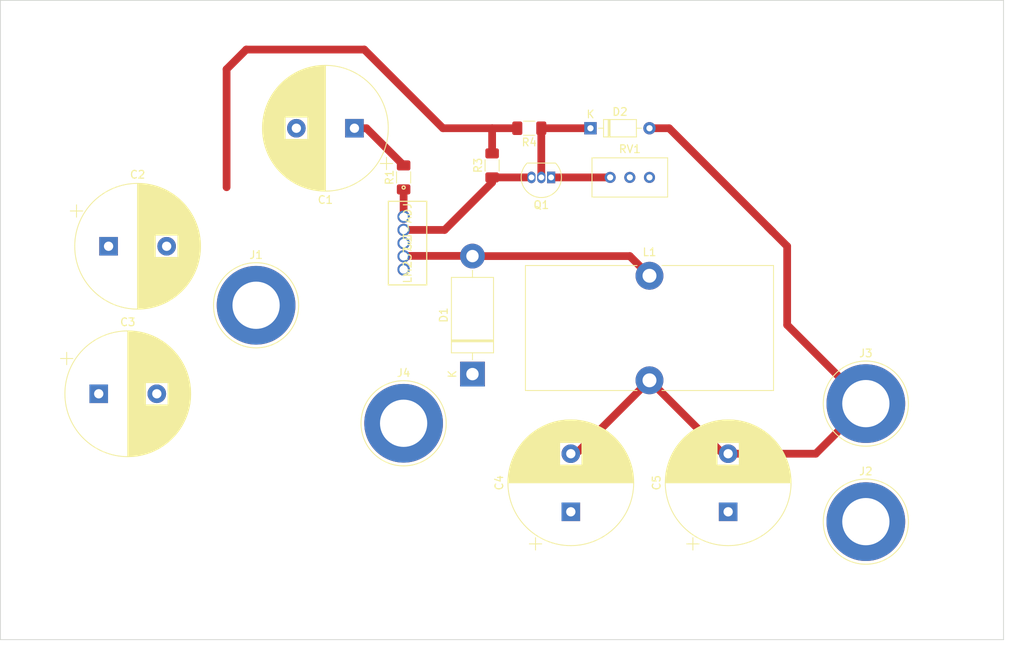
<source format=kicad_pcb>
(kicad_pcb (version 20171130) (host pcbnew 5.1.9)

  (general
    (thickness 1.6)
    (drawings 6)
    (tracks 34)
    (zones 0)
    (modules 18)
    (nets 11)
  )

  (page A4)
  (layers
    (0 F.Cu signal)
    (31 B.Cu signal)
    (32 B.Adhes user)
    (33 F.Adhes user)
    (34 B.Paste user)
    (35 F.Paste user)
    (36 B.SilkS user)
    (37 F.SilkS user)
    (38 B.Mask user)
    (39 F.Mask user)
    (40 Dwgs.User user)
    (41 Cmts.User user)
    (42 Eco1.User user)
    (43 Eco2.User user)
    (44 Edge.Cuts user)
    (45 Margin user)
    (46 B.CrtYd user)
    (47 F.CrtYd user)
    (48 B.Fab user)
    (49 F.Fab user)
  )

  (setup
    (last_trace_width 0.3048)
    (user_trace_width 1)
    (user_trace_width 5)
    (trace_clearance 0.2)
    (zone_clearance 0.508)
    (zone_45_only no)
    (trace_min 0.3048)
    (via_size 1.5)
    (via_drill 0.5)
    (via_min_size 1.309624)
    (via_min_drill 0.5)
    (uvia_size 0.3)
    (uvia_drill 0.1)
    (uvias_allowed no)
    (uvia_min_size 0.2)
    (uvia_min_drill 0.1)
    (edge_width 0.05)
    (segment_width 0.2)
    (pcb_text_width 0.3)
    (pcb_text_size 1.5 1.5)
    (mod_edge_width 0.12)
    (mod_text_size 1 1)
    (mod_text_width 0.15)
    (pad_size 1.524 1.524)
    (pad_drill 0.762)
    (pad_to_mask_clearance 0)
    (aux_axis_origin 0 0)
    (visible_elements FFFFFF7F)
    (pcbplotparams
      (layerselection 0x010fc_ffffffff)
      (usegerberextensions false)
      (usegerberattributes true)
      (usegerberadvancedattributes true)
      (creategerberjobfile true)
      (excludeedgelayer true)
      (linewidth 0.100000)
      (plotframeref false)
      (viasonmask false)
      (mode 1)
      (useauxorigin false)
      (hpglpennumber 1)
      (hpglpenspeed 20)
      (hpglpendiameter 15.000000)
      (psnegative false)
      (psa4output false)
      (plotreference true)
      (plotvalue true)
      (plotinvisibletext false)
      (padsonsilk false)
      (subtractmaskfromsilk false)
      (outputformat 1)
      (mirror false)
      (drillshape 1)
      (scaleselection 1)
      (outputdirectory ""))
  )

  (net 0 "")
  (net 1 GND)
  (net 2 "Net-(C1-Pad1)")
  (net 3 /Vin)
  (net 4 /Vout)
  (net 5 /Vsw)
  (net 6 "Net-(RV1-Pad1)")
  (net 7 /Q1b)
  (net 8 /Q1e)
  (net 9 /Vfb)
  (net 10 /Vcomp)

  (net_class Default "This is the default net class."
    (clearance 0.2)
    (trace_width 0.3048)
    (via_dia 1.5)
    (via_drill 0.5)
    (uvia_dia 0.3)
    (uvia_drill 0.1)
    (diff_pair_width 0.3048)
    (diff_pair_gap 0.25)
    (add_net /Q1b)
    (add_net /Q1e)
    (add_net /Vcomp)
    (add_net /Vfb)
    (add_net /Vin)
    (add_net /Vout)
    (add_net /Vsw)
    (add_net GND)
    (add_net "Net-(C1-Pad1)")
    (add_net "Net-(RV1-Pad1)")
  )

  (net_class 1A ""
    (clearance 0.5)
    (trace_width 1)
    (via_dia 1.5)
    (via_drill 0.5)
    (uvia_dia 0.3)
    (uvia_drill 0.1)
    (diff_pair_width 0.3048)
    (diff_pair_gap 0.25)
  )

  (module Potentiometer_THT:Potentiometer_Bourns_3296W_Vertical (layer F.Cu) (tedit 5A3D4994) (tstamp 6024E9A7)
    (at 167.64 97.79)
    (descr "Potentiometer, vertical, Bourns 3296W, https://www.bourns.com/pdfs/3296.pdf")
    (tags "Potentiometer vertical Bourns 3296W")
    (path /60279E6C)
    (fp_text reference RV1 (at -2.54 -3.66) (layer F.SilkS)
      (effects (font (size 1 1) (thickness 0.15)))
    )
    (fp_text value 100k (at -2.54 3.67) (layer F.Fab)
      (effects (font (size 1 1) (thickness 0.15)))
    )
    (fp_circle (center 0.955 1.15) (end 2.05 1.15) (layer F.Fab) (width 0.1))
    (fp_line (start -7.305 -2.41) (end -7.305 2.42) (layer F.Fab) (width 0.1))
    (fp_line (start -7.305 2.42) (end 2.225 2.42) (layer F.Fab) (width 0.1))
    (fp_line (start 2.225 2.42) (end 2.225 -2.41) (layer F.Fab) (width 0.1))
    (fp_line (start 2.225 -2.41) (end -7.305 -2.41) (layer F.Fab) (width 0.1))
    (fp_line (start 0.955 2.235) (end 0.956 0.066) (layer F.Fab) (width 0.1))
    (fp_line (start 0.955 2.235) (end 0.956 0.066) (layer F.Fab) (width 0.1))
    (fp_line (start -7.425 -2.53) (end 2.345 -2.53) (layer F.SilkS) (width 0.12))
    (fp_line (start -7.425 2.54) (end 2.345 2.54) (layer F.SilkS) (width 0.12))
    (fp_line (start -7.425 -2.53) (end -7.425 2.54) (layer F.SilkS) (width 0.12))
    (fp_line (start 2.345 -2.53) (end 2.345 2.54) (layer F.SilkS) (width 0.12))
    (fp_line (start -7.6 -2.7) (end -7.6 2.7) (layer F.CrtYd) (width 0.05))
    (fp_line (start -7.6 2.7) (end 2.5 2.7) (layer F.CrtYd) (width 0.05))
    (fp_line (start 2.5 2.7) (end 2.5 -2.7) (layer F.CrtYd) (width 0.05))
    (fp_line (start 2.5 -2.7) (end -7.6 -2.7) (layer F.CrtYd) (width 0.05))
    (fp_text user %R (at -3.175 0.005) (layer F.Fab)
      (effects (font (size 1 1) (thickness 0.15)))
    )
    (pad 3 thru_hole circle (at -5.08 0) (size 1.44 1.44) (drill 0.8) (layers *.Cu *.Mask)
      (net 8 /Q1e))
    (pad 2 thru_hole circle (at -2.54 0) (size 1.44 1.44) (drill 0.8) (layers *.Cu *.Mask)
      (net 1 GND))
    (pad 1 thru_hole circle (at 0 0) (size 1.44 1.44) (drill 0.8) (layers *.Cu *.Mask)
      (net 6 "Net-(RV1-Pad1)"))
    (model ${KISYS3DMOD}/Potentiometer_THT.3dshapes/Potentiometer_Bourns_3296W_Vertical.wrl
      (at (xyz 0 0 0))
      (scale (xyz 1 1 1))
      (rotate (xyz 0 0 0))
    )
  )

  (module Resistor_SMD:R_1206_3216Metric_Pad1.30x1.75mm_HandSolder (layer F.Cu) (tedit 5F68FEEE) (tstamp 6024E990)
    (at 152.12 91.44 180)
    (descr "Resistor SMD 1206 (3216 Metric), square (rectangular) end terminal, IPC_7351 nominal with elongated pad for handsoldering. (Body size source: IPC-SM-782 page 72, https://www.pcb-3d.com/wordpress/wp-content/uploads/ipc-sm-782a_amendment_1_and_2.pdf), generated with kicad-footprint-generator")
    (tags "resistor handsolder")
    (path /6025B74B)
    (attr smd)
    (fp_text reference R4 (at 0 -1.82) (layer F.SilkS)
      (effects (font (size 1 1) (thickness 0.15)))
    )
    (fp_text value 100k (at 0 1.82) (layer F.Fab)
      (effects (font (size 1 1) (thickness 0.15)))
    )
    (fp_line (start -1.6 0.8) (end -1.6 -0.8) (layer F.Fab) (width 0.1))
    (fp_line (start -1.6 -0.8) (end 1.6 -0.8) (layer F.Fab) (width 0.1))
    (fp_line (start 1.6 -0.8) (end 1.6 0.8) (layer F.Fab) (width 0.1))
    (fp_line (start 1.6 0.8) (end -1.6 0.8) (layer F.Fab) (width 0.1))
    (fp_line (start -0.727064 -0.91) (end 0.727064 -0.91) (layer F.SilkS) (width 0.12))
    (fp_line (start -0.727064 0.91) (end 0.727064 0.91) (layer F.SilkS) (width 0.12))
    (fp_line (start -2.45 1.12) (end -2.45 -1.12) (layer F.CrtYd) (width 0.05))
    (fp_line (start -2.45 -1.12) (end 2.45 -1.12) (layer F.CrtYd) (width 0.05))
    (fp_line (start 2.45 -1.12) (end 2.45 1.12) (layer F.CrtYd) (width 0.05))
    (fp_line (start 2.45 1.12) (end -2.45 1.12) (layer F.CrtYd) (width 0.05))
    (fp_text user %R (at 0 0) (layer F.Fab)
      (effects (font (size 0.8 0.8) (thickness 0.12)))
    )
    (pad 2 smd roundrect (at 1.55 0 180) (size 1.3 1.75) (layers F.Cu F.Paste F.Mask) (roundrect_rratio 0.192308)
      (net 3 /Vin))
    (pad 1 smd roundrect (at -1.55 0 180) (size 1.3 1.75) (layers F.Cu F.Paste F.Mask) (roundrect_rratio 0.192308)
      (net 7 /Q1b))
    (model ${KISYS3DMOD}/Resistor_SMD.3dshapes/R_1206_3216Metric.wrl
      (at (xyz 0 0 0))
      (scale (xyz 1 1 1))
      (rotate (xyz 0 0 0))
    )
  )

  (module Resistor_SMD:R_1206_3216Metric_Pad1.30x1.75mm_HandSolder (layer F.Cu) (tedit 5F68FEEE) (tstamp 6024E97F)
    (at 147.32 96.24 90)
    (descr "Resistor SMD 1206 (3216 Metric), square (rectangular) end terminal, IPC_7351 nominal with elongated pad for handsoldering. (Body size source: IPC-SM-782 page 72, https://www.pcb-3d.com/wordpress/wp-content/uploads/ipc-sm-782a_amendment_1_and_2.pdf), generated with kicad-footprint-generator")
    (tags "resistor handsolder")
    (path /6025B29C)
    (attr smd)
    (fp_text reference R3 (at 0 -1.82 90) (layer F.SilkS)
      (effects (font (size 1 1) (thickness 0.15)))
    )
    (fp_text value 4.12k (at 0 1.82 90) (layer F.Fab)
      (effects (font (size 1 1) (thickness 0.15)))
    )
    (fp_line (start -1.6 0.8) (end -1.6 -0.8) (layer F.Fab) (width 0.1))
    (fp_line (start -1.6 -0.8) (end 1.6 -0.8) (layer F.Fab) (width 0.1))
    (fp_line (start 1.6 -0.8) (end 1.6 0.8) (layer F.Fab) (width 0.1))
    (fp_line (start 1.6 0.8) (end -1.6 0.8) (layer F.Fab) (width 0.1))
    (fp_line (start -0.727064 -0.91) (end 0.727064 -0.91) (layer F.SilkS) (width 0.12))
    (fp_line (start -0.727064 0.91) (end 0.727064 0.91) (layer F.SilkS) (width 0.12))
    (fp_line (start -2.45 1.12) (end -2.45 -1.12) (layer F.CrtYd) (width 0.05))
    (fp_line (start -2.45 -1.12) (end 2.45 -1.12) (layer F.CrtYd) (width 0.05))
    (fp_line (start 2.45 -1.12) (end 2.45 1.12) (layer F.CrtYd) (width 0.05))
    (fp_line (start 2.45 1.12) (end -2.45 1.12) (layer F.CrtYd) (width 0.05))
    (fp_text user %R (at 0 0 90) (layer F.Fab)
      (effects (font (size 0.8 0.8) (thickness 0.12)))
    )
    (pad 2 smd roundrect (at 1.55 0 90) (size 1.3 1.75) (layers F.Cu F.Paste F.Mask) (roundrect_rratio 0.192308)
      (net 3 /Vin))
    (pad 1 smd roundrect (at -1.55 0 90) (size 1.3 1.75) (layers F.Cu F.Paste F.Mask) (roundrect_rratio 0.192308)
      (net 9 /Vfb))
    (model ${KISYS3DMOD}/Resistor_SMD.3dshapes/R_1206_3216Metric.wrl
      (at (xyz 0 0 0))
      (scale (xyz 1 1 1))
      (rotate (xyz 0 0 0))
    )
  )

  (module Resistor_SMD:R_1206_3216Metric_Pad1.30x1.75mm_HandSolder (layer F.Cu) (tedit 5F68FEEE) (tstamp 6024E96E)
    (at 135.89 97.79 90)
    (descr "Resistor SMD 1206 (3216 Metric), square (rectangular) end terminal, IPC_7351 nominal with elongated pad for handsoldering. (Body size source: IPC-SM-782 page 72, https://www.pcb-3d.com/wordpress/wp-content/uploads/ipc-sm-782a_amendment_1_and_2.pdf), generated with kicad-footprint-generator")
    (tags "resistor handsolder")
    (path /6028DAC2)
    (attr smd)
    (fp_text reference R1 (at 0 -1.82 90) (layer F.SilkS)
      (effects (font (size 1 1) (thickness 0.15)))
    )
    (fp_text value 3.3k (at 0 1.82 90) (layer F.Fab)
      (effects (font (size 1 1) (thickness 0.15)))
    )
    (fp_line (start 2.45 1.12) (end -2.45 1.12) (layer F.CrtYd) (width 0.05))
    (fp_line (start 2.45 -1.12) (end 2.45 1.12) (layer F.CrtYd) (width 0.05))
    (fp_line (start -2.45 -1.12) (end 2.45 -1.12) (layer F.CrtYd) (width 0.05))
    (fp_line (start -2.45 1.12) (end -2.45 -1.12) (layer F.CrtYd) (width 0.05))
    (fp_line (start -0.727064 0.91) (end 0.727064 0.91) (layer F.SilkS) (width 0.12))
    (fp_line (start -0.727064 -0.91) (end 0.727064 -0.91) (layer F.SilkS) (width 0.12))
    (fp_line (start 1.6 0.8) (end -1.6 0.8) (layer F.Fab) (width 0.1))
    (fp_line (start 1.6 -0.8) (end 1.6 0.8) (layer F.Fab) (width 0.1))
    (fp_line (start -1.6 -0.8) (end 1.6 -0.8) (layer F.Fab) (width 0.1))
    (fp_line (start -1.6 0.8) (end -1.6 -0.8) (layer F.Fab) (width 0.1))
    (fp_text user %R (at 0 0 90) (layer F.Fab)
      (effects (font (size 0.8 0.8) (thickness 0.12)))
    )
    (pad 1 smd roundrect (at -1.55 0 90) (size 1.3 1.75) (layers F.Cu F.Paste F.Mask) (roundrect_rratio 0.192308)
      (net 10 /Vcomp))
    (pad 2 smd roundrect (at 1.55 0 90) (size 1.3 1.75) (layers F.Cu F.Paste F.Mask) (roundrect_rratio 0.192308)
      (net 2 "Net-(C1-Pad1)"))
    (model ${KISYS3DMOD}/Resistor_SMD.3dshapes/R_1206_3216Metric.wrl
      (at (xyz 0 0 0))
      (scale (xyz 1 1 1))
      (rotate (xyz 0 0 0))
    )
  )

  (module Package_TO_SOT_THT:TO-92_Inline (layer F.Cu) (tedit 5A1DD157) (tstamp 6024E95D)
    (at 154.94 97.79 180)
    (descr "TO-92 leads in-line, narrow, oval pads, drill 0.75mm (see NXP sot054_po.pdf)")
    (tags "to-92 sc-43 sc-43a sot54 PA33 transistor")
    (path /602470FA)
    (fp_text reference Q1 (at 1.27 -3.56) (layer F.SilkS)
      (effects (font (size 1 1) (thickness 0.15)))
    )
    (fp_text value 2N3906 (at 1.27 2.79) (layer F.Fab)
      (effects (font (size 1 1) (thickness 0.15)))
    )
    (fp_line (start -0.53 1.85) (end 3.07 1.85) (layer F.SilkS) (width 0.12))
    (fp_line (start -0.5 1.75) (end 3 1.75) (layer F.Fab) (width 0.1))
    (fp_line (start -1.46 -2.73) (end 4 -2.73) (layer F.CrtYd) (width 0.05))
    (fp_line (start -1.46 -2.73) (end -1.46 2.01) (layer F.CrtYd) (width 0.05))
    (fp_line (start 4 2.01) (end 4 -2.73) (layer F.CrtYd) (width 0.05))
    (fp_line (start 4 2.01) (end -1.46 2.01) (layer F.CrtYd) (width 0.05))
    (fp_arc (start 1.27 0) (end 1.27 -2.6) (angle 135) (layer F.SilkS) (width 0.12))
    (fp_arc (start 1.27 0) (end 1.27 -2.48) (angle -135) (layer F.Fab) (width 0.1))
    (fp_arc (start 1.27 0) (end 1.27 -2.6) (angle -135) (layer F.SilkS) (width 0.12))
    (fp_arc (start 1.27 0) (end 1.27 -2.48) (angle 135) (layer F.Fab) (width 0.1))
    (fp_text user %R (at 1.27 0) (layer F.Fab)
      (effects (font (size 1 1) (thickness 0.15)))
    )
    (pad 1 thru_hole rect (at 0 0 180) (size 1.05 1.5) (drill 0.75) (layers *.Cu *.Mask)
      (net 8 /Q1e))
    (pad 3 thru_hole oval (at 2.54 0 180) (size 1.05 1.5) (drill 0.75) (layers *.Cu *.Mask)
      (net 9 /Vfb))
    (pad 2 thru_hole oval (at 1.27 0 180) (size 1.05 1.5) (drill 0.75) (layers *.Cu *.Mask)
      (net 7 /Q1b))
    (model ${KISYS3DMOD}/Package_TO_SOT_THT.3dshapes/TO-92_Inline.wrl
      (at (xyz 0 0 0))
      (scale (xyz 1 1 1))
      (rotate (xyz 0 0 0))
    )
  )

  (module Inductor_THT:L_Toroid_Vertical_L31.8mm_W15.9mm_P13.50mm_Bourns_5700 (layer F.Cu) (tedit 5AE59B06) (tstamp 6024E94B)
    (at 167.64 110.49)
    (descr "L_Toroid, Vertical series, Radial, pin pitch=13.50mm, , length*width=31.8*15.9mm^2, Bourns, 5700, http://www.bourns.com/docs/Product-Datasheets/5700_series.pdf")
    (tags "L_Toroid Vertical series Radial pin pitch 13.50mm  length 31.8mm width 15.9mm Bourns 5700")
    (path /60238851)
    (fp_text reference L1 (at 0 -3.05) (layer F.SilkS)
      (effects (font (size 1 1) (thickness 0.15)))
    )
    (fp_text value 150u (at 0 16.55) (layer F.Fab)
      (effects (font (size 1 1) (thickness 0.15)))
    )
    (fp_line (start -15.9 -1.2) (end -15.9 14.7) (layer F.Fab) (width 0.1))
    (fp_line (start -15.9 14.7) (end 15.9 14.7) (layer F.Fab) (width 0.1))
    (fp_line (start 15.9 14.7) (end 15.9 -1.2) (layer F.Fab) (width 0.1))
    (fp_line (start 15.9 -1.2) (end -15.9 -1.2) (layer F.Fab) (width 0.1))
    (fp_line (start -15.9 -1.2) (end -14.31 14.7) (layer F.Fab) (width 0.1))
    (fp_line (start -12.72 -1.2) (end -11.13 14.7) (layer F.Fab) (width 0.1))
    (fp_line (start -9.54 -1.2) (end -7.95 14.7) (layer F.Fab) (width 0.1))
    (fp_line (start -6.36 -1.2) (end -4.77 14.7) (layer F.Fab) (width 0.1))
    (fp_line (start -3.18 -1.2) (end -1.59 14.7) (layer F.Fab) (width 0.1))
    (fp_line (start 0 -1.2) (end 1.59 14.7) (layer F.Fab) (width 0.1))
    (fp_line (start 3.18 -1.2) (end 4.77 14.7) (layer F.Fab) (width 0.1))
    (fp_line (start 6.36 -1.2) (end 7.95 14.7) (layer F.Fab) (width 0.1))
    (fp_line (start 9.54 -1.2) (end 11.13 14.7) (layer F.Fab) (width 0.1))
    (fp_line (start 12.72 -1.2) (end 14.31 14.7) (layer F.Fab) (width 0.1))
    (fp_line (start -16.02 -1.32) (end -1.608 -1.32) (layer F.SilkS) (width 0.12))
    (fp_line (start 1.608 -1.32) (end 16.02 -1.32) (layer F.SilkS) (width 0.12))
    (fp_line (start -16.02 14.82) (end -1.608 14.82) (layer F.SilkS) (width 0.12))
    (fp_line (start 1.608 14.82) (end 16.02 14.82) (layer F.SilkS) (width 0.12))
    (fp_line (start -16.02 -1.32) (end -16.02 14.82) (layer F.SilkS) (width 0.12))
    (fp_line (start 16.02 -1.32) (end 16.02 14.82) (layer F.SilkS) (width 0.12))
    (fp_line (start -16.15 -2.06) (end -16.15 15.55) (layer F.CrtYd) (width 0.05))
    (fp_line (start -16.15 15.55) (end 16.15 15.55) (layer F.CrtYd) (width 0.05))
    (fp_line (start 16.15 15.55) (end 16.15 -2.06) (layer F.CrtYd) (width 0.05))
    (fp_line (start 16.15 -2.06) (end -16.15 -2.06) (layer F.CrtYd) (width 0.05))
    (fp_text user %R (at 6.75 0) (layer F.Fab)
      (effects (font (size 1 1) (thickness 0.15)))
    )
    (pad 2 thru_hole circle (at 0 13.5) (size 3.6 3.6) (drill 1.8) (layers *.Cu *.Mask)
      (net 4 /Vout))
    (pad 1 thru_hole circle (at 0 0) (size 3.6 3.6) (drill 1.8) (layers *.Cu *.Mask)
      (net 5 /Vsw))
    (model ${KISYS3DMOD}/Inductor_THT.3dshapes/L_Toroid_Vertical_L31.8mm_W15.9mm_P13.50mm_Bourns_5700.wrl
      (at (xyz 0 0 0))
      (scale (xyz 1 1 1))
      (rotate (xyz 0 0 0))
    )
  )

  (module Connector:Banana_Jack_1Pin (layer F.Cu) (tedit 5A1AB217) (tstamp 6024E92C)
    (at 135.89 129.54)
    (descr "Single banana socket, footprint - 6mm drill")
    (tags "banana socket")
    (path /60241DFD)
    (fp_text reference J4 (at 0 -6.5) (layer F.SilkS)
      (effects (font (size 1 1) (thickness 0.15)))
    )
    (fp_text value Conn_01x01_Female (at -0.25 6.5) (layer F.Fab)
      (effects (font (size 1 1) (thickness 0.15)))
    )
    (fp_circle (center 0 0) (end 5.5 0) (layer F.SilkS) (width 0.12))
    (fp_circle (center 0 0) (end 4.85 0.05) (layer F.Fab) (width 0.1))
    (fp_circle (center 0 0) (end 2 0) (layer F.Fab) (width 0.1))
    (fp_circle (center 0 0) (end 5.75 0) (layer F.CrtYd) (width 0.05))
    (fp_text user %R (at 0 0) (layer F.Fab)
      (effects (font (size 0.8 0.8) (thickness 0.12)))
    )
    (pad 1 thru_hole circle (at 0 0) (size 10.16 10.16) (drill 6.1) (layers *.Cu *.Mask)
      (net 1 GND))
    (model ${KISYS3DMOD}/Connector.3dshapes/Banana_Jack_1Pin.wrl
      (at (xyz 0 0 0))
      (scale (xyz 2 2 2))
      (rotate (xyz 0 0 0))
    )
  )

  (module Connector:Banana_Jack_1Pin (layer F.Cu) (tedit 5A1AB217) (tstamp 6024E922)
    (at 195.58 127)
    (descr "Single banana socket, footprint - 6mm drill")
    (tags "banana socket")
    (path /60241DF7)
    (fp_text reference J3 (at 0 -6.5) (layer F.SilkS)
      (effects (font (size 1 1) (thickness 0.15)))
    )
    (fp_text value Conn_01x01_Female (at -0.25 6.5) (layer F.Fab)
      (effects (font (size 1 1) (thickness 0.15)))
    )
    (fp_circle (center 0 0) (end 5.75 0) (layer F.CrtYd) (width 0.05))
    (fp_circle (center 0 0) (end 2 0) (layer F.Fab) (width 0.1))
    (fp_circle (center 0 0) (end 4.85 0.05) (layer F.Fab) (width 0.1))
    (fp_circle (center 0 0) (end 5.5 0) (layer F.SilkS) (width 0.12))
    (fp_text user %R (at 0 0) (layer F.Fab)
      (effects (font (size 0.8 0.8) (thickness 0.12)))
    )
    (pad 1 thru_hole circle (at 0 0) (size 10.16 10.16) (drill 6.1) (layers *.Cu *.Mask)
      (net 4 /Vout))
    (model ${KISYS3DMOD}/Connector.3dshapes/Banana_Jack_1Pin.wrl
      (at (xyz 0 0 0))
      (scale (xyz 2 2 2))
      (rotate (xyz 0 0 0))
    )
  )

  (module Connector:Banana_Jack_1Pin (layer F.Cu) (tedit 5A1AB217) (tstamp 6024E918)
    (at 195.58 142.24)
    (descr "Single banana socket, footprint - 6mm drill")
    (tags "banana socket")
    (path /6023401E)
    (fp_text reference J2 (at 0 -6.5) (layer F.SilkS)
      (effects (font (size 1 1) (thickness 0.15)))
    )
    (fp_text value Conn_01x01_Female (at -0.25 6.5) (layer F.Fab)
      (effects (font (size 1 1) (thickness 0.15)))
    )
    (fp_circle (center 0 0) (end 5.75 0) (layer F.CrtYd) (width 0.05))
    (fp_circle (center 0 0) (end 2 0) (layer F.Fab) (width 0.1))
    (fp_circle (center 0 0) (end 4.85 0.05) (layer F.Fab) (width 0.1))
    (fp_circle (center 0 0) (end 5.5 0) (layer F.SilkS) (width 0.12))
    (fp_text user %R (at 0 0) (layer F.Fab)
      (effects (font (size 0.8 0.8) (thickness 0.12)))
    )
    (pad 1 thru_hole circle (at 0 0) (size 10.16 10.16) (drill 6.1) (layers *.Cu *.Mask)
      (net 1 GND))
    (model ${KISYS3DMOD}/Connector.3dshapes/Banana_Jack_1Pin.wrl
      (at (xyz 0 0 0))
      (scale (xyz 2 2 2))
      (rotate (xyz 0 0 0))
    )
  )

  (module Connector:Banana_Jack_1Pin (layer F.Cu) (tedit 5A1AB217) (tstamp 6024E90E)
    (at 116.84 114.3)
    (descr "Single banana socket, footprint - 6mm drill")
    (tags "banana socket")
    (path /602338B4)
    (fp_text reference J1 (at 0 -6.5) (layer F.SilkS)
      (effects (font (size 1 1) (thickness 0.15)))
    )
    (fp_text value Conn_01x01_Female (at -0.25 6.5) (layer F.Fab)
      (effects (font (size 1 1) (thickness 0.15)))
    )
    (fp_circle (center 0 0) (end 5.5 0) (layer F.SilkS) (width 0.12))
    (fp_circle (center 0 0) (end 4.85 0.05) (layer F.Fab) (width 0.1))
    (fp_circle (center 0 0) (end 2 0) (layer F.Fab) (width 0.1))
    (fp_circle (center 0 0) (end 5.75 0) (layer F.CrtYd) (width 0.05))
    (fp_text user %R (at 0 0) (layer F.Fab)
      (effects (font (size 0.8 0.8) (thickness 0.12)))
    )
    (pad 1 thru_hole circle (at 0 0) (size 10.16 10.16) (drill 6.1) (layers *.Cu *.Mask)
      (net 3 /Vin))
    (model ${KISYS3DMOD}/Connector.3dshapes/Banana_Jack_1Pin.wrl
      (at (xyz 0 0 0))
      (scale (xyz 2 2 2))
      (rotate (xyz 0 0 0))
    )
  )

  (module Diode_THT:D_DO-35_SOD27_P7.62mm_Horizontal (layer F.Cu) (tedit 5AE50CD5) (tstamp 6024E904)
    (at 160.02 91.44)
    (descr "Diode, DO-35_SOD27 series, Axial, Horizontal, pin pitch=7.62mm, , length*diameter=4*2mm^2, , http://www.diodes.com/_files/packages/DO-35.pdf")
    (tags "Diode DO-35_SOD27 series Axial Horizontal pin pitch 7.62mm  length 4mm diameter 2mm")
    (path /60242F5B)
    (fp_text reference D2 (at 3.81 -2.12) (layer F.SilkS)
      (effects (font (size 1 1) (thickness 0.15)))
    )
    (fp_text value 1N4148 (at 3.81 2.12) (layer F.Fab)
      (effects (font (size 1 1) (thickness 0.15)))
    )
    (fp_line (start 1.81 -1) (end 1.81 1) (layer F.Fab) (width 0.1))
    (fp_line (start 1.81 1) (end 5.81 1) (layer F.Fab) (width 0.1))
    (fp_line (start 5.81 1) (end 5.81 -1) (layer F.Fab) (width 0.1))
    (fp_line (start 5.81 -1) (end 1.81 -1) (layer F.Fab) (width 0.1))
    (fp_line (start 0 0) (end 1.81 0) (layer F.Fab) (width 0.1))
    (fp_line (start 7.62 0) (end 5.81 0) (layer F.Fab) (width 0.1))
    (fp_line (start 2.41 -1) (end 2.41 1) (layer F.Fab) (width 0.1))
    (fp_line (start 2.51 -1) (end 2.51 1) (layer F.Fab) (width 0.1))
    (fp_line (start 2.31 -1) (end 2.31 1) (layer F.Fab) (width 0.1))
    (fp_line (start 1.69 -1.12) (end 1.69 1.12) (layer F.SilkS) (width 0.12))
    (fp_line (start 1.69 1.12) (end 5.93 1.12) (layer F.SilkS) (width 0.12))
    (fp_line (start 5.93 1.12) (end 5.93 -1.12) (layer F.SilkS) (width 0.12))
    (fp_line (start 5.93 -1.12) (end 1.69 -1.12) (layer F.SilkS) (width 0.12))
    (fp_line (start 1.04 0) (end 1.69 0) (layer F.SilkS) (width 0.12))
    (fp_line (start 6.58 0) (end 5.93 0) (layer F.SilkS) (width 0.12))
    (fp_line (start 2.41 -1.12) (end 2.41 1.12) (layer F.SilkS) (width 0.12))
    (fp_line (start 2.53 -1.12) (end 2.53 1.12) (layer F.SilkS) (width 0.12))
    (fp_line (start 2.29 -1.12) (end 2.29 1.12) (layer F.SilkS) (width 0.12))
    (fp_line (start -1.05 -1.25) (end -1.05 1.25) (layer F.CrtYd) (width 0.05))
    (fp_line (start -1.05 1.25) (end 8.67 1.25) (layer F.CrtYd) (width 0.05))
    (fp_line (start 8.67 1.25) (end 8.67 -1.25) (layer F.CrtYd) (width 0.05))
    (fp_line (start 8.67 -1.25) (end -1.05 -1.25) (layer F.CrtYd) (width 0.05))
    (fp_text user K (at 0 -1.8) (layer F.SilkS)
      (effects (font (size 1 1) (thickness 0.15)))
    )
    (fp_text user K (at 0 -1.8) (layer F.Fab)
      (effects (font (size 1 1) (thickness 0.15)))
    )
    (fp_text user %R (at 4.11 0) (layer F.Fab)
      (effects (font (size 0.8 0.8) (thickness 0.12)))
    )
    (pad 2 thru_hole oval (at 7.62 0) (size 1.6 1.6) (drill 0.8) (layers *.Cu *.Mask)
      (net 4 /Vout))
    (pad 1 thru_hole rect (at 0 0) (size 1.6 1.6) (drill 0.8) (layers *.Cu *.Mask)
      (net 7 /Q1b))
    (model ${KISYS3DMOD}/Diode_THT.3dshapes/D_DO-35_SOD27_P7.62mm_Horizontal.wrl
      (at (xyz 0 0 0))
      (scale (xyz 1 1 1))
      (rotate (xyz 0 0 0))
    )
  )

  (module Diode_THT:D_DO-201AD_P15.24mm_Horizontal (layer F.Cu) (tedit 5AE50CD5) (tstamp 6024E8E5)
    (at 144.78 123.19 90)
    (descr "Diode, DO-201AD series, Axial, Horizontal, pin pitch=15.24mm, , length*diameter=9.5*5.2mm^2, , http://www.diodes.com/_files/packages/DO-201AD.pdf")
    (tags "Diode DO-201AD series Axial Horizontal pin pitch 15.24mm  length 9.5mm diameter 5.2mm")
    (path /60235476)
    (fp_text reference D1 (at 7.62 -3.72 90) (layer F.SilkS)
      (effects (font (size 1 1) (thickness 0.15)))
    )
    (fp_text value 1N5822 (at 7.62 3.72 90) (layer F.Fab)
      (effects (font (size 1 1) (thickness 0.15)))
    )
    (fp_line (start 2.87 -2.6) (end 2.87 2.6) (layer F.Fab) (width 0.1))
    (fp_line (start 2.87 2.6) (end 12.37 2.6) (layer F.Fab) (width 0.1))
    (fp_line (start 12.37 2.6) (end 12.37 -2.6) (layer F.Fab) (width 0.1))
    (fp_line (start 12.37 -2.6) (end 2.87 -2.6) (layer F.Fab) (width 0.1))
    (fp_line (start 0 0) (end 2.87 0) (layer F.Fab) (width 0.1))
    (fp_line (start 15.24 0) (end 12.37 0) (layer F.Fab) (width 0.1))
    (fp_line (start 4.295 -2.6) (end 4.295 2.6) (layer F.Fab) (width 0.1))
    (fp_line (start 4.395 -2.6) (end 4.395 2.6) (layer F.Fab) (width 0.1))
    (fp_line (start 4.195 -2.6) (end 4.195 2.6) (layer F.Fab) (width 0.1))
    (fp_line (start 2.75 -2.72) (end 2.75 2.72) (layer F.SilkS) (width 0.12))
    (fp_line (start 2.75 2.72) (end 12.49 2.72) (layer F.SilkS) (width 0.12))
    (fp_line (start 12.49 2.72) (end 12.49 -2.72) (layer F.SilkS) (width 0.12))
    (fp_line (start 12.49 -2.72) (end 2.75 -2.72) (layer F.SilkS) (width 0.12))
    (fp_line (start 1.84 0) (end 2.75 0) (layer F.SilkS) (width 0.12))
    (fp_line (start 13.4 0) (end 12.49 0) (layer F.SilkS) (width 0.12))
    (fp_line (start 4.295 -2.72) (end 4.295 2.72) (layer F.SilkS) (width 0.12))
    (fp_line (start 4.415 -2.72) (end 4.415 2.72) (layer F.SilkS) (width 0.12))
    (fp_line (start 4.175 -2.72) (end 4.175 2.72) (layer F.SilkS) (width 0.12))
    (fp_line (start -1.85 -2.85) (end -1.85 2.85) (layer F.CrtYd) (width 0.05))
    (fp_line (start -1.85 2.85) (end 17.09 2.85) (layer F.CrtYd) (width 0.05))
    (fp_line (start 17.09 2.85) (end 17.09 -2.85) (layer F.CrtYd) (width 0.05))
    (fp_line (start 17.09 -2.85) (end -1.85 -2.85) (layer F.CrtYd) (width 0.05))
    (fp_text user K (at 0 -2.6 90) (layer F.SilkS)
      (effects (font (size 1 1) (thickness 0.15)))
    )
    (fp_text user K (at 0 -2.6 90) (layer F.Fab)
      (effects (font (size 1 1) (thickness 0.15)))
    )
    (fp_text user %R (at 8.3325 0 90) (layer F.Fab)
      (effects (font (size 1 1) (thickness 0.15)))
    )
    (pad 2 thru_hole oval (at 15.24 0 90) (size 3.2 3.2) (drill 1.6) (layers *.Cu *.Mask)
      (net 5 /Vsw))
    (pad 1 thru_hole rect (at 0 0 90) (size 3.2 3.2) (drill 1.6) (layers *.Cu *.Mask)
      (net 1 GND))
    (model ${KISYS3DMOD}/Diode_THT.3dshapes/D_DO-201AD_P15.24mm_Horizontal.wrl
      (at (xyz 0 0 0))
      (scale (xyz 1 1 1))
      (rotate (xyz 0 0 0))
    )
  )

  (module Capacitor_THT:CP_Radial_D16.0mm_P7.50mm (layer F.Cu) (tedit 5AE50EF1) (tstamp 6024E8C6)
    (at 177.8 140.97 90)
    (descr "CP, Radial series, Radial, pin pitch=7.50mm, , diameter=16mm, Electrolytic Capacitor")
    (tags "CP Radial series Radial pin pitch 7.50mm  diameter 16mm Electrolytic Capacitor")
    (path /6023AD9C)
    (fp_text reference C5 (at 3.75 -9.25 90) (layer F.SilkS)
      (effects (font (size 1 1) (thickness 0.15)))
    )
    (fp_text value 1000u (at 3.75 9.25 90) (layer F.Fab)
      (effects (font (size 1 1) (thickness 0.15)))
    )
    (fp_circle (center 3.75 0) (end 11.75 0) (layer F.Fab) (width 0.1))
    (fp_circle (center 3.75 0) (end 11.87 0) (layer F.SilkS) (width 0.12))
    (fp_circle (center 3.75 0) (end 12 0) (layer F.CrtYd) (width 0.05))
    (fp_line (start -3.125168 -3.5075) (end -1.525168 -3.5075) (layer F.Fab) (width 0.1))
    (fp_line (start -2.325168 -4.3075) (end -2.325168 -2.7075) (layer F.Fab) (width 0.1))
    (fp_line (start 3.75 -8.081) (end 3.75 8.081) (layer F.SilkS) (width 0.12))
    (fp_line (start 3.79 -8.08) (end 3.79 8.08) (layer F.SilkS) (width 0.12))
    (fp_line (start 3.83 -8.08) (end 3.83 8.08) (layer F.SilkS) (width 0.12))
    (fp_line (start 3.87 -8.08) (end 3.87 8.08) (layer F.SilkS) (width 0.12))
    (fp_line (start 3.91 -8.079) (end 3.91 8.079) (layer F.SilkS) (width 0.12))
    (fp_line (start 3.95 -8.078) (end 3.95 8.078) (layer F.SilkS) (width 0.12))
    (fp_line (start 3.99 -8.077) (end 3.99 8.077) (layer F.SilkS) (width 0.12))
    (fp_line (start 4.03 -8.076) (end 4.03 8.076) (layer F.SilkS) (width 0.12))
    (fp_line (start 4.07 -8.074) (end 4.07 8.074) (layer F.SilkS) (width 0.12))
    (fp_line (start 4.11 -8.073) (end 4.11 8.073) (layer F.SilkS) (width 0.12))
    (fp_line (start 4.15 -8.071) (end 4.15 8.071) (layer F.SilkS) (width 0.12))
    (fp_line (start 4.19 -8.069) (end 4.19 8.069) (layer F.SilkS) (width 0.12))
    (fp_line (start 4.23 -8.066) (end 4.23 8.066) (layer F.SilkS) (width 0.12))
    (fp_line (start 4.27 -8.064) (end 4.27 8.064) (layer F.SilkS) (width 0.12))
    (fp_line (start 4.31 -8.061) (end 4.31 8.061) (layer F.SilkS) (width 0.12))
    (fp_line (start 4.35 -8.058) (end 4.35 8.058) (layer F.SilkS) (width 0.12))
    (fp_line (start 4.39 -8.055) (end 4.39 8.055) (layer F.SilkS) (width 0.12))
    (fp_line (start 4.43 -8.052) (end 4.43 8.052) (layer F.SilkS) (width 0.12))
    (fp_line (start 4.471 -8.049) (end 4.471 8.049) (layer F.SilkS) (width 0.12))
    (fp_line (start 4.511 -8.045) (end 4.511 8.045) (layer F.SilkS) (width 0.12))
    (fp_line (start 4.551 -8.041) (end 4.551 8.041) (layer F.SilkS) (width 0.12))
    (fp_line (start 4.591 -8.037) (end 4.591 8.037) (layer F.SilkS) (width 0.12))
    (fp_line (start 4.631 -8.033) (end 4.631 8.033) (layer F.SilkS) (width 0.12))
    (fp_line (start 4.671 -8.028) (end 4.671 8.028) (layer F.SilkS) (width 0.12))
    (fp_line (start 4.711 -8.024) (end 4.711 8.024) (layer F.SilkS) (width 0.12))
    (fp_line (start 4.751 -8.019) (end 4.751 8.019) (layer F.SilkS) (width 0.12))
    (fp_line (start 4.791 -8.014) (end 4.791 8.014) (layer F.SilkS) (width 0.12))
    (fp_line (start 4.831 -8.008) (end 4.831 8.008) (layer F.SilkS) (width 0.12))
    (fp_line (start 4.871 -8.003) (end 4.871 8.003) (layer F.SilkS) (width 0.12))
    (fp_line (start 4.911 -7.997) (end 4.911 7.997) (layer F.SilkS) (width 0.12))
    (fp_line (start 4.951 -7.991) (end 4.951 7.991) (layer F.SilkS) (width 0.12))
    (fp_line (start 4.991 -7.985) (end 4.991 7.985) (layer F.SilkS) (width 0.12))
    (fp_line (start 5.031 -7.979) (end 5.031 7.979) (layer F.SilkS) (width 0.12))
    (fp_line (start 5.071 -7.972) (end 5.071 7.972) (layer F.SilkS) (width 0.12))
    (fp_line (start 5.111 -7.966) (end 5.111 7.966) (layer F.SilkS) (width 0.12))
    (fp_line (start 5.151 -7.959) (end 5.151 7.959) (layer F.SilkS) (width 0.12))
    (fp_line (start 5.191 -7.952) (end 5.191 7.952) (layer F.SilkS) (width 0.12))
    (fp_line (start 5.231 -7.944) (end 5.231 7.944) (layer F.SilkS) (width 0.12))
    (fp_line (start 5.271 -7.937) (end 5.271 7.937) (layer F.SilkS) (width 0.12))
    (fp_line (start 5.311 -7.929) (end 5.311 7.929) (layer F.SilkS) (width 0.12))
    (fp_line (start 5.351 -7.921) (end 5.351 7.921) (layer F.SilkS) (width 0.12))
    (fp_line (start 5.391 -7.913) (end 5.391 7.913) (layer F.SilkS) (width 0.12))
    (fp_line (start 5.431 -7.905) (end 5.431 7.905) (layer F.SilkS) (width 0.12))
    (fp_line (start 5.471 -7.896) (end 5.471 7.896) (layer F.SilkS) (width 0.12))
    (fp_line (start 5.511 -7.887) (end 5.511 7.887) (layer F.SilkS) (width 0.12))
    (fp_line (start 5.551 -7.878) (end 5.551 7.878) (layer F.SilkS) (width 0.12))
    (fp_line (start 5.591 -7.869) (end 5.591 7.869) (layer F.SilkS) (width 0.12))
    (fp_line (start 5.631 -7.86) (end 5.631 7.86) (layer F.SilkS) (width 0.12))
    (fp_line (start 5.671 -7.85) (end 5.671 7.85) (layer F.SilkS) (width 0.12))
    (fp_line (start 5.711 -7.84) (end 5.711 7.84) (layer F.SilkS) (width 0.12))
    (fp_line (start 5.751 -7.83) (end 5.751 7.83) (layer F.SilkS) (width 0.12))
    (fp_line (start 5.791 -7.82) (end 5.791 7.82) (layer F.SilkS) (width 0.12))
    (fp_line (start 5.831 -7.81) (end 5.831 7.81) (layer F.SilkS) (width 0.12))
    (fp_line (start 5.871 -7.799) (end 5.871 7.799) (layer F.SilkS) (width 0.12))
    (fp_line (start 5.911 -7.788) (end 5.911 7.788) (layer F.SilkS) (width 0.12))
    (fp_line (start 5.951 -7.777) (end 5.951 7.777) (layer F.SilkS) (width 0.12))
    (fp_line (start 5.991 -7.765) (end 5.991 7.765) (layer F.SilkS) (width 0.12))
    (fp_line (start 6.031 -7.754) (end 6.031 7.754) (layer F.SilkS) (width 0.12))
    (fp_line (start 6.071 -7.742) (end 6.071 -1.44) (layer F.SilkS) (width 0.12))
    (fp_line (start 6.071 1.44) (end 6.071 7.742) (layer F.SilkS) (width 0.12))
    (fp_line (start 6.111 -7.73) (end 6.111 -1.44) (layer F.SilkS) (width 0.12))
    (fp_line (start 6.111 1.44) (end 6.111 7.73) (layer F.SilkS) (width 0.12))
    (fp_line (start 6.151 -7.718) (end 6.151 -1.44) (layer F.SilkS) (width 0.12))
    (fp_line (start 6.151 1.44) (end 6.151 7.718) (layer F.SilkS) (width 0.12))
    (fp_line (start 6.191 -7.705) (end 6.191 -1.44) (layer F.SilkS) (width 0.12))
    (fp_line (start 6.191 1.44) (end 6.191 7.705) (layer F.SilkS) (width 0.12))
    (fp_line (start 6.231 -7.693) (end 6.231 -1.44) (layer F.SilkS) (width 0.12))
    (fp_line (start 6.231 1.44) (end 6.231 7.693) (layer F.SilkS) (width 0.12))
    (fp_line (start 6.271 -7.68) (end 6.271 -1.44) (layer F.SilkS) (width 0.12))
    (fp_line (start 6.271 1.44) (end 6.271 7.68) (layer F.SilkS) (width 0.12))
    (fp_line (start 6.311 -7.666) (end 6.311 -1.44) (layer F.SilkS) (width 0.12))
    (fp_line (start 6.311 1.44) (end 6.311 7.666) (layer F.SilkS) (width 0.12))
    (fp_line (start 6.351 -7.653) (end 6.351 -1.44) (layer F.SilkS) (width 0.12))
    (fp_line (start 6.351 1.44) (end 6.351 7.653) (layer F.SilkS) (width 0.12))
    (fp_line (start 6.391 -7.639) (end 6.391 -1.44) (layer F.SilkS) (width 0.12))
    (fp_line (start 6.391 1.44) (end 6.391 7.639) (layer F.SilkS) (width 0.12))
    (fp_line (start 6.431 -7.625) (end 6.431 -1.44) (layer F.SilkS) (width 0.12))
    (fp_line (start 6.431 1.44) (end 6.431 7.625) (layer F.SilkS) (width 0.12))
    (fp_line (start 6.471 -7.611) (end 6.471 -1.44) (layer F.SilkS) (width 0.12))
    (fp_line (start 6.471 1.44) (end 6.471 7.611) (layer F.SilkS) (width 0.12))
    (fp_line (start 6.511 -7.597) (end 6.511 -1.44) (layer F.SilkS) (width 0.12))
    (fp_line (start 6.511 1.44) (end 6.511 7.597) (layer F.SilkS) (width 0.12))
    (fp_line (start 6.551 -7.582) (end 6.551 -1.44) (layer F.SilkS) (width 0.12))
    (fp_line (start 6.551 1.44) (end 6.551 7.582) (layer F.SilkS) (width 0.12))
    (fp_line (start 6.591 -7.568) (end 6.591 -1.44) (layer F.SilkS) (width 0.12))
    (fp_line (start 6.591 1.44) (end 6.591 7.568) (layer F.SilkS) (width 0.12))
    (fp_line (start 6.631 -7.553) (end 6.631 -1.44) (layer F.SilkS) (width 0.12))
    (fp_line (start 6.631 1.44) (end 6.631 7.553) (layer F.SilkS) (width 0.12))
    (fp_line (start 6.671 -7.537) (end 6.671 -1.44) (layer F.SilkS) (width 0.12))
    (fp_line (start 6.671 1.44) (end 6.671 7.537) (layer F.SilkS) (width 0.12))
    (fp_line (start 6.711 -7.522) (end 6.711 -1.44) (layer F.SilkS) (width 0.12))
    (fp_line (start 6.711 1.44) (end 6.711 7.522) (layer F.SilkS) (width 0.12))
    (fp_line (start 6.751 -7.506) (end 6.751 -1.44) (layer F.SilkS) (width 0.12))
    (fp_line (start 6.751 1.44) (end 6.751 7.506) (layer F.SilkS) (width 0.12))
    (fp_line (start 6.791 -7.49) (end 6.791 -1.44) (layer F.SilkS) (width 0.12))
    (fp_line (start 6.791 1.44) (end 6.791 7.49) (layer F.SilkS) (width 0.12))
    (fp_line (start 6.831 -7.474) (end 6.831 -1.44) (layer F.SilkS) (width 0.12))
    (fp_line (start 6.831 1.44) (end 6.831 7.474) (layer F.SilkS) (width 0.12))
    (fp_line (start 6.871 -7.457) (end 6.871 -1.44) (layer F.SilkS) (width 0.12))
    (fp_line (start 6.871 1.44) (end 6.871 7.457) (layer F.SilkS) (width 0.12))
    (fp_line (start 6.911 -7.44) (end 6.911 -1.44) (layer F.SilkS) (width 0.12))
    (fp_line (start 6.911 1.44) (end 6.911 7.44) (layer F.SilkS) (width 0.12))
    (fp_line (start 6.951 -7.423) (end 6.951 -1.44) (layer F.SilkS) (width 0.12))
    (fp_line (start 6.951 1.44) (end 6.951 7.423) (layer F.SilkS) (width 0.12))
    (fp_line (start 6.991 -7.406) (end 6.991 -1.44) (layer F.SilkS) (width 0.12))
    (fp_line (start 6.991 1.44) (end 6.991 7.406) (layer F.SilkS) (width 0.12))
    (fp_line (start 7.031 -7.389) (end 7.031 -1.44) (layer F.SilkS) (width 0.12))
    (fp_line (start 7.031 1.44) (end 7.031 7.389) (layer F.SilkS) (width 0.12))
    (fp_line (start 7.071 -7.371) (end 7.071 -1.44) (layer F.SilkS) (width 0.12))
    (fp_line (start 7.071 1.44) (end 7.071 7.371) (layer F.SilkS) (width 0.12))
    (fp_line (start 7.111 -7.353) (end 7.111 -1.44) (layer F.SilkS) (width 0.12))
    (fp_line (start 7.111 1.44) (end 7.111 7.353) (layer F.SilkS) (width 0.12))
    (fp_line (start 7.151 -7.334) (end 7.151 -1.44) (layer F.SilkS) (width 0.12))
    (fp_line (start 7.151 1.44) (end 7.151 7.334) (layer F.SilkS) (width 0.12))
    (fp_line (start 7.191 -7.316) (end 7.191 -1.44) (layer F.SilkS) (width 0.12))
    (fp_line (start 7.191 1.44) (end 7.191 7.316) (layer F.SilkS) (width 0.12))
    (fp_line (start 7.231 -7.297) (end 7.231 -1.44) (layer F.SilkS) (width 0.12))
    (fp_line (start 7.231 1.44) (end 7.231 7.297) (layer F.SilkS) (width 0.12))
    (fp_line (start 7.271 -7.278) (end 7.271 -1.44) (layer F.SilkS) (width 0.12))
    (fp_line (start 7.271 1.44) (end 7.271 7.278) (layer F.SilkS) (width 0.12))
    (fp_line (start 7.311 -7.258) (end 7.311 -1.44) (layer F.SilkS) (width 0.12))
    (fp_line (start 7.311 1.44) (end 7.311 7.258) (layer F.SilkS) (width 0.12))
    (fp_line (start 7.351 -7.239) (end 7.351 -1.44) (layer F.SilkS) (width 0.12))
    (fp_line (start 7.351 1.44) (end 7.351 7.239) (layer F.SilkS) (width 0.12))
    (fp_line (start 7.391 -7.219) (end 7.391 -1.44) (layer F.SilkS) (width 0.12))
    (fp_line (start 7.391 1.44) (end 7.391 7.219) (layer F.SilkS) (width 0.12))
    (fp_line (start 7.431 -7.199) (end 7.431 -1.44) (layer F.SilkS) (width 0.12))
    (fp_line (start 7.431 1.44) (end 7.431 7.199) (layer F.SilkS) (width 0.12))
    (fp_line (start 7.471 -7.178) (end 7.471 -1.44) (layer F.SilkS) (width 0.12))
    (fp_line (start 7.471 1.44) (end 7.471 7.178) (layer F.SilkS) (width 0.12))
    (fp_line (start 7.511 -7.157) (end 7.511 -1.44) (layer F.SilkS) (width 0.12))
    (fp_line (start 7.511 1.44) (end 7.511 7.157) (layer F.SilkS) (width 0.12))
    (fp_line (start 7.551 -7.136) (end 7.551 -1.44) (layer F.SilkS) (width 0.12))
    (fp_line (start 7.551 1.44) (end 7.551 7.136) (layer F.SilkS) (width 0.12))
    (fp_line (start 7.591 -7.115) (end 7.591 -1.44) (layer F.SilkS) (width 0.12))
    (fp_line (start 7.591 1.44) (end 7.591 7.115) (layer F.SilkS) (width 0.12))
    (fp_line (start 7.631 -7.094) (end 7.631 -1.44) (layer F.SilkS) (width 0.12))
    (fp_line (start 7.631 1.44) (end 7.631 7.094) (layer F.SilkS) (width 0.12))
    (fp_line (start 7.671 -7.072) (end 7.671 -1.44) (layer F.SilkS) (width 0.12))
    (fp_line (start 7.671 1.44) (end 7.671 7.072) (layer F.SilkS) (width 0.12))
    (fp_line (start 7.711 -7.049) (end 7.711 -1.44) (layer F.SilkS) (width 0.12))
    (fp_line (start 7.711 1.44) (end 7.711 7.049) (layer F.SilkS) (width 0.12))
    (fp_line (start 7.751 -7.027) (end 7.751 -1.44) (layer F.SilkS) (width 0.12))
    (fp_line (start 7.751 1.44) (end 7.751 7.027) (layer F.SilkS) (width 0.12))
    (fp_line (start 7.791 -7.004) (end 7.791 -1.44) (layer F.SilkS) (width 0.12))
    (fp_line (start 7.791 1.44) (end 7.791 7.004) (layer F.SilkS) (width 0.12))
    (fp_line (start 7.831 -6.981) (end 7.831 -1.44) (layer F.SilkS) (width 0.12))
    (fp_line (start 7.831 1.44) (end 7.831 6.981) (layer F.SilkS) (width 0.12))
    (fp_line (start 7.871 -6.958) (end 7.871 -1.44) (layer F.SilkS) (width 0.12))
    (fp_line (start 7.871 1.44) (end 7.871 6.958) (layer F.SilkS) (width 0.12))
    (fp_line (start 7.911 -6.934) (end 7.911 -1.44) (layer F.SilkS) (width 0.12))
    (fp_line (start 7.911 1.44) (end 7.911 6.934) (layer F.SilkS) (width 0.12))
    (fp_line (start 7.951 -6.91) (end 7.951 -1.44) (layer F.SilkS) (width 0.12))
    (fp_line (start 7.951 1.44) (end 7.951 6.91) (layer F.SilkS) (width 0.12))
    (fp_line (start 7.991 -6.886) (end 7.991 -1.44) (layer F.SilkS) (width 0.12))
    (fp_line (start 7.991 1.44) (end 7.991 6.886) (layer F.SilkS) (width 0.12))
    (fp_line (start 8.031 -6.861) (end 8.031 -1.44) (layer F.SilkS) (width 0.12))
    (fp_line (start 8.031 1.44) (end 8.031 6.861) (layer F.SilkS) (width 0.12))
    (fp_line (start 8.071 -6.836) (end 8.071 -1.44) (layer F.SilkS) (width 0.12))
    (fp_line (start 8.071 1.44) (end 8.071 6.836) (layer F.SilkS) (width 0.12))
    (fp_line (start 8.111 -6.811) (end 8.111 -1.44) (layer F.SilkS) (width 0.12))
    (fp_line (start 8.111 1.44) (end 8.111 6.811) (layer F.SilkS) (width 0.12))
    (fp_line (start 8.151 -6.785) (end 8.151 -1.44) (layer F.SilkS) (width 0.12))
    (fp_line (start 8.151 1.44) (end 8.151 6.785) (layer F.SilkS) (width 0.12))
    (fp_line (start 8.191 -6.759) (end 8.191 -1.44) (layer F.SilkS) (width 0.12))
    (fp_line (start 8.191 1.44) (end 8.191 6.759) (layer F.SilkS) (width 0.12))
    (fp_line (start 8.231 -6.733) (end 8.231 -1.44) (layer F.SilkS) (width 0.12))
    (fp_line (start 8.231 1.44) (end 8.231 6.733) (layer F.SilkS) (width 0.12))
    (fp_line (start 8.271 -6.706) (end 8.271 -1.44) (layer F.SilkS) (width 0.12))
    (fp_line (start 8.271 1.44) (end 8.271 6.706) (layer F.SilkS) (width 0.12))
    (fp_line (start 8.311 -6.679) (end 8.311 -1.44) (layer F.SilkS) (width 0.12))
    (fp_line (start 8.311 1.44) (end 8.311 6.679) (layer F.SilkS) (width 0.12))
    (fp_line (start 8.351 -6.652) (end 8.351 -1.44) (layer F.SilkS) (width 0.12))
    (fp_line (start 8.351 1.44) (end 8.351 6.652) (layer F.SilkS) (width 0.12))
    (fp_line (start 8.391 -6.624) (end 8.391 -1.44) (layer F.SilkS) (width 0.12))
    (fp_line (start 8.391 1.44) (end 8.391 6.624) (layer F.SilkS) (width 0.12))
    (fp_line (start 8.431 -6.596) (end 8.431 -1.44) (layer F.SilkS) (width 0.12))
    (fp_line (start 8.431 1.44) (end 8.431 6.596) (layer F.SilkS) (width 0.12))
    (fp_line (start 8.471 -6.568) (end 8.471 -1.44) (layer F.SilkS) (width 0.12))
    (fp_line (start 8.471 1.44) (end 8.471 6.568) (layer F.SilkS) (width 0.12))
    (fp_line (start 8.511 -6.539) (end 8.511 -1.44) (layer F.SilkS) (width 0.12))
    (fp_line (start 8.511 1.44) (end 8.511 6.539) (layer F.SilkS) (width 0.12))
    (fp_line (start 8.551 -6.51) (end 8.551 -1.44) (layer F.SilkS) (width 0.12))
    (fp_line (start 8.551 1.44) (end 8.551 6.51) (layer F.SilkS) (width 0.12))
    (fp_line (start 8.591 -6.48) (end 8.591 -1.44) (layer F.SilkS) (width 0.12))
    (fp_line (start 8.591 1.44) (end 8.591 6.48) (layer F.SilkS) (width 0.12))
    (fp_line (start 8.631 -6.45) (end 8.631 -1.44) (layer F.SilkS) (width 0.12))
    (fp_line (start 8.631 1.44) (end 8.631 6.45) (layer F.SilkS) (width 0.12))
    (fp_line (start 8.671 -6.42) (end 8.671 -1.44) (layer F.SilkS) (width 0.12))
    (fp_line (start 8.671 1.44) (end 8.671 6.42) (layer F.SilkS) (width 0.12))
    (fp_line (start 8.711 -6.39) (end 8.711 -1.44) (layer F.SilkS) (width 0.12))
    (fp_line (start 8.711 1.44) (end 8.711 6.39) (layer F.SilkS) (width 0.12))
    (fp_line (start 8.751 -6.358) (end 8.751 -1.44) (layer F.SilkS) (width 0.12))
    (fp_line (start 8.751 1.44) (end 8.751 6.358) (layer F.SilkS) (width 0.12))
    (fp_line (start 8.791 -6.327) (end 8.791 -1.44) (layer F.SilkS) (width 0.12))
    (fp_line (start 8.791 1.44) (end 8.791 6.327) (layer F.SilkS) (width 0.12))
    (fp_line (start 8.831 -6.295) (end 8.831 -1.44) (layer F.SilkS) (width 0.12))
    (fp_line (start 8.831 1.44) (end 8.831 6.295) (layer F.SilkS) (width 0.12))
    (fp_line (start 8.871 -6.263) (end 8.871 -1.44) (layer F.SilkS) (width 0.12))
    (fp_line (start 8.871 1.44) (end 8.871 6.263) (layer F.SilkS) (width 0.12))
    (fp_line (start 8.911 -6.23) (end 8.911 -1.44) (layer F.SilkS) (width 0.12))
    (fp_line (start 8.911 1.44) (end 8.911 6.23) (layer F.SilkS) (width 0.12))
    (fp_line (start 8.951 -6.197) (end 8.951 6.197) (layer F.SilkS) (width 0.12))
    (fp_line (start 8.991 -6.163) (end 8.991 6.163) (layer F.SilkS) (width 0.12))
    (fp_line (start 9.031 -6.129) (end 9.031 6.129) (layer F.SilkS) (width 0.12))
    (fp_line (start 9.071 -6.095) (end 9.071 6.095) (layer F.SilkS) (width 0.12))
    (fp_line (start 9.111 -6.06) (end 9.111 6.06) (layer F.SilkS) (width 0.12))
    (fp_line (start 9.151 -6.025) (end 9.151 6.025) (layer F.SilkS) (width 0.12))
    (fp_line (start 9.191 -5.989) (end 9.191 5.989) (layer F.SilkS) (width 0.12))
    (fp_line (start 9.231 -5.952) (end 9.231 5.952) (layer F.SilkS) (width 0.12))
    (fp_line (start 9.271 -5.916) (end 9.271 5.916) (layer F.SilkS) (width 0.12))
    (fp_line (start 9.311 -5.878) (end 9.311 5.878) (layer F.SilkS) (width 0.12))
    (fp_line (start 9.351 -5.84) (end 9.351 5.84) (layer F.SilkS) (width 0.12))
    (fp_line (start 9.391 -5.802) (end 9.391 5.802) (layer F.SilkS) (width 0.12))
    (fp_line (start 9.431 -5.763) (end 9.431 5.763) (layer F.SilkS) (width 0.12))
    (fp_line (start 9.471 -5.724) (end 9.471 5.724) (layer F.SilkS) (width 0.12))
    (fp_line (start 9.511 -5.684) (end 9.511 5.684) (layer F.SilkS) (width 0.12))
    (fp_line (start 9.551 -5.643) (end 9.551 5.643) (layer F.SilkS) (width 0.12))
    (fp_line (start 9.591 -5.602) (end 9.591 5.602) (layer F.SilkS) (width 0.12))
    (fp_line (start 9.631 -5.56) (end 9.631 5.56) (layer F.SilkS) (width 0.12))
    (fp_line (start 9.671 -5.518) (end 9.671 5.518) (layer F.SilkS) (width 0.12))
    (fp_line (start 9.711 -5.475) (end 9.711 5.475) (layer F.SilkS) (width 0.12))
    (fp_line (start 9.751 -5.432) (end 9.751 5.432) (layer F.SilkS) (width 0.12))
    (fp_line (start 9.791 -5.388) (end 9.791 5.388) (layer F.SilkS) (width 0.12))
    (fp_line (start 9.831 -5.343) (end 9.831 5.343) (layer F.SilkS) (width 0.12))
    (fp_line (start 9.871 -5.297) (end 9.871 5.297) (layer F.SilkS) (width 0.12))
    (fp_line (start 9.911 -5.251) (end 9.911 5.251) (layer F.SilkS) (width 0.12))
    (fp_line (start 9.951 -5.204) (end 9.951 5.204) (layer F.SilkS) (width 0.12))
    (fp_line (start 9.991 -5.156) (end 9.991 5.156) (layer F.SilkS) (width 0.12))
    (fp_line (start 10.031 -5.108) (end 10.031 5.108) (layer F.SilkS) (width 0.12))
    (fp_line (start 10.071 -5.059) (end 10.071 5.059) (layer F.SilkS) (width 0.12))
    (fp_line (start 10.111 -5.009) (end 10.111 5.009) (layer F.SilkS) (width 0.12))
    (fp_line (start 10.151 -4.958) (end 10.151 4.958) (layer F.SilkS) (width 0.12))
    (fp_line (start 10.191 -4.906) (end 10.191 4.906) (layer F.SilkS) (width 0.12))
    (fp_line (start 10.231 -4.854) (end 10.231 4.854) (layer F.SilkS) (width 0.12))
    (fp_line (start 10.271 -4.8) (end 10.271 4.8) (layer F.SilkS) (width 0.12))
    (fp_line (start 10.311 -4.746) (end 10.311 4.746) (layer F.SilkS) (width 0.12))
    (fp_line (start 10.351 -4.691) (end 10.351 4.691) (layer F.SilkS) (width 0.12))
    (fp_line (start 10.391 -4.634) (end 10.391 4.634) (layer F.SilkS) (width 0.12))
    (fp_line (start 10.431 -4.577) (end 10.431 4.577) (layer F.SilkS) (width 0.12))
    (fp_line (start 10.471 -4.519) (end 10.471 4.519) (layer F.SilkS) (width 0.12))
    (fp_line (start 10.511 -4.459) (end 10.511 4.459) (layer F.SilkS) (width 0.12))
    (fp_line (start 10.551 -4.398) (end 10.551 4.398) (layer F.SilkS) (width 0.12))
    (fp_line (start 10.591 -4.336) (end 10.591 4.336) (layer F.SilkS) (width 0.12))
    (fp_line (start 10.631 -4.273) (end 10.631 4.273) (layer F.SilkS) (width 0.12))
    (fp_line (start 10.671 -4.209) (end 10.671 4.209) (layer F.SilkS) (width 0.12))
    (fp_line (start 10.711 -4.143) (end 10.711 4.143) (layer F.SilkS) (width 0.12))
    (fp_line (start 10.751 -4.076) (end 10.751 4.076) (layer F.SilkS) (width 0.12))
    (fp_line (start 10.791 -4.007) (end 10.791 4.007) (layer F.SilkS) (width 0.12))
    (fp_line (start 10.831 -3.936) (end 10.831 3.936) (layer F.SilkS) (width 0.12))
    (fp_line (start 10.871 -3.864) (end 10.871 3.864) (layer F.SilkS) (width 0.12))
    (fp_line (start 10.911 -3.79) (end 10.911 3.79) (layer F.SilkS) (width 0.12))
    (fp_line (start 10.951 -3.715) (end 10.951 3.715) (layer F.SilkS) (width 0.12))
    (fp_line (start 10.991 -3.637) (end 10.991 3.637) (layer F.SilkS) (width 0.12))
    (fp_line (start 11.031 -3.557) (end 11.031 3.557) (layer F.SilkS) (width 0.12))
    (fp_line (start 11.071 -3.475) (end 11.071 3.475) (layer F.SilkS) (width 0.12))
    (fp_line (start 11.111 -3.39) (end 11.111 3.39) (layer F.SilkS) (width 0.12))
    (fp_line (start 11.151 -3.303) (end 11.151 3.303) (layer F.SilkS) (width 0.12))
    (fp_line (start 11.191 -3.213) (end 11.191 3.213) (layer F.SilkS) (width 0.12))
    (fp_line (start 11.231 -3.12) (end 11.231 3.12) (layer F.SilkS) (width 0.12))
    (fp_line (start 11.271 -3.024) (end 11.271 3.024) (layer F.SilkS) (width 0.12))
    (fp_line (start 11.311 -2.924) (end 11.311 2.924) (layer F.SilkS) (width 0.12))
    (fp_line (start 11.351 -2.82) (end 11.351 2.82) (layer F.SilkS) (width 0.12))
    (fp_line (start 11.391 -2.711) (end 11.391 2.711) (layer F.SilkS) (width 0.12))
    (fp_line (start 11.431 -2.597) (end 11.431 2.597) (layer F.SilkS) (width 0.12))
    (fp_line (start 11.471 -2.478) (end 11.471 2.478) (layer F.SilkS) (width 0.12))
    (fp_line (start 11.511 -2.351) (end 11.511 2.351) (layer F.SilkS) (width 0.12))
    (fp_line (start 11.551 -2.218) (end 11.551 2.218) (layer F.SilkS) (width 0.12))
    (fp_line (start 11.591 -2.074) (end 11.591 2.074) (layer F.SilkS) (width 0.12))
    (fp_line (start 11.631 -1.92) (end 11.631 1.92) (layer F.SilkS) (width 0.12))
    (fp_line (start 11.671 -1.752) (end 11.671 1.752) (layer F.SilkS) (width 0.12))
    (fp_line (start 11.711 -1.564) (end 11.711 1.564) (layer F.SilkS) (width 0.12))
    (fp_line (start 11.751 -1.351) (end 11.751 1.351) (layer F.SilkS) (width 0.12))
    (fp_line (start 11.791 -1.098) (end 11.791 1.098) (layer F.SilkS) (width 0.12))
    (fp_line (start 11.831 -0.765) (end 11.831 0.765) (layer F.SilkS) (width 0.12))
    (fp_line (start -4.939491 -4.555) (end -3.339491 -4.555) (layer F.SilkS) (width 0.12))
    (fp_line (start -4.139491 -5.355) (end -4.139491 -3.755) (layer F.SilkS) (width 0.12))
    (fp_text user %R (at 3.75 0 90) (layer F.Fab)
      (effects (font (size 1 1) (thickness 0.15)))
    )
    (pad 2 thru_hole circle (at 7.5 0 90) (size 2.4 2.4) (drill 1.2) (layers *.Cu *.Mask)
      (net 4 /Vout))
    (pad 1 thru_hole rect (at 0 0 90) (size 2.4 2.4) (drill 1.2) (layers *.Cu *.Mask)
      (net 1 GND))
    (model ${KISYS3DMOD}/Capacitor_THT.3dshapes/CP_Radial_D16.0mm_P7.50mm.wrl
      (at (xyz 0 0 0))
      (scale (xyz 1 1 1))
      (rotate (xyz 0 0 0))
    )
  )

  (module Capacitor_THT:CP_Radial_D16.0mm_P7.50mm (layer F.Cu) (tedit 5AE50EF1) (tstamp 6024E7A5)
    (at 157.48 140.97 90)
    (descr "CP, Radial series, Radial, pin pitch=7.50mm, , diameter=16mm, Electrolytic Capacitor")
    (tags "CP Radial series Radial pin pitch 7.50mm  diameter 16mm Electrolytic Capacitor")
    (path /60239F9E)
    (fp_text reference C4 (at 3.75 -9.25 90) (layer F.SilkS)
      (effects (font (size 1 1) (thickness 0.15)))
    )
    (fp_text value 1000u (at 3.75 9.25 90) (layer F.Fab)
      (effects (font (size 1 1) (thickness 0.15)))
    )
    (fp_circle (center 3.75 0) (end 11.75 0) (layer F.Fab) (width 0.1))
    (fp_circle (center 3.75 0) (end 11.87 0) (layer F.SilkS) (width 0.12))
    (fp_circle (center 3.75 0) (end 12 0) (layer F.CrtYd) (width 0.05))
    (fp_line (start -3.125168 -3.5075) (end -1.525168 -3.5075) (layer F.Fab) (width 0.1))
    (fp_line (start -2.325168 -4.3075) (end -2.325168 -2.7075) (layer F.Fab) (width 0.1))
    (fp_line (start 3.75 -8.081) (end 3.75 8.081) (layer F.SilkS) (width 0.12))
    (fp_line (start 3.79 -8.08) (end 3.79 8.08) (layer F.SilkS) (width 0.12))
    (fp_line (start 3.83 -8.08) (end 3.83 8.08) (layer F.SilkS) (width 0.12))
    (fp_line (start 3.87 -8.08) (end 3.87 8.08) (layer F.SilkS) (width 0.12))
    (fp_line (start 3.91 -8.079) (end 3.91 8.079) (layer F.SilkS) (width 0.12))
    (fp_line (start 3.95 -8.078) (end 3.95 8.078) (layer F.SilkS) (width 0.12))
    (fp_line (start 3.99 -8.077) (end 3.99 8.077) (layer F.SilkS) (width 0.12))
    (fp_line (start 4.03 -8.076) (end 4.03 8.076) (layer F.SilkS) (width 0.12))
    (fp_line (start 4.07 -8.074) (end 4.07 8.074) (layer F.SilkS) (width 0.12))
    (fp_line (start 4.11 -8.073) (end 4.11 8.073) (layer F.SilkS) (width 0.12))
    (fp_line (start 4.15 -8.071) (end 4.15 8.071) (layer F.SilkS) (width 0.12))
    (fp_line (start 4.19 -8.069) (end 4.19 8.069) (layer F.SilkS) (width 0.12))
    (fp_line (start 4.23 -8.066) (end 4.23 8.066) (layer F.SilkS) (width 0.12))
    (fp_line (start 4.27 -8.064) (end 4.27 8.064) (layer F.SilkS) (width 0.12))
    (fp_line (start 4.31 -8.061) (end 4.31 8.061) (layer F.SilkS) (width 0.12))
    (fp_line (start 4.35 -8.058) (end 4.35 8.058) (layer F.SilkS) (width 0.12))
    (fp_line (start 4.39 -8.055) (end 4.39 8.055) (layer F.SilkS) (width 0.12))
    (fp_line (start 4.43 -8.052) (end 4.43 8.052) (layer F.SilkS) (width 0.12))
    (fp_line (start 4.471 -8.049) (end 4.471 8.049) (layer F.SilkS) (width 0.12))
    (fp_line (start 4.511 -8.045) (end 4.511 8.045) (layer F.SilkS) (width 0.12))
    (fp_line (start 4.551 -8.041) (end 4.551 8.041) (layer F.SilkS) (width 0.12))
    (fp_line (start 4.591 -8.037) (end 4.591 8.037) (layer F.SilkS) (width 0.12))
    (fp_line (start 4.631 -8.033) (end 4.631 8.033) (layer F.SilkS) (width 0.12))
    (fp_line (start 4.671 -8.028) (end 4.671 8.028) (layer F.SilkS) (width 0.12))
    (fp_line (start 4.711 -8.024) (end 4.711 8.024) (layer F.SilkS) (width 0.12))
    (fp_line (start 4.751 -8.019) (end 4.751 8.019) (layer F.SilkS) (width 0.12))
    (fp_line (start 4.791 -8.014) (end 4.791 8.014) (layer F.SilkS) (width 0.12))
    (fp_line (start 4.831 -8.008) (end 4.831 8.008) (layer F.SilkS) (width 0.12))
    (fp_line (start 4.871 -8.003) (end 4.871 8.003) (layer F.SilkS) (width 0.12))
    (fp_line (start 4.911 -7.997) (end 4.911 7.997) (layer F.SilkS) (width 0.12))
    (fp_line (start 4.951 -7.991) (end 4.951 7.991) (layer F.SilkS) (width 0.12))
    (fp_line (start 4.991 -7.985) (end 4.991 7.985) (layer F.SilkS) (width 0.12))
    (fp_line (start 5.031 -7.979) (end 5.031 7.979) (layer F.SilkS) (width 0.12))
    (fp_line (start 5.071 -7.972) (end 5.071 7.972) (layer F.SilkS) (width 0.12))
    (fp_line (start 5.111 -7.966) (end 5.111 7.966) (layer F.SilkS) (width 0.12))
    (fp_line (start 5.151 -7.959) (end 5.151 7.959) (layer F.SilkS) (width 0.12))
    (fp_line (start 5.191 -7.952) (end 5.191 7.952) (layer F.SilkS) (width 0.12))
    (fp_line (start 5.231 -7.944) (end 5.231 7.944) (layer F.SilkS) (width 0.12))
    (fp_line (start 5.271 -7.937) (end 5.271 7.937) (layer F.SilkS) (width 0.12))
    (fp_line (start 5.311 -7.929) (end 5.311 7.929) (layer F.SilkS) (width 0.12))
    (fp_line (start 5.351 -7.921) (end 5.351 7.921) (layer F.SilkS) (width 0.12))
    (fp_line (start 5.391 -7.913) (end 5.391 7.913) (layer F.SilkS) (width 0.12))
    (fp_line (start 5.431 -7.905) (end 5.431 7.905) (layer F.SilkS) (width 0.12))
    (fp_line (start 5.471 -7.896) (end 5.471 7.896) (layer F.SilkS) (width 0.12))
    (fp_line (start 5.511 -7.887) (end 5.511 7.887) (layer F.SilkS) (width 0.12))
    (fp_line (start 5.551 -7.878) (end 5.551 7.878) (layer F.SilkS) (width 0.12))
    (fp_line (start 5.591 -7.869) (end 5.591 7.869) (layer F.SilkS) (width 0.12))
    (fp_line (start 5.631 -7.86) (end 5.631 7.86) (layer F.SilkS) (width 0.12))
    (fp_line (start 5.671 -7.85) (end 5.671 7.85) (layer F.SilkS) (width 0.12))
    (fp_line (start 5.711 -7.84) (end 5.711 7.84) (layer F.SilkS) (width 0.12))
    (fp_line (start 5.751 -7.83) (end 5.751 7.83) (layer F.SilkS) (width 0.12))
    (fp_line (start 5.791 -7.82) (end 5.791 7.82) (layer F.SilkS) (width 0.12))
    (fp_line (start 5.831 -7.81) (end 5.831 7.81) (layer F.SilkS) (width 0.12))
    (fp_line (start 5.871 -7.799) (end 5.871 7.799) (layer F.SilkS) (width 0.12))
    (fp_line (start 5.911 -7.788) (end 5.911 7.788) (layer F.SilkS) (width 0.12))
    (fp_line (start 5.951 -7.777) (end 5.951 7.777) (layer F.SilkS) (width 0.12))
    (fp_line (start 5.991 -7.765) (end 5.991 7.765) (layer F.SilkS) (width 0.12))
    (fp_line (start 6.031 -7.754) (end 6.031 7.754) (layer F.SilkS) (width 0.12))
    (fp_line (start 6.071 -7.742) (end 6.071 -1.44) (layer F.SilkS) (width 0.12))
    (fp_line (start 6.071 1.44) (end 6.071 7.742) (layer F.SilkS) (width 0.12))
    (fp_line (start 6.111 -7.73) (end 6.111 -1.44) (layer F.SilkS) (width 0.12))
    (fp_line (start 6.111 1.44) (end 6.111 7.73) (layer F.SilkS) (width 0.12))
    (fp_line (start 6.151 -7.718) (end 6.151 -1.44) (layer F.SilkS) (width 0.12))
    (fp_line (start 6.151 1.44) (end 6.151 7.718) (layer F.SilkS) (width 0.12))
    (fp_line (start 6.191 -7.705) (end 6.191 -1.44) (layer F.SilkS) (width 0.12))
    (fp_line (start 6.191 1.44) (end 6.191 7.705) (layer F.SilkS) (width 0.12))
    (fp_line (start 6.231 -7.693) (end 6.231 -1.44) (layer F.SilkS) (width 0.12))
    (fp_line (start 6.231 1.44) (end 6.231 7.693) (layer F.SilkS) (width 0.12))
    (fp_line (start 6.271 -7.68) (end 6.271 -1.44) (layer F.SilkS) (width 0.12))
    (fp_line (start 6.271 1.44) (end 6.271 7.68) (layer F.SilkS) (width 0.12))
    (fp_line (start 6.311 -7.666) (end 6.311 -1.44) (layer F.SilkS) (width 0.12))
    (fp_line (start 6.311 1.44) (end 6.311 7.666) (layer F.SilkS) (width 0.12))
    (fp_line (start 6.351 -7.653) (end 6.351 -1.44) (layer F.SilkS) (width 0.12))
    (fp_line (start 6.351 1.44) (end 6.351 7.653) (layer F.SilkS) (width 0.12))
    (fp_line (start 6.391 -7.639) (end 6.391 -1.44) (layer F.SilkS) (width 0.12))
    (fp_line (start 6.391 1.44) (end 6.391 7.639) (layer F.SilkS) (width 0.12))
    (fp_line (start 6.431 -7.625) (end 6.431 -1.44) (layer F.SilkS) (width 0.12))
    (fp_line (start 6.431 1.44) (end 6.431 7.625) (layer F.SilkS) (width 0.12))
    (fp_line (start 6.471 -7.611) (end 6.471 -1.44) (layer F.SilkS) (width 0.12))
    (fp_line (start 6.471 1.44) (end 6.471 7.611) (layer F.SilkS) (width 0.12))
    (fp_line (start 6.511 -7.597) (end 6.511 -1.44) (layer F.SilkS) (width 0.12))
    (fp_line (start 6.511 1.44) (end 6.511 7.597) (layer F.SilkS) (width 0.12))
    (fp_line (start 6.551 -7.582) (end 6.551 -1.44) (layer F.SilkS) (width 0.12))
    (fp_line (start 6.551 1.44) (end 6.551 7.582) (layer F.SilkS) (width 0.12))
    (fp_line (start 6.591 -7.568) (end 6.591 -1.44) (layer F.SilkS) (width 0.12))
    (fp_line (start 6.591 1.44) (end 6.591 7.568) (layer F.SilkS) (width 0.12))
    (fp_line (start 6.631 -7.553) (end 6.631 -1.44) (layer F.SilkS) (width 0.12))
    (fp_line (start 6.631 1.44) (end 6.631 7.553) (layer F.SilkS) (width 0.12))
    (fp_line (start 6.671 -7.537) (end 6.671 -1.44) (layer F.SilkS) (width 0.12))
    (fp_line (start 6.671 1.44) (end 6.671 7.537) (layer F.SilkS) (width 0.12))
    (fp_line (start 6.711 -7.522) (end 6.711 -1.44) (layer F.SilkS) (width 0.12))
    (fp_line (start 6.711 1.44) (end 6.711 7.522) (layer F.SilkS) (width 0.12))
    (fp_line (start 6.751 -7.506) (end 6.751 -1.44) (layer F.SilkS) (width 0.12))
    (fp_line (start 6.751 1.44) (end 6.751 7.506) (layer F.SilkS) (width 0.12))
    (fp_line (start 6.791 -7.49) (end 6.791 -1.44) (layer F.SilkS) (width 0.12))
    (fp_line (start 6.791 1.44) (end 6.791 7.49) (layer F.SilkS) (width 0.12))
    (fp_line (start 6.831 -7.474) (end 6.831 -1.44) (layer F.SilkS) (width 0.12))
    (fp_line (start 6.831 1.44) (end 6.831 7.474) (layer F.SilkS) (width 0.12))
    (fp_line (start 6.871 -7.457) (end 6.871 -1.44) (layer F.SilkS) (width 0.12))
    (fp_line (start 6.871 1.44) (end 6.871 7.457) (layer F.SilkS) (width 0.12))
    (fp_line (start 6.911 -7.44) (end 6.911 -1.44) (layer F.SilkS) (width 0.12))
    (fp_line (start 6.911 1.44) (end 6.911 7.44) (layer F.SilkS) (width 0.12))
    (fp_line (start 6.951 -7.423) (end 6.951 -1.44) (layer F.SilkS) (width 0.12))
    (fp_line (start 6.951 1.44) (end 6.951 7.423) (layer F.SilkS) (width 0.12))
    (fp_line (start 6.991 -7.406) (end 6.991 -1.44) (layer F.SilkS) (width 0.12))
    (fp_line (start 6.991 1.44) (end 6.991 7.406) (layer F.SilkS) (width 0.12))
    (fp_line (start 7.031 -7.389) (end 7.031 -1.44) (layer F.SilkS) (width 0.12))
    (fp_line (start 7.031 1.44) (end 7.031 7.389) (layer F.SilkS) (width 0.12))
    (fp_line (start 7.071 -7.371) (end 7.071 -1.44) (layer F.SilkS) (width 0.12))
    (fp_line (start 7.071 1.44) (end 7.071 7.371) (layer F.SilkS) (width 0.12))
    (fp_line (start 7.111 -7.353) (end 7.111 -1.44) (layer F.SilkS) (width 0.12))
    (fp_line (start 7.111 1.44) (end 7.111 7.353) (layer F.SilkS) (width 0.12))
    (fp_line (start 7.151 -7.334) (end 7.151 -1.44) (layer F.SilkS) (width 0.12))
    (fp_line (start 7.151 1.44) (end 7.151 7.334) (layer F.SilkS) (width 0.12))
    (fp_line (start 7.191 -7.316) (end 7.191 -1.44) (layer F.SilkS) (width 0.12))
    (fp_line (start 7.191 1.44) (end 7.191 7.316) (layer F.SilkS) (width 0.12))
    (fp_line (start 7.231 -7.297) (end 7.231 -1.44) (layer F.SilkS) (width 0.12))
    (fp_line (start 7.231 1.44) (end 7.231 7.297) (layer F.SilkS) (width 0.12))
    (fp_line (start 7.271 -7.278) (end 7.271 -1.44) (layer F.SilkS) (width 0.12))
    (fp_line (start 7.271 1.44) (end 7.271 7.278) (layer F.SilkS) (width 0.12))
    (fp_line (start 7.311 -7.258) (end 7.311 -1.44) (layer F.SilkS) (width 0.12))
    (fp_line (start 7.311 1.44) (end 7.311 7.258) (layer F.SilkS) (width 0.12))
    (fp_line (start 7.351 -7.239) (end 7.351 -1.44) (layer F.SilkS) (width 0.12))
    (fp_line (start 7.351 1.44) (end 7.351 7.239) (layer F.SilkS) (width 0.12))
    (fp_line (start 7.391 -7.219) (end 7.391 -1.44) (layer F.SilkS) (width 0.12))
    (fp_line (start 7.391 1.44) (end 7.391 7.219) (layer F.SilkS) (width 0.12))
    (fp_line (start 7.431 -7.199) (end 7.431 -1.44) (layer F.SilkS) (width 0.12))
    (fp_line (start 7.431 1.44) (end 7.431 7.199) (layer F.SilkS) (width 0.12))
    (fp_line (start 7.471 -7.178) (end 7.471 -1.44) (layer F.SilkS) (width 0.12))
    (fp_line (start 7.471 1.44) (end 7.471 7.178) (layer F.SilkS) (width 0.12))
    (fp_line (start 7.511 -7.157) (end 7.511 -1.44) (layer F.SilkS) (width 0.12))
    (fp_line (start 7.511 1.44) (end 7.511 7.157) (layer F.SilkS) (width 0.12))
    (fp_line (start 7.551 -7.136) (end 7.551 -1.44) (layer F.SilkS) (width 0.12))
    (fp_line (start 7.551 1.44) (end 7.551 7.136) (layer F.SilkS) (width 0.12))
    (fp_line (start 7.591 -7.115) (end 7.591 -1.44) (layer F.SilkS) (width 0.12))
    (fp_line (start 7.591 1.44) (end 7.591 7.115) (layer F.SilkS) (width 0.12))
    (fp_line (start 7.631 -7.094) (end 7.631 -1.44) (layer F.SilkS) (width 0.12))
    (fp_line (start 7.631 1.44) (end 7.631 7.094) (layer F.SilkS) (width 0.12))
    (fp_line (start 7.671 -7.072) (end 7.671 -1.44) (layer F.SilkS) (width 0.12))
    (fp_line (start 7.671 1.44) (end 7.671 7.072) (layer F.SilkS) (width 0.12))
    (fp_line (start 7.711 -7.049) (end 7.711 -1.44) (layer F.SilkS) (width 0.12))
    (fp_line (start 7.711 1.44) (end 7.711 7.049) (layer F.SilkS) (width 0.12))
    (fp_line (start 7.751 -7.027) (end 7.751 -1.44) (layer F.SilkS) (width 0.12))
    (fp_line (start 7.751 1.44) (end 7.751 7.027) (layer F.SilkS) (width 0.12))
    (fp_line (start 7.791 -7.004) (end 7.791 -1.44) (layer F.SilkS) (width 0.12))
    (fp_line (start 7.791 1.44) (end 7.791 7.004) (layer F.SilkS) (width 0.12))
    (fp_line (start 7.831 -6.981) (end 7.831 -1.44) (layer F.SilkS) (width 0.12))
    (fp_line (start 7.831 1.44) (end 7.831 6.981) (layer F.SilkS) (width 0.12))
    (fp_line (start 7.871 -6.958) (end 7.871 -1.44) (layer F.SilkS) (width 0.12))
    (fp_line (start 7.871 1.44) (end 7.871 6.958) (layer F.SilkS) (width 0.12))
    (fp_line (start 7.911 -6.934) (end 7.911 -1.44) (layer F.SilkS) (width 0.12))
    (fp_line (start 7.911 1.44) (end 7.911 6.934) (layer F.SilkS) (width 0.12))
    (fp_line (start 7.951 -6.91) (end 7.951 -1.44) (layer F.SilkS) (width 0.12))
    (fp_line (start 7.951 1.44) (end 7.951 6.91) (layer F.SilkS) (width 0.12))
    (fp_line (start 7.991 -6.886) (end 7.991 -1.44) (layer F.SilkS) (width 0.12))
    (fp_line (start 7.991 1.44) (end 7.991 6.886) (layer F.SilkS) (width 0.12))
    (fp_line (start 8.031 -6.861) (end 8.031 -1.44) (layer F.SilkS) (width 0.12))
    (fp_line (start 8.031 1.44) (end 8.031 6.861) (layer F.SilkS) (width 0.12))
    (fp_line (start 8.071 -6.836) (end 8.071 -1.44) (layer F.SilkS) (width 0.12))
    (fp_line (start 8.071 1.44) (end 8.071 6.836) (layer F.SilkS) (width 0.12))
    (fp_line (start 8.111 -6.811) (end 8.111 -1.44) (layer F.SilkS) (width 0.12))
    (fp_line (start 8.111 1.44) (end 8.111 6.811) (layer F.SilkS) (width 0.12))
    (fp_line (start 8.151 -6.785) (end 8.151 -1.44) (layer F.SilkS) (width 0.12))
    (fp_line (start 8.151 1.44) (end 8.151 6.785) (layer F.SilkS) (width 0.12))
    (fp_line (start 8.191 -6.759) (end 8.191 -1.44) (layer F.SilkS) (width 0.12))
    (fp_line (start 8.191 1.44) (end 8.191 6.759) (layer F.SilkS) (width 0.12))
    (fp_line (start 8.231 -6.733) (end 8.231 -1.44) (layer F.SilkS) (width 0.12))
    (fp_line (start 8.231 1.44) (end 8.231 6.733) (layer F.SilkS) (width 0.12))
    (fp_line (start 8.271 -6.706) (end 8.271 -1.44) (layer F.SilkS) (width 0.12))
    (fp_line (start 8.271 1.44) (end 8.271 6.706) (layer F.SilkS) (width 0.12))
    (fp_line (start 8.311 -6.679) (end 8.311 -1.44) (layer F.SilkS) (width 0.12))
    (fp_line (start 8.311 1.44) (end 8.311 6.679) (layer F.SilkS) (width 0.12))
    (fp_line (start 8.351 -6.652) (end 8.351 -1.44) (layer F.SilkS) (width 0.12))
    (fp_line (start 8.351 1.44) (end 8.351 6.652) (layer F.SilkS) (width 0.12))
    (fp_line (start 8.391 -6.624) (end 8.391 -1.44) (layer F.SilkS) (width 0.12))
    (fp_line (start 8.391 1.44) (end 8.391 6.624) (layer F.SilkS) (width 0.12))
    (fp_line (start 8.431 -6.596) (end 8.431 -1.44) (layer F.SilkS) (width 0.12))
    (fp_line (start 8.431 1.44) (end 8.431 6.596) (layer F.SilkS) (width 0.12))
    (fp_line (start 8.471 -6.568) (end 8.471 -1.44) (layer F.SilkS) (width 0.12))
    (fp_line (start 8.471 1.44) (end 8.471 6.568) (layer F.SilkS) (width 0.12))
    (fp_line (start 8.511 -6.539) (end 8.511 -1.44) (layer F.SilkS) (width 0.12))
    (fp_line (start 8.511 1.44) (end 8.511 6.539) (layer F.SilkS) (width 0.12))
    (fp_line (start 8.551 -6.51) (end 8.551 -1.44) (layer F.SilkS) (width 0.12))
    (fp_line (start 8.551 1.44) (end 8.551 6.51) (layer F.SilkS) (width 0.12))
    (fp_line (start 8.591 -6.48) (end 8.591 -1.44) (layer F.SilkS) (width 0.12))
    (fp_line (start 8.591 1.44) (end 8.591 6.48) (layer F.SilkS) (width 0.12))
    (fp_line (start 8.631 -6.45) (end 8.631 -1.44) (layer F.SilkS) (width 0.12))
    (fp_line (start 8.631 1.44) (end 8.631 6.45) (layer F.SilkS) (width 0.12))
    (fp_line (start 8.671 -6.42) (end 8.671 -1.44) (layer F.SilkS) (width 0.12))
    (fp_line (start 8.671 1.44) (end 8.671 6.42) (layer F.SilkS) (width 0.12))
    (fp_line (start 8.711 -6.39) (end 8.711 -1.44) (layer F.SilkS) (width 0.12))
    (fp_line (start 8.711 1.44) (end 8.711 6.39) (layer F.SilkS) (width 0.12))
    (fp_line (start 8.751 -6.358) (end 8.751 -1.44) (layer F.SilkS) (width 0.12))
    (fp_line (start 8.751 1.44) (end 8.751 6.358) (layer F.SilkS) (width 0.12))
    (fp_line (start 8.791 -6.327) (end 8.791 -1.44) (layer F.SilkS) (width 0.12))
    (fp_line (start 8.791 1.44) (end 8.791 6.327) (layer F.SilkS) (width 0.12))
    (fp_line (start 8.831 -6.295) (end 8.831 -1.44) (layer F.SilkS) (width 0.12))
    (fp_line (start 8.831 1.44) (end 8.831 6.295) (layer F.SilkS) (width 0.12))
    (fp_line (start 8.871 -6.263) (end 8.871 -1.44) (layer F.SilkS) (width 0.12))
    (fp_line (start 8.871 1.44) (end 8.871 6.263) (layer F.SilkS) (width 0.12))
    (fp_line (start 8.911 -6.23) (end 8.911 -1.44) (layer F.SilkS) (width 0.12))
    (fp_line (start 8.911 1.44) (end 8.911 6.23) (layer F.SilkS) (width 0.12))
    (fp_line (start 8.951 -6.197) (end 8.951 6.197) (layer F.SilkS) (width 0.12))
    (fp_line (start 8.991 -6.163) (end 8.991 6.163) (layer F.SilkS) (width 0.12))
    (fp_line (start 9.031 -6.129) (end 9.031 6.129) (layer F.SilkS) (width 0.12))
    (fp_line (start 9.071 -6.095) (end 9.071 6.095) (layer F.SilkS) (width 0.12))
    (fp_line (start 9.111 -6.06) (end 9.111 6.06) (layer F.SilkS) (width 0.12))
    (fp_line (start 9.151 -6.025) (end 9.151 6.025) (layer F.SilkS) (width 0.12))
    (fp_line (start 9.191 -5.989) (end 9.191 5.989) (layer F.SilkS) (width 0.12))
    (fp_line (start 9.231 -5.952) (end 9.231 5.952) (layer F.SilkS) (width 0.12))
    (fp_line (start 9.271 -5.916) (end 9.271 5.916) (layer F.SilkS) (width 0.12))
    (fp_line (start 9.311 -5.878) (end 9.311 5.878) (layer F.SilkS) (width 0.12))
    (fp_line (start 9.351 -5.84) (end 9.351 5.84) (layer F.SilkS) (width 0.12))
    (fp_line (start 9.391 -5.802) (end 9.391 5.802) (layer F.SilkS) (width 0.12))
    (fp_line (start 9.431 -5.763) (end 9.431 5.763) (layer F.SilkS) (width 0.12))
    (fp_line (start 9.471 -5.724) (end 9.471 5.724) (layer F.SilkS) (width 0.12))
    (fp_line (start 9.511 -5.684) (end 9.511 5.684) (layer F.SilkS) (width 0.12))
    (fp_line (start 9.551 -5.643) (end 9.551 5.643) (layer F.SilkS) (width 0.12))
    (fp_line (start 9.591 -5.602) (end 9.591 5.602) (layer F.SilkS) (width 0.12))
    (fp_line (start 9.631 -5.56) (end 9.631 5.56) (layer F.SilkS) (width 0.12))
    (fp_line (start 9.671 -5.518) (end 9.671 5.518) (layer F.SilkS) (width 0.12))
    (fp_line (start 9.711 -5.475) (end 9.711 5.475) (layer F.SilkS) (width 0.12))
    (fp_line (start 9.751 -5.432) (end 9.751 5.432) (layer F.SilkS) (width 0.12))
    (fp_line (start 9.791 -5.388) (end 9.791 5.388) (layer F.SilkS) (width 0.12))
    (fp_line (start 9.831 -5.343) (end 9.831 5.343) (layer F.SilkS) (width 0.12))
    (fp_line (start 9.871 -5.297) (end 9.871 5.297) (layer F.SilkS) (width 0.12))
    (fp_line (start 9.911 -5.251) (end 9.911 5.251) (layer F.SilkS) (width 0.12))
    (fp_line (start 9.951 -5.204) (end 9.951 5.204) (layer F.SilkS) (width 0.12))
    (fp_line (start 9.991 -5.156) (end 9.991 5.156) (layer F.SilkS) (width 0.12))
    (fp_line (start 10.031 -5.108) (end 10.031 5.108) (layer F.SilkS) (width 0.12))
    (fp_line (start 10.071 -5.059) (end 10.071 5.059) (layer F.SilkS) (width 0.12))
    (fp_line (start 10.111 -5.009) (end 10.111 5.009) (layer F.SilkS) (width 0.12))
    (fp_line (start 10.151 -4.958) (end 10.151 4.958) (layer F.SilkS) (width 0.12))
    (fp_line (start 10.191 -4.906) (end 10.191 4.906) (layer F.SilkS) (width 0.12))
    (fp_line (start 10.231 -4.854) (end 10.231 4.854) (layer F.SilkS) (width 0.12))
    (fp_line (start 10.271 -4.8) (end 10.271 4.8) (layer F.SilkS) (width 0.12))
    (fp_line (start 10.311 -4.746) (end 10.311 4.746) (layer F.SilkS) (width 0.12))
    (fp_line (start 10.351 -4.691) (end 10.351 4.691) (layer F.SilkS) (width 0.12))
    (fp_line (start 10.391 -4.634) (end 10.391 4.634) (layer F.SilkS) (width 0.12))
    (fp_line (start 10.431 -4.577) (end 10.431 4.577) (layer F.SilkS) (width 0.12))
    (fp_line (start 10.471 -4.519) (end 10.471 4.519) (layer F.SilkS) (width 0.12))
    (fp_line (start 10.511 -4.459) (end 10.511 4.459) (layer F.SilkS) (width 0.12))
    (fp_line (start 10.551 -4.398) (end 10.551 4.398) (layer F.SilkS) (width 0.12))
    (fp_line (start 10.591 -4.336) (end 10.591 4.336) (layer F.SilkS) (width 0.12))
    (fp_line (start 10.631 -4.273) (end 10.631 4.273) (layer F.SilkS) (width 0.12))
    (fp_line (start 10.671 -4.209) (end 10.671 4.209) (layer F.SilkS) (width 0.12))
    (fp_line (start 10.711 -4.143) (end 10.711 4.143) (layer F.SilkS) (width 0.12))
    (fp_line (start 10.751 -4.076) (end 10.751 4.076) (layer F.SilkS) (width 0.12))
    (fp_line (start 10.791 -4.007) (end 10.791 4.007) (layer F.SilkS) (width 0.12))
    (fp_line (start 10.831 -3.936) (end 10.831 3.936) (layer F.SilkS) (width 0.12))
    (fp_line (start 10.871 -3.864) (end 10.871 3.864) (layer F.SilkS) (width 0.12))
    (fp_line (start 10.911 -3.79) (end 10.911 3.79) (layer F.SilkS) (width 0.12))
    (fp_line (start 10.951 -3.715) (end 10.951 3.715) (layer F.SilkS) (width 0.12))
    (fp_line (start 10.991 -3.637) (end 10.991 3.637) (layer F.SilkS) (width 0.12))
    (fp_line (start 11.031 -3.557) (end 11.031 3.557) (layer F.SilkS) (width 0.12))
    (fp_line (start 11.071 -3.475) (end 11.071 3.475) (layer F.SilkS) (width 0.12))
    (fp_line (start 11.111 -3.39) (end 11.111 3.39) (layer F.SilkS) (width 0.12))
    (fp_line (start 11.151 -3.303) (end 11.151 3.303) (layer F.SilkS) (width 0.12))
    (fp_line (start 11.191 -3.213) (end 11.191 3.213) (layer F.SilkS) (width 0.12))
    (fp_line (start 11.231 -3.12) (end 11.231 3.12) (layer F.SilkS) (width 0.12))
    (fp_line (start 11.271 -3.024) (end 11.271 3.024) (layer F.SilkS) (width 0.12))
    (fp_line (start 11.311 -2.924) (end 11.311 2.924) (layer F.SilkS) (width 0.12))
    (fp_line (start 11.351 -2.82) (end 11.351 2.82) (layer F.SilkS) (width 0.12))
    (fp_line (start 11.391 -2.711) (end 11.391 2.711) (layer F.SilkS) (width 0.12))
    (fp_line (start 11.431 -2.597) (end 11.431 2.597) (layer F.SilkS) (width 0.12))
    (fp_line (start 11.471 -2.478) (end 11.471 2.478) (layer F.SilkS) (width 0.12))
    (fp_line (start 11.511 -2.351) (end 11.511 2.351) (layer F.SilkS) (width 0.12))
    (fp_line (start 11.551 -2.218) (end 11.551 2.218) (layer F.SilkS) (width 0.12))
    (fp_line (start 11.591 -2.074) (end 11.591 2.074) (layer F.SilkS) (width 0.12))
    (fp_line (start 11.631 -1.92) (end 11.631 1.92) (layer F.SilkS) (width 0.12))
    (fp_line (start 11.671 -1.752) (end 11.671 1.752) (layer F.SilkS) (width 0.12))
    (fp_line (start 11.711 -1.564) (end 11.711 1.564) (layer F.SilkS) (width 0.12))
    (fp_line (start 11.751 -1.351) (end 11.751 1.351) (layer F.SilkS) (width 0.12))
    (fp_line (start 11.791 -1.098) (end 11.791 1.098) (layer F.SilkS) (width 0.12))
    (fp_line (start 11.831 -0.765) (end 11.831 0.765) (layer F.SilkS) (width 0.12))
    (fp_line (start -4.939491 -4.555) (end -3.339491 -4.555) (layer F.SilkS) (width 0.12))
    (fp_line (start -4.139491 -5.355) (end -4.139491 -3.755) (layer F.SilkS) (width 0.12))
    (fp_text user %R (at 3.75 0 90) (layer F.Fab)
      (effects (font (size 1 1) (thickness 0.15)))
    )
    (pad 2 thru_hole circle (at 7.5 0 90) (size 2.4 2.4) (drill 1.2) (layers *.Cu *.Mask)
      (net 4 /Vout))
    (pad 1 thru_hole rect (at 0 0 90) (size 2.4 2.4) (drill 1.2) (layers *.Cu *.Mask)
      (net 1 GND))
    (model ${KISYS3DMOD}/Capacitor_THT.3dshapes/CP_Radial_D16.0mm_P7.50mm.wrl
      (at (xyz 0 0 0))
      (scale (xyz 1 1 1))
      (rotate (xyz 0 0 0))
    )
  )

  (module Capacitor_THT:CP_Radial_D16.0mm_P7.50mm (layer F.Cu) (tedit 5AE50EF1) (tstamp 6024E684)
    (at 96.52 125.73)
    (descr "CP, Radial series, Radial, pin pitch=7.50mm, , diameter=16mm, Electrolytic Capacitor")
    (tags "CP Radial series Radial pin pitch 7.50mm  diameter 16mm Electrolytic Capacitor")
    (path /602E1AD0)
    (fp_text reference C3 (at 3.75 -9.25) (layer F.SilkS)
      (effects (font (size 1 1) (thickness 0.15)))
    )
    (fp_text value 100u (at 3.75 9.25) (layer F.Fab)
      (effects (font (size 1 1) (thickness 0.15)))
    )
    (fp_line (start -4.139491 -5.355) (end -4.139491 -3.755) (layer F.SilkS) (width 0.12))
    (fp_line (start -4.939491 -4.555) (end -3.339491 -4.555) (layer F.SilkS) (width 0.12))
    (fp_line (start 11.831 -0.765) (end 11.831 0.765) (layer F.SilkS) (width 0.12))
    (fp_line (start 11.791 -1.098) (end 11.791 1.098) (layer F.SilkS) (width 0.12))
    (fp_line (start 11.751 -1.351) (end 11.751 1.351) (layer F.SilkS) (width 0.12))
    (fp_line (start 11.711 -1.564) (end 11.711 1.564) (layer F.SilkS) (width 0.12))
    (fp_line (start 11.671 -1.752) (end 11.671 1.752) (layer F.SilkS) (width 0.12))
    (fp_line (start 11.631 -1.92) (end 11.631 1.92) (layer F.SilkS) (width 0.12))
    (fp_line (start 11.591 -2.074) (end 11.591 2.074) (layer F.SilkS) (width 0.12))
    (fp_line (start 11.551 -2.218) (end 11.551 2.218) (layer F.SilkS) (width 0.12))
    (fp_line (start 11.511 -2.351) (end 11.511 2.351) (layer F.SilkS) (width 0.12))
    (fp_line (start 11.471 -2.478) (end 11.471 2.478) (layer F.SilkS) (width 0.12))
    (fp_line (start 11.431 -2.597) (end 11.431 2.597) (layer F.SilkS) (width 0.12))
    (fp_line (start 11.391 -2.711) (end 11.391 2.711) (layer F.SilkS) (width 0.12))
    (fp_line (start 11.351 -2.82) (end 11.351 2.82) (layer F.SilkS) (width 0.12))
    (fp_line (start 11.311 -2.924) (end 11.311 2.924) (layer F.SilkS) (width 0.12))
    (fp_line (start 11.271 -3.024) (end 11.271 3.024) (layer F.SilkS) (width 0.12))
    (fp_line (start 11.231 -3.12) (end 11.231 3.12) (layer F.SilkS) (width 0.12))
    (fp_line (start 11.191 -3.213) (end 11.191 3.213) (layer F.SilkS) (width 0.12))
    (fp_line (start 11.151 -3.303) (end 11.151 3.303) (layer F.SilkS) (width 0.12))
    (fp_line (start 11.111 -3.39) (end 11.111 3.39) (layer F.SilkS) (width 0.12))
    (fp_line (start 11.071 -3.475) (end 11.071 3.475) (layer F.SilkS) (width 0.12))
    (fp_line (start 11.031 -3.557) (end 11.031 3.557) (layer F.SilkS) (width 0.12))
    (fp_line (start 10.991 -3.637) (end 10.991 3.637) (layer F.SilkS) (width 0.12))
    (fp_line (start 10.951 -3.715) (end 10.951 3.715) (layer F.SilkS) (width 0.12))
    (fp_line (start 10.911 -3.79) (end 10.911 3.79) (layer F.SilkS) (width 0.12))
    (fp_line (start 10.871 -3.864) (end 10.871 3.864) (layer F.SilkS) (width 0.12))
    (fp_line (start 10.831 -3.936) (end 10.831 3.936) (layer F.SilkS) (width 0.12))
    (fp_line (start 10.791 -4.007) (end 10.791 4.007) (layer F.SilkS) (width 0.12))
    (fp_line (start 10.751 -4.076) (end 10.751 4.076) (layer F.SilkS) (width 0.12))
    (fp_line (start 10.711 -4.143) (end 10.711 4.143) (layer F.SilkS) (width 0.12))
    (fp_line (start 10.671 -4.209) (end 10.671 4.209) (layer F.SilkS) (width 0.12))
    (fp_line (start 10.631 -4.273) (end 10.631 4.273) (layer F.SilkS) (width 0.12))
    (fp_line (start 10.591 -4.336) (end 10.591 4.336) (layer F.SilkS) (width 0.12))
    (fp_line (start 10.551 -4.398) (end 10.551 4.398) (layer F.SilkS) (width 0.12))
    (fp_line (start 10.511 -4.459) (end 10.511 4.459) (layer F.SilkS) (width 0.12))
    (fp_line (start 10.471 -4.519) (end 10.471 4.519) (layer F.SilkS) (width 0.12))
    (fp_line (start 10.431 -4.577) (end 10.431 4.577) (layer F.SilkS) (width 0.12))
    (fp_line (start 10.391 -4.634) (end 10.391 4.634) (layer F.SilkS) (width 0.12))
    (fp_line (start 10.351 -4.691) (end 10.351 4.691) (layer F.SilkS) (width 0.12))
    (fp_line (start 10.311 -4.746) (end 10.311 4.746) (layer F.SilkS) (width 0.12))
    (fp_line (start 10.271 -4.8) (end 10.271 4.8) (layer F.SilkS) (width 0.12))
    (fp_line (start 10.231 -4.854) (end 10.231 4.854) (layer F.SilkS) (width 0.12))
    (fp_line (start 10.191 -4.906) (end 10.191 4.906) (layer F.SilkS) (width 0.12))
    (fp_line (start 10.151 -4.958) (end 10.151 4.958) (layer F.SilkS) (width 0.12))
    (fp_line (start 10.111 -5.009) (end 10.111 5.009) (layer F.SilkS) (width 0.12))
    (fp_line (start 10.071 -5.059) (end 10.071 5.059) (layer F.SilkS) (width 0.12))
    (fp_line (start 10.031 -5.108) (end 10.031 5.108) (layer F.SilkS) (width 0.12))
    (fp_line (start 9.991 -5.156) (end 9.991 5.156) (layer F.SilkS) (width 0.12))
    (fp_line (start 9.951 -5.204) (end 9.951 5.204) (layer F.SilkS) (width 0.12))
    (fp_line (start 9.911 -5.251) (end 9.911 5.251) (layer F.SilkS) (width 0.12))
    (fp_line (start 9.871 -5.297) (end 9.871 5.297) (layer F.SilkS) (width 0.12))
    (fp_line (start 9.831 -5.343) (end 9.831 5.343) (layer F.SilkS) (width 0.12))
    (fp_line (start 9.791 -5.388) (end 9.791 5.388) (layer F.SilkS) (width 0.12))
    (fp_line (start 9.751 -5.432) (end 9.751 5.432) (layer F.SilkS) (width 0.12))
    (fp_line (start 9.711 -5.475) (end 9.711 5.475) (layer F.SilkS) (width 0.12))
    (fp_line (start 9.671 -5.518) (end 9.671 5.518) (layer F.SilkS) (width 0.12))
    (fp_line (start 9.631 -5.56) (end 9.631 5.56) (layer F.SilkS) (width 0.12))
    (fp_line (start 9.591 -5.602) (end 9.591 5.602) (layer F.SilkS) (width 0.12))
    (fp_line (start 9.551 -5.643) (end 9.551 5.643) (layer F.SilkS) (width 0.12))
    (fp_line (start 9.511 -5.684) (end 9.511 5.684) (layer F.SilkS) (width 0.12))
    (fp_line (start 9.471 -5.724) (end 9.471 5.724) (layer F.SilkS) (width 0.12))
    (fp_line (start 9.431 -5.763) (end 9.431 5.763) (layer F.SilkS) (width 0.12))
    (fp_line (start 9.391 -5.802) (end 9.391 5.802) (layer F.SilkS) (width 0.12))
    (fp_line (start 9.351 -5.84) (end 9.351 5.84) (layer F.SilkS) (width 0.12))
    (fp_line (start 9.311 -5.878) (end 9.311 5.878) (layer F.SilkS) (width 0.12))
    (fp_line (start 9.271 -5.916) (end 9.271 5.916) (layer F.SilkS) (width 0.12))
    (fp_line (start 9.231 -5.952) (end 9.231 5.952) (layer F.SilkS) (width 0.12))
    (fp_line (start 9.191 -5.989) (end 9.191 5.989) (layer F.SilkS) (width 0.12))
    (fp_line (start 9.151 -6.025) (end 9.151 6.025) (layer F.SilkS) (width 0.12))
    (fp_line (start 9.111 -6.06) (end 9.111 6.06) (layer F.SilkS) (width 0.12))
    (fp_line (start 9.071 -6.095) (end 9.071 6.095) (layer F.SilkS) (width 0.12))
    (fp_line (start 9.031 -6.129) (end 9.031 6.129) (layer F.SilkS) (width 0.12))
    (fp_line (start 8.991 -6.163) (end 8.991 6.163) (layer F.SilkS) (width 0.12))
    (fp_line (start 8.951 -6.197) (end 8.951 6.197) (layer F.SilkS) (width 0.12))
    (fp_line (start 8.911 1.44) (end 8.911 6.23) (layer F.SilkS) (width 0.12))
    (fp_line (start 8.911 -6.23) (end 8.911 -1.44) (layer F.SilkS) (width 0.12))
    (fp_line (start 8.871 1.44) (end 8.871 6.263) (layer F.SilkS) (width 0.12))
    (fp_line (start 8.871 -6.263) (end 8.871 -1.44) (layer F.SilkS) (width 0.12))
    (fp_line (start 8.831 1.44) (end 8.831 6.295) (layer F.SilkS) (width 0.12))
    (fp_line (start 8.831 -6.295) (end 8.831 -1.44) (layer F.SilkS) (width 0.12))
    (fp_line (start 8.791 1.44) (end 8.791 6.327) (layer F.SilkS) (width 0.12))
    (fp_line (start 8.791 -6.327) (end 8.791 -1.44) (layer F.SilkS) (width 0.12))
    (fp_line (start 8.751 1.44) (end 8.751 6.358) (layer F.SilkS) (width 0.12))
    (fp_line (start 8.751 -6.358) (end 8.751 -1.44) (layer F.SilkS) (width 0.12))
    (fp_line (start 8.711 1.44) (end 8.711 6.39) (layer F.SilkS) (width 0.12))
    (fp_line (start 8.711 -6.39) (end 8.711 -1.44) (layer F.SilkS) (width 0.12))
    (fp_line (start 8.671 1.44) (end 8.671 6.42) (layer F.SilkS) (width 0.12))
    (fp_line (start 8.671 -6.42) (end 8.671 -1.44) (layer F.SilkS) (width 0.12))
    (fp_line (start 8.631 1.44) (end 8.631 6.45) (layer F.SilkS) (width 0.12))
    (fp_line (start 8.631 -6.45) (end 8.631 -1.44) (layer F.SilkS) (width 0.12))
    (fp_line (start 8.591 1.44) (end 8.591 6.48) (layer F.SilkS) (width 0.12))
    (fp_line (start 8.591 -6.48) (end 8.591 -1.44) (layer F.SilkS) (width 0.12))
    (fp_line (start 8.551 1.44) (end 8.551 6.51) (layer F.SilkS) (width 0.12))
    (fp_line (start 8.551 -6.51) (end 8.551 -1.44) (layer F.SilkS) (width 0.12))
    (fp_line (start 8.511 1.44) (end 8.511 6.539) (layer F.SilkS) (width 0.12))
    (fp_line (start 8.511 -6.539) (end 8.511 -1.44) (layer F.SilkS) (width 0.12))
    (fp_line (start 8.471 1.44) (end 8.471 6.568) (layer F.SilkS) (width 0.12))
    (fp_line (start 8.471 -6.568) (end 8.471 -1.44) (layer F.SilkS) (width 0.12))
    (fp_line (start 8.431 1.44) (end 8.431 6.596) (layer F.SilkS) (width 0.12))
    (fp_line (start 8.431 -6.596) (end 8.431 -1.44) (layer F.SilkS) (width 0.12))
    (fp_line (start 8.391 1.44) (end 8.391 6.624) (layer F.SilkS) (width 0.12))
    (fp_line (start 8.391 -6.624) (end 8.391 -1.44) (layer F.SilkS) (width 0.12))
    (fp_line (start 8.351 1.44) (end 8.351 6.652) (layer F.SilkS) (width 0.12))
    (fp_line (start 8.351 -6.652) (end 8.351 -1.44) (layer F.SilkS) (width 0.12))
    (fp_line (start 8.311 1.44) (end 8.311 6.679) (layer F.SilkS) (width 0.12))
    (fp_line (start 8.311 -6.679) (end 8.311 -1.44) (layer F.SilkS) (width 0.12))
    (fp_line (start 8.271 1.44) (end 8.271 6.706) (layer F.SilkS) (width 0.12))
    (fp_line (start 8.271 -6.706) (end 8.271 -1.44) (layer F.SilkS) (width 0.12))
    (fp_line (start 8.231 1.44) (end 8.231 6.733) (layer F.SilkS) (width 0.12))
    (fp_line (start 8.231 -6.733) (end 8.231 -1.44) (layer F.SilkS) (width 0.12))
    (fp_line (start 8.191 1.44) (end 8.191 6.759) (layer F.SilkS) (width 0.12))
    (fp_line (start 8.191 -6.759) (end 8.191 -1.44) (layer F.SilkS) (width 0.12))
    (fp_line (start 8.151 1.44) (end 8.151 6.785) (layer F.SilkS) (width 0.12))
    (fp_line (start 8.151 -6.785) (end 8.151 -1.44) (layer F.SilkS) (width 0.12))
    (fp_line (start 8.111 1.44) (end 8.111 6.811) (layer F.SilkS) (width 0.12))
    (fp_line (start 8.111 -6.811) (end 8.111 -1.44) (layer F.SilkS) (width 0.12))
    (fp_line (start 8.071 1.44) (end 8.071 6.836) (layer F.SilkS) (width 0.12))
    (fp_line (start 8.071 -6.836) (end 8.071 -1.44) (layer F.SilkS) (width 0.12))
    (fp_line (start 8.031 1.44) (end 8.031 6.861) (layer F.SilkS) (width 0.12))
    (fp_line (start 8.031 -6.861) (end 8.031 -1.44) (layer F.SilkS) (width 0.12))
    (fp_line (start 7.991 1.44) (end 7.991 6.886) (layer F.SilkS) (width 0.12))
    (fp_line (start 7.991 -6.886) (end 7.991 -1.44) (layer F.SilkS) (width 0.12))
    (fp_line (start 7.951 1.44) (end 7.951 6.91) (layer F.SilkS) (width 0.12))
    (fp_line (start 7.951 -6.91) (end 7.951 -1.44) (layer F.SilkS) (width 0.12))
    (fp_line (start 7.911 1.44) (end 7.911 6.934) (layer F.SilkS) (width 0.12))
    (fp_line (start 7.911 -6.934) (end 7.911 -1.44) (layer F.SilkS) (width 0.12))
    (fp_line (start 7.871 1.44) (end 7.871 6.958) (layer F.SilkS) (width 0.12))
    (fp_line (start 7.871 -6.958) (end 7.871 -1.44) (layer F.SilkS) (width 0.12))
    (fp_line (start 7.831 1.44) (end 7.831 6.981) (layer F.SilkS) (width 0.12))
    (fp_line (start 7.831 -6.981) (end 7.831 -1.44) (layer F.SilkS) (width 0.12))
    (fp_line (start 7.791 1.44) (end 7.791 7.004) (layer F.SilkS) (width 0.12))
    (fp_line (start 7.791 -7.004) (end 7.791 -1.44) (layer F.SilkS) (width 0.12))
    (fp_line (start 7.751 1.44) (end 7.751 7.027) (layer F.SilkS) (width 0.12))
    (fp_line (start 7.751 -7.027) (end 7.751 -1.44) (layer F.SilkS) (width 0.12))
    (fp_line (start 7.711 1.44) (end 7.711 7.049) (layer F.SilkS) (width 0.12))
    (fp_line (start 7.711 -7.049) (end 7.711 -1.44) (layer F.SilkS) (width 0.12))
    (fp_line (start 7.671 1.44) (end 7.671 7.072) (layer F.SilkS) (width 0.12))
    (fp_line (start 7.671 -7.072) (end 7.671 -1.44) (layer F.SilkS) (width 0.12))
    (fp_line (start 7.631 1.44) (end 7.631 7.094) (layer F.SilkS) (width 0.12))
    (fp_line (start 7.631 -7.094) (end 7.631 -1.44) (layer F.SilkS) (width 0.12))
    (fp_line (start 7.591 1.44) (end 7.591 7.115) (layer F.SilkS) (width 0.12))
    (fp_line (start 7.591 -7.115) (end 7.591 -1.44) (layer F.SilkS) (width 0.12))
    (fp_line (start 7.551 1.44) (end 7.551 7.136) (layer F.SilkS) (width 0.12))
    (fp_line (start 7.551 -7.136) (end 7.551 -1.44) (layer F.SilkS) (width 0.12))
    (fp_line (start 7.511 1.44) (end 7.511 7.157) (layer F.SilkS) (width 0.12))
    (fp_line (start 7.511 -7.157) (end 7.511 -1.44) (layer F.SilkS) (width 0.12))
    (fp_line (start 7.471 1.44) (end 7.471 7.178) (layer F.SilkS) (width 0.12))
    (fp_line (start 7.471 -7.178) (end 7.471 -1.44) (layer F.SilkS) (width 0.12))
    (fp_line (start 7.431 1.44) (end 7.431 7.199) (layer F.SilkS) (width 0.12))
    (fp_line (start 7.431 -7.199) (end 7.431 -1.44) (layer F.SilkS) (width 0.12))
    (fp_line (start 7.391 1.44) (end 7.391 7.219) (layer F.SilkS) (width 0.12))
    (fp_line (start 7.391 -7.219) (end 7.391 -1.44) (layer F.SilkS) (width 0.12))
    (fp_line (start 7.351 1.44) (end 7.351 7.239) (layer F.SilkS) (width 0.12))
    (fp_line (start 7.351 -7.239) (end 7.351 -1.44) (layer F.SilkS) (width 0.12))
    (fp_line (start 7.311 1.44) (end 7.311 7.258) (layer F.SilkS) (width 0.12))
    (fp_line (start 7.311 -7.258) (end 7.311 -1.44) (layer F.SilkS) (width 0.12))
    (fp_line (start 7.271 1.44) (end 7.271 7.278) (layer F.SilkS) (width 0.12))
    (fp_line (start 7.271 -7.278) (end 7.271 -1.44) (layer F.SilkS) (width 0.12))
    (fp_line (start 7.231 1.44) (end 7.231 7.297) (layer F.SilkS) (width 0.12))
    (fp_line (start 7.231 -7.297) (end 7.231 -1.44) (layer F.SilkS) (width 0.12))
    (fp_line (start 7.191 1.44) (end 7.191 7.316) (layer F.SilkS) (width 0.12))
    (fp_line (start 7.191 -7.316) (end 7.191 -1.44) (layer F.SilkS) (width 0.12))
    (fp_line (start 7.151 1.44) (end 7.151 7.334) (layer F.SilkS) (width 0.12))
    (fp_line (start 7.151 -7.334) (end 7.151 -1.44) (layer F.SilkS) (width 0.12))
    (fp_line (start 7.111 1.44) (end 7.111 7.353) (layer F.SilkS) (width 0.12))
    (fp_line (start 7.111 -7.353) (end 7.111 -1.44) (layer F.SilkS) (width 0.12))
    (fp_line (start 7.071 1.44) (end 7.071 7.371) (layer F.SilkS) (width 0.12))
    (fp_line (start 7.071 -7.371) (end 7.071 -1.44) (layer F.SilkS) (width 0.12))
    (fp_line (start 7.031 1.44) (end 7.031 7.389) (layer F.SilkS) (width 0.12))
    (fp_line (start 7.031 -7.389) (end 7.031 -1.44) (layer F.SilkS) (width 0.12))
    (fp_line (start 6.991 1.44) (end 6.991 7.406) (layer F.SilkS) (width 0.12))
    (fp_line (start 6.991 -7.406) (end 6.991 -1.44) (layer F.SilkS) (width 0.12))
    (fp_line (start 6.951 1.44) (end 6.951 7.423) (layer F.SilkS) (width 0.12))
    (fp_line (start 6.951 -7.423) (end 6.951 -1.44) (layer F.SilkS) (width 0.12))
    (fp_line (start 6.911 1.44) (end 6.911 7.44) (layer F.SilkS) (width 0.12))
    (fp_line (start 6.911 -7.44) (end 6.911 -1.44) (layer F.SilkS) (width 0.12))
    (fp_line (start 6.871 1.44) (end 6.871 7.457) (layer F.SilkS) (width 0.12))
    (fp_line (start 6.871 -7.457) (end 6.871 -1.44) (layer F.SilkS) (width 0.12))
    (fp_line (start 6.831 1.44) (end 6.831 7.474) (layer F.SilkS) (width 0.12))
    (fp_line (start 6.831 -7.474) (end 6.831 -1.44) (layer F.SilkS) (width 0.12))
    (fp_line (start 6.791 1.44) (end 6.791 7.49) (layer F.SilkS) (width 0.12))
    (fp_line (start 6.791 -7.49) (end 6.791 -1.44) (layer F.SilkS) (width 0.12))
    (fp_line (start 6.751 1.44) (end 6.751 7.506) (layer F.SilkS) (width 0.12))
    (fp_line (start 6.751 -7.506) (end 6.751 -1.44) (layer F.SilkS) (width 0.12))
    (fp_line (start 6.711 1.44) (end 6.711 7.522) (layer F.SilkS) (width 0.12))
    (fp_line (start 6.711 -7.522) (end 6.711 -1.44) (layer F.SilkS) (width 0.12))
    (fp_line (start 6.671 1.44) (end 6.671 7.537) (layer F.SilkS) (width 0.12))
    (fp_line (start 6.671 -7.537) (end 6.671 -1.44) (layer F.SilkS) (width 0.12))
    (fp_line (start 6.631 1.44) (end 6.631 7.553) (layer F.SilkS) (width 0.12))
    (fp_line (start 6.631 -7.553) (end 6.631 -1.44) (layer F.SilkS) (width 0.12))
    (fp_line (start 6.591 1.44) (end 6.591 7.568) (layer F.SilkS) (width 0.12))
    (fp_line (start 6.591 -7.568) (end 6.591 -1.44) (layer F.SilkS) (width 0.12))
    (fp_line (start 6.551 1.44) (end 6.551 7.582) (layer F.SilkS) (width 0.12))
    (fp_line (start 6.551 -7.582) (end 6.551 -1.44) (layer F.SilkS) (width 0.12))
    (fp_line (start 6.511 1.44) (end 6.511 7.597) (layer F.SilkS) (width 0.12))
    (fp_line (start 6.511 -7.597) (end 6.511 -1.44) (layer F.SilkS) (width 0.12))
    (fp_line (start 6.471 1.44) (end 6.471 7.611) (layer F.SilkS) (width 0.12))
    (fp_line (start 6.471 -7.611) (end 6.471 -1.44) (layer F.SilkS) (width 0.12))
    (fp_line (start 6.431 1.44) (end 6.431 7.625) (layer F.SilkS) (width 0.12))
    (fp_line (start 6.431 -7.625) (end 6.431 -1.44) (layer F.SilkS) (width 0.12))
    (fp_line (start 6.391 1.44) (end 6.391 7.639) (layer F.SilkS) (width 0.12))
    (fp_line (start 6.391 -7.639) (end 6.391 -1.44) (layer F.SilkS) (width 0.12))
    (fp_line (start 6.351 1.44) (end 6.351 7.653) (layer F.SilkS) (width 0.12))
    (fp_line (start 6.351 -7.653) (end 6.351 -1.44) (layer F.SilkS) (width 0.12))
    (fp_line (start 6.311 1.44) (end 6.311 7.666) (layer F.SilkS) (width 0.12))
    (fp_line (start 6.311 -7.666) (end 6.311 -1.44) (layer F.SilkS) (width 0.12))
    (fp_line (start 6.271 1.44) (end 6.271 7.68) (layer F.SilkS) (width 0.12))
    (fp_line (start 6.271 -7.68) (end 6.271 -1.44) (layer F.SilkS) (width 0.12))
    (fp_line (start 6.231 1.44) (end 6.231 7.693) (layer F.SilkS) (width 0.12))
    (fp_line (start 6.231 -7.693) (end 6.231 -1.44) (layer F.SilkS) (width 0.12))
    (fp_line (start 6.191 1.44) (end 6.191 7.705) (layer F.SilkS) (width 0.12))
    (fp_line (start 6.191 -7.705) (end 6.191 -1.44) (layer F.SilkS) (width 0.12))
    (fp_line (start 6.151 1.44) (end 6.151 7.718) (layer F.SilkS) (width 0.12))
    (fp_line (start 6.151 -7.718) (end 6.151 -1.44) (layer F.SilkS) (width 0.12))
    (fp_line (start 6.111 1.44) (end 6.111 7.73) (layer F.SilkS) (width 0.12))
    (fp_line (start 6.111 -7.73) (end 6.111 -1.44) (layer F.SilkS) (width 0.12))
    (fp_line (start 6.071 1.44) (end 6.071 7.742) (layer F.SilkS) (width 0.12))
    (fp_line (start 6.071 -7.742) (end 6.071 -1.44) (layer F.SilkS) (width 0.12))
    (fp_line (start 6.031 -7.754) (end 6.031 7.754) (layer F.SilkS) (width 0.12))
    (fp_line (start 5.991 -7.765) (end 5.991 7.765) (layer F.SilkS) (width 0.12))
    (fp_line (start 5.951 -7.777) (end 5.951 7.777) (layer F.SilkS) (width 0.12))
    (fp_line (start 5.911 -7.788) (end 5.911 7.788) (layer F.SilkS) (width 0.12))
    (fp_line (start 5.871 -7.799) (end 5.871 7.799) (layer F.SilkS) (width 0.12))
    (fp_line (start 5.831 -7.81) (end 5.831 7.81) (layer F.SilkS) (width 0.12))
    (fp_line (start 5.791 -7.82) (end 5.791 7.82) (layer F.SilkS) (width 0.12))
    (fp_line (start 5.751 -7.83) (end 5.751 7.83) (layer F.SilkS) (width 0.12))
    (fp_line (start 5.711 -7.84) (end 5.711 7.84) (layer F.SilkS) (width 0.12))
    (fp_line (start 5.671 -7.85) (end 5.671 7.85) (layer F.SilkS) (width 0.12))
    (fp_line (start 5.631 -7.86) (end 5.631 7.86) (layer F.SilkS) (width 0.12))
    (fp_line (start 5.591 -7.869) (end 5.591 7.869) (layer F.SilkS) (width 0.12))
    (fp_line (start 5.551 -7.878) (end 5.551 7.878) (layer F.SilkS) (width 0.12))
    (fp_line (start 5.511 -7.887) (end 5.511 7.887) (layer F.SilkS) (width 0.12))
    (fp_line (start 5.471 -7.896) (end 5.471 7.896) (layer F.SilkS) (width 0.12))
    (fp_line (start 5.431 -7.905) (end 5.431 7.905) (layer F.SilkS) (width 0.12))
    (fp_line (start 5.391 -7.913) (end 5.391 7.913) (layer F.SilkS) (width 0.12))
    (fp_line (start 5.351 -7.921) (end 5.351 7.921) (layer F.SilkS) (width 0.12))
    (fp_line (start 5.311 -7.929) (end 5.311 7.929) (layer F.SilkS) (width 0.12))
    (fp_line (start 5.271 -7.937) (end 5.271 7.937) (layer F.SilkS) (width 0.12))
    (fp_line (start 5.231 -7.944) (end 5.231 7.944) (layer F.SilkS) (width 0.12))
    (fp_line (start 5.191 -7.952) (end 5.191 7.952) (layer F.SilkS) (width 0.12))
    (fp_line (start 5.151 -7.959) (end 5.151 7.959) (layer F.SilkS) (width 0.12))
    (fp_line (start 5.111 -7.966) (end 5.111 7.966) (layer F.SilkS) (width 0.12))
    (fp_line (start 5.071 -7.972) (end 5.071 7.972) (layer F.SilkS) (width 0.12))
    (fp_line (start 5.031 -7.979) (end 5.031 7.979) (layer F.SilkS) (width 0.12))
    (fp_line (start 4.991 -7.985) (end 4.991 7.985) (layer F.SilkS) (width 0.12))
    (fp_line (start 4.951 -7.991) (end 4.951 7.991) (layer F.SilkS) (width 0.12))
    (fp_line (start 4.911 -7.997) (end 4.911 7.997) (layer F.SilkS) (width 0.12))
    (fp_line (start 4.871 -8.003) (end 4.871 8.003) (layer F.SilkS) (width 0.12))
    (fp_line (start 4.831 -8.008) (end 4.831 8.008) (layer F.SilkS) (width 0.12))
    (fp_line (start 4.791 -8.014) (end 4.791 8.014) (layer F.SilkS) (width 0.12))
    (fp_line (start 4.751 -8.019) (end 4.751 8.019) (layer F.SilkS) (width 0.12))
    (fp_line (start 4.711 -8.024) (end 4.711 8.024) (layer F.SilkS) (width 0.12))
    (fp_line (start 4.671 -8.028) (end 4.671 8.028) (layer F.SilkS) (width 0.12))
    (fp_line (start 4.631 -8.033) (end 4.631 8.033) (layer F.SilkS) (width 0.12))
    (fp_line (start 4.591 -8.037) (end 4.591 8.037) (layer F.SilkS) (width 0.12))
    (fp_line (start 4.551 -8.041) (end 4.551 8.041) (layer F.SilkS) (width 0.12))
    (fp_line (start 4.511 -8.045) (end 4.511 8.045) (layer F.SilkS) (width 0.12))
    (fp_line (start 4.471 -8.049) (end 4.471 8.049) (layer F.SilkS) (width 0.12))
    (fp_line (start 4.43 -8.052) (end 4.43 8.052) (layer F.SilkS) (width 0.12))
    (fp_line (start 4.39 -8.055) (end 4.39 8.055) (layer F.SilkS) (width 0.12))
    (fp_line (start 4.35 -8.058) (end 4.35 8.058) (layer F.SilkS) (width 0.12))
    (fp_line (start 4.31 -8.061) (end 4.31 8.061) (layer F.SilkS) (width 0.12))
    (fp_line (start 4.27 -8.064) (end 4.27 8.064) (layer F.SilkS) (width 0.12))
    (fp_line (start 4.23 -8.066) (end 4.23 8.066) (layer F.SilkS) (width 0.12))
    (fp_line (start 4.19 -8.069) (end 4.19 8.069) (layer F.SilkS) (width 0.12))
    (fp_line (start 4.15 -8.071) (end 4.15 8.071) (layer F.SilkS) (width 0.12))
    (fp_line (start 4.11 -8.073) (end 4.11 8.073) (layer F.SilkS) (width 0.12))
    (fp_line (start 4.07 -8.074) (end 4.07 8.074) (layer F.SilkS) (width 0.12))
    (fp_line (start 4.03 -8.076) (end 4.03 8.076) (layer F.SilkS) (width 0.12))
    (fp_line (start 3.99 -8.077) (end 3.99 8.077) (layer F.SilkS) (width 0.12))
    (fp_line (start 3.95 -8.078) (end 3.95 8.078) (layer F.SilkS) (width 0.12))
    (fp_line (start 3.91 -8.079) (end 3.91 8.079) (layer F.SilkS) (width 0.12))
    (fp_line (start 3.87 -8.08) (end 3.87 8.08) (layer F.SilkS) (width 0.12))
    (fp_line (start 3.83 -8.08) (end 3.83 8.08) (layer F.SilkS) (width 0.12))
    (fp_line (start 3.79 -8.08) (end 3.79 8.08) (layer F.SilkS) (width 0.12))
    (fp_line (start 3.75 -8.081) (end 3.75 8.081) (layer F.SilkS) (width 0.12))
    (fp_line (start -2.325168 -4.3075) (end -2.325168 -2.7075) (layer F.Fab) (width 0.1))
    (fp_line (start -3.125168 -3.5075) (end -1.525168 -3.5075) (layer F.Fab) (width 0.1))
    (fp_circle (center 3.75 0) (end 12 0) (layer F.CrtYd) (width 0.05))
    (fp_circle (center 3.75 0) (end 11.87 0) (layer F.SilkS) (width 0.12))
    (fp_circle (center 3.75 0) (end 11.75 0) (layer F.Fab) (width 0.1))
    (fp_text user %R (at 3.75 0) (layer F.Fab)
      (effects (font (size 1 1) (thickness 0.15)))
    )
    (pad 1 thru_hole rect (at 0 0) (size 2.4 2.4) (drill 1.2) (layers *.Cu *.Mask)
      (net 1 GND))
    (pad 2 thru_hole circle (at 7.5 0) (size 2.4 2.4) (drill 1.2) (layers *.Cu *.Mask)
      (net 3 /Vin))
    (model ${KISYS3DMOD}/Capacitor_THT.3dshapes/CP_Radial_D16.0mm_P7.50mm.wrl
      (at (xyz 0 0 0))
      (scale (xyz 1 1 1))
      (rotate (xyz 0 0 0))
    )
  )

  (module Capacitor_THT:CP_Radial_D16.0mm_P7.50mm (layer F.Cu) (tedit 5AE50EF1) (tstamp 6024E563)
    (at 97.79 106.68)
    (descr "CP, Radial series, Radial, pin pitch=7.50mm, , diameter=16mm, Electrolytic Capacitor")
    (tags "CP Radial series Radial pin pitch 7.50mm  diameter 16mm Electrolytic Capacitor")
    (path /602E0C16)
    (fp_text reference C2 (at 3.75 -9.25) (layer F.SilkS)
      (effects (font (size 1 1) (thickness 0.15)))
    )
    (fp_text value 100u (at 3.75 9.25) (layer F.Fab)
      (effects (font (size 1 1) (thickness 0.15)))
    )
    (fp_line (start -4.139491 -5.355) (end -4.139491 -3.755) (layer F.SilkS) (width 0.12))
    (fp_line (start -4.939491 -4.555) (end -3.339491 -4.555) (layer F.SilkS) (width 0.12))
    (fp_line (start 11.831 -0.765) (end 11.831 0.765) (layer F.SilkS) (width 0.12))
    (fp_line (start 11.791 -1.098) (end 11.791 1.098) (layer F.SilkS) (width 0.12))
    (fp_line (start 11.751 -1.351) (end 11.751 1.351) (layer F.SilkS) (width 0.12))
    (fp_line (start 11.711 -1.564) (end 11.711 1.564) (layer F.SilkS) (width 0.12))
    (fp_line (start 11.671 -1.752) (end 11.671 1.752) (layer F.SilkS) (width 0.12))
    (fp_line (start 11.631 -1.92) (end 11.631 1.92) (layer F.SilkS) (width 0.12))
    (fp_line (start 11.591 -2.074) (end 11.591 2.074) (layer F.SilkS) (width 0.12))
    (fp_line (start 11.551 -2.218) (end 11.551 2.218) (layer F.SilkS) (width 0.12))
    (fp_line (start 11.511 -2.351) (end 11.511 2.351) (layer F.SilkS) (width 0.12))
    (fp_line (start 11.471 -2.478) (end 11.471 2.478) (layer F.SilkS) (width 0.12))
    (fp_line (start 11.431 -2.597) (end 11.431 2.597) (layer F.SilkS) (width 0.12))
    (fp_line (start 11.391 -2.711) (end 11.391 2.711) (layer F.SilkS) (width 0.12))
    (fp_line (start 11.351 -2.82) (end 11.351 2.82) (layer F.SilkS) (width 0.12))
    (fp_line (start 11.311 -2.924) (end 11.311 2.924) (layer F.SilkS) (width 0.12))
    (fp_line (start 11.271 -3.024) (end 11.271 3.024) (layer F.SilkS) (width 0.12))
    (fp_line (start 11.231 -3.12) (end 11.231 3.12) (layer F.SilkS) (width 0.12))
    (fp_line (start 11.191 -3.213) (end 11.191 3.213) (layer F.SilkS) (width 0.12))
    (fp_line (start 11.151 -3.303) (end 11.151 3.303) (layer F.SilkS) (width 0.12))
    (fp_line (start 11.111 -3.39) (end 11.111 3.39) (layer F.SilkS) (width 0.12))
    (fp_line (start 11.071 -3.475) (end 11.071 3.475) (layer F.SilkS) (width 0.12))
    (fp_line (start 11.031 -3.557) (end 11.031 3.557) (layer F.SilkS) (width 0.12))
    (fp_line (start 10.991 -3.637) (end 10.991 3.637) (layer F.SilkS) (width 0.12))
    (fp_line (start 10.951 -3.715) (end 10.951 3.715) (layer F.SilkS) (width 0.12))
    (fp_line (start 10.911 -3.79) (end 10.911 3.79) (layer F.SilkS) (width 0.12))
    (fp_line (start 10.871 -3.864) (end 10.871 3.864) (layer F.SilkS) (width 0.12))
    (fp_line (start 10.831 -3.936) (end 10.831 3.936) (layer F.SilkS) (width 0.12))
    (fp_line (start 10.791 -4.007) (end 10.791 4.007) (layer F.SilkS) (width 0.12))
    (fp_line (start 10.751 -4.076) (end 10.751 4.076) (layer F.SilkS) (width 0.12))
    (fp_line (start 10.711 -4.143) (end 10.711 4.143) (layer F.SilkS) (width 0.12))
    (fp_line (start 10.671 -4.209) (end 10.671 4.209) (layer F.SilkS) (width 0.12))
    (fp_line (start 10.631 -4.273) (end 10.631 4.273) (layer F.SilkS) (width 0.12))
    (fp_line (start 10.591 -4.336) (end 10.591 4.336) (layer F.SilkS) (width 0.12))
    (fp_line (start 10.551 -4.398) (end 10.551 4.398) (layer F.SilkS) (width 0.12))
    (fp_line (start 10.511 -4.459) (end 10.511 4.459) (layer F.SilkS) (width 0.12))
    (fp_line (start 10.471 -4.519) (end 10.471 4.519) (layer F.SilkS) (width 0.12))
    (fp_line (start 10.431 -4.577) (end 10.431 4.577) (layer F.SilkS) (width 0.12))
    (fp_line (start 10.391 -4.634) (end 10.391 4.634) (layer F.SilkS) (width 0.12))
    (fp_line (start 10.351 -4.691) (end 10.351 4.691) (layer F.SilkS) (width 0.12))
    (fp_line (start 10.311 -4.746) (end 10.311 4.746) (layer F.SilkS) (width 0.12))
    (fp_line (start 10.271 -4.8) (end 10.271 4.8) (layer F.SilkS) (width 0.12))
    (fp_line (start 10.231 -4.854) (end 10.231 4.854) (layer F.SilkS) (width 0.12))
    (fp_line (start 10.191 -4.906) (end 10.191 4.906) (layer F.SilkS) (width 0.12))
    (fp_line (start 10.151 -4.958) (end 10.151 4.958) (layer F.SilkS) (width 0.12))
    (fp_line (start 10.111 -5.009) (end 10.111 5.009) (layer F.SilkS) (width 0.12))
    (fp_line (start 10.071 -5.059) (end 10.071 5.059) (layer F.SilkS) (width 0.12))
    (fp_line (start 10.031 -5.108) (end 10.031 5.108) (layer F.SilkS) (width 0.12))
    (fp_line (start 9.991 -5.156) (end 9.991 5.156) (layer F.SilkS) (width 0.12))
    (fp_line (start 9.951 -5.204) (end 9.951 5.204) (layer F.SilkS) (width 0.12))
    (fp_line (start 9.911 -5.251) (end 9.911 5.251) (layer F.SilkS) (width 0.12))
    (fp_line (start 9.871 -5.297) (end 9.871 5.297) (layer F.SilkS) (width 0.12))
    (fp_line (start 9.831 -5.343) (end 9.831 5.343) (layer F.SilkS) (width 0.12))
    (fp_line (start 9.791 -5.388) (end 9.791 5.388) (layer F.SilkS) (width 0.12))
    (fp_line (start 9.751 -5.432) (end 9.751 5.432) (layer F.SilkS) (width 0.12))
    (fp_line (start 9.711 -5.475) (end 9.711 5.475) (layer F.SilkS) (width 0.12))
    (fp_line (start 9.671 -5.518) (end 9.671 5.518) (layer F.SilkS) (width 0.12))
    (fp_line (start 9.631 -5.56) (end 9.631 5.56) (layer F.SilkS) (width 0.12))
    (fp_line (start 9.591 -5.602) (end 9.591 5.602) (layer F.SilkS) (width 0.12))
    (fp_line (start 9.551 -5.643) (end 9.551 5.643) (layer F.SilkS) (width 0.12))
    (fp_line (start 9.511 -5.684) (end 9.511 5.684) (layer F.SilkS) (width 0.12))
    (fp_line (start 9.471 -5.724) (end 9.471 5.724) (layer F.SilkS) (width 0.12))
    (fp_line (start 9.431 -5.763) (end 9.431 5.763) (layer F.SilkS) (width 0.12))
    (fp_line (start 9.391 -5.802) (end 9.391 5.802) (layer F.SilkS) (width 0.12))
    (fp_line (start 9.351 -5.84) (end 9.351 5.84) (layer F.SilkS) (width 0.12))
    (fp_line (start 9.311 -5.878) (end 9.311 5.878) (layer F.SilkS) (width 0.12))
    (fp_line (start 9.271 -5.916) (end 9.271 5.916) (layer F.SilkS) (width 0.12))
    (fp_line (start 9.231 -5.952) (end 9.231 5.952) (layer F.SilkS) (width 0.12))
    (fp_line (start 9.191 -5.989) (end 9.191 5.989) (layer F.SilkS) (width 0.12))
    (fp_line (start 9.151 -6.025) (end 9.151 6.025) (layer F.SilkS) (width 0.12))
    (fp_line (start 9.111 -6.06) (end 9.111 6.06) (layer F.SilkS) (width 0.12))
    (fp_line (start 9.071 -6.095) (end 9.071 6.095) (layer F.SilkS) (width 0.12))
    (fp_line (start 9.031 -6.129) (end 9.031 6.129) (layer F.SilkS) (width 0.12))
    (fp_line (start 8.991 -6.163) (end 8.991 6.163) (layer F.SilkS) (width 0.12))
    (fp_line (start 8.951 -6.197) (end 8.951 6.197) (layer F.SilkS) (width 0.12))
    (fp_line (start 8.911 1.44) (end 8.911 6.23) (layer F.SilkS) (width 0.12))
    (fp_line (start 8.911 -6.23) (end 8.911 -1.44) (layer F.SilkS) (width 0.12))
    (fp_line (start 8.871 1.44) (end 8.871 6.263) (layer F.SilkS) (width 0.12))
    (fp_line (start 8.871 -6.263) (end 8.871 -1.44) (layer F.SilkS) (width 0.12))
    (fp_line (start 8.831 1.44) (end 8.831 6.295) (layer F.SilkS) (width 0.12))
    (fp_line (start 8.831 -6.295) (end 8.831 -1.44) (layer F.SilkS) (width 0.12))
    (fp_line (start 8.791 1.44) (end 8.791 6.327) (layer F.SilkS) (width 0.12))
    (fp_line (start 8.791 -6.327) (end 8.791 -1.44) (layer F.SilkS) (width 0.12))
    (fp_line (start 8.751 1.44) (end 8.751 6.358) (layer F.SilkS) (width 0.12))
    (fp_line (start 8.751 -6.358) (end 8.751 -1.44) (layer F.SilkS) (width 0.12))
    (fp_line (start 8.711 1.44) (end 8.711 6.39) (layer F.SilkS) (width 0.12))
    (fp_line (start 8.711 -6.39) (end 8.711 -1.44) (layer F.SilkS) (width 0.12))
    (fp_line (start 8.671 1.44) (end 8.671 6.42) (layer F.SilkS) (width 0.12))
    (fp_line (start 8.671 -6.42) (end 8.671 -1.44) (layer F.SilkS) (width 0.12))
    (fp_line (start 8.631 1.44) (end 8.631 6.45) (layer F.SilkS) (width 0.12))
    (fp_line (start 8.631 -6.45) (end 8.631 -1.44) (layer F.SilkS) (width 0.12))
    (fp_line (start 8.591 1.44) (end 8.591 6.48) (layer F.SilkS) (width 0.12))
    (fp_line (start 8.591 -6.48) (end 8.591 -1.44) (layer F.SilkS) (width 0.12))
    (fp_line (start 8.551 1.44) (end 8.551 6.51) (layer F.SilkS) (width 0.12))
    (fp_line (start 8.551 -6.51) (end 8.551 -1.44) (layer F.SilkS) (width 0.12))
    (fp_line (start 8.511 1.44) (end 8.511 6.539) (layer F.SilkS) (width 0.12))
    (fp_line (start 8.511 -6.539) (end 8.511 -1.44) (layer F.SilkS) (width 0.12))
    (fp_line (start 8.471 1.44) (end 8.471 6.568) (layer F.SilkS) (width 0.12))
    (fp_line (start 8.471 -6.568) (end 8.471 -1.44) (layer F.SilkS) (width 0.12))
    (fp_line (start 8.431 1.44) (end 8.431 6.596) (layer F.SilkS) (width 0.12))
    (fp_line (start 8.431 -6.596) (end 8.431 -1.44) (layer F.SilkS) (width 0.12))
    (fp_line (start 8.391 1.44) (end 8.391 6.624) (layer F.SilkS) (width 0.12))
    (fp_line (start 8.391 -6.624) (end 8.391 -1.44) (layer F.SilkS) (width 0.12))
    (fp_line (start 8.351 1.44) (end 8.351 6.652) (layer F.SilkS) (width 0.12))
    (fp_line (start 8.351 -6.652) (end 8.351 -1.44) (layer F.SilkS) (width 0.12))
    (fp_line (start 8.311 1.44) (end 8.311 6.679) (layer F.SilkS) (width 0.12))
    (fp_line (start 8.311 -6.679) (end 8.311 -1.44) (layer F.SilkS) (width 0.12))
    (fp_line (start 8.271 1.44) (end 8.271 6.706) (layer F.SilkS) (width 0.12))
    (fp_line (start 8.271 -6.706) (end 8.271 -1.44) (layer F.SilkS) (width 0.12))
    (fp_line (start 8.231 1.44) (end 8.231 6.733) (layer F.SilkS) (width 0.12))
    (fp_line (start 8.231 -6.733) (end 8.231 -1.44) (layer F.SilkS) (width 0.12))
    (fp_line (start 8.191 1.44) (end 8.191 6.759) (layer F.SilkS) (width 0.12))
    (fp_line (start 8.191 -6.759) (end 8.191 -1.44) (layer F.SilkS) (width 0.12))
    (fp_line (start 8.151 1.44) (end 8.151 6.785) (layer F.SilkS) (width 0.12))
    (fp_line (start 8.151 -6.785) (end 8.151 -1.44) (layer F.SilkS) (width 0.12))
    (fp_line (start 8.111 1.44) (end 8.111 6.811) (layer F.SilkS) (width 0.12))
    (fp_line (start 8.111 -6.811) (end 8.111 -1.44) (layer F.SilkS) (width 0.12))
    (fp_line (start 8.071 1.44) (end 8.071 6.836) (layer F.SilkS) (width 0.12))
    (fp_line (start 8.071 -6.836) (end 8.071 -1.44) (layer F.SilkS) (width 0.12))
    (fp_line (start 8.031 1.44) (end 8.031 6.861) (layer F.SilkS) (width 0.12))
    (fp_line (start 8.031 -6.861) (end 8.031 -1.44) (layer F.SilkS) (width 0.12))
    (fp_line (start 7.991 1.44) (end 7.991 6.886) (layer F.SilkS) (width 0.12))
    (fp_line (start 7.991 -6.886) (end 7.991 -1.44) (layer F.SilkS) (width 0.12))
    (fp_line (start 7.951 1.44) (end 7.951 6.91) (layer F.SilkS) (width 0.12))
    (fp_line (start 7.951 -6.91) (end 7.951 -1.44) (layer F.SilkS) (width 0.12))
    (fp_line (start 7.911 1.44) (end 7.911 6.934) (layer F.SilkS) (width 0.12))
    (fp_line (start 7.911 -6.934) (end 7.911 -1.44) (layer F.SilkS) (width 0.12))
    (fp_line (start 7.871 1.44) (end 7.871 6.958) (layer F.SilkS) (width 0.12))
    (fp_line (start 7.871 -6.958) (end 7.871 -1.44) (layer F.SilkS) (width 0.12))
    (fp_line (start 7.831 1.44) (end 7.831 6.981) (layer F.SilkS) (width 0.12))
    (fp_line (start 7.831 -6.981) (end 7.831 -1.44) (layer F.SilkS) (width 0.12))
    (fp_line (start 7.791 1.44) (end 7.791 7.004) (layer F.SilkS) (width 0.12))
    (fp_line (start 7.791 -7.004) (end 7.791 -1.44) (layer F.SilkS) (width 0.12))
    (fp_line (start 7.751 1.44) (end 7.751 7.027) (layer F.SilkS) (width 0.12))
    (fp_line (start 7.751 -7.027) (end 7.751 -1.44) (layer F.SilkS) (width 0.12))
    (fp_line (start 7.711 1.44) (end 7.711 7.049) (layer F.SilkS) (width 0.12))
    (fp_line (start 7.711 -7.049) (end 7.711 -1.44) (layer F.SilkS) (width 0.12))
    (fp_line (start 7.671 1.44) (end 7.671 7.072) (layer F.SilkS) (width 0.12))
    (fp_line (start 7.671 -7.072) (end 7.671 -1.44) (layer F.SilkS) (width 0.12))
    (fp_line (start 7.631 1.44) (end 7.631 7.094) (layer F.SilkS) (width 0.12))
    (fp_line (start 7.631 -7.094) (end 7.631 -1.44) (layer F.SilkS) (width 0.12))
    (fp_line (start 7.591 1.44) (end 7.591 7.115) (layer F.SilkS) (width 0.12))
    (fp_line (start 7.591 -7.115) (end 7.591 -1.44) (layer F.SilkS) (width 0.12))
    (fp_line (start 7.551 1.44) (end 7.551 7.136) (layer F.SilkS) (width 0.12))
    (fp_line (start 7.551 -7.136) (end 7.551 -1.44) (layer F.SilkS) (width 0.12))
    (fp_line (start 7.511 1.44) (end 7.511 7.157) (layer F.SilkS) (width 0.12))
    (fp_line (start 7.511 -7.157) (end 7.511 -1.44) (layer F.SilkS) (width 0.12))
    (fp_line (start 7.471 1.44) (end 7.471 7.178) (layer F.SilkS) (width 0.12))
    (fp_line (start 7.471 -7.178) (end 7.471 -1.44) (layer F.SilkS) (width 0.12))
    (fp_line (start 7.431 1.44) (end 7.431 7.199) (layer F.SilkS) (width 0.12))
    (fp_line (start 7.431 -7.199) (end 7.431 -1.44) (layer F.SilkS) (width 0.12))
    (fp_line (start 7.391 1.44) (end 7.391 7.219) (layer F.SilkS) (width 0.12))
    (fp_line (start 7.391 -7.219) (end 7.391 -1.44) (layer F.SilkS) (width 0.12))
    (fp_line (start 7.351 1.44) (end 7.351 7.239) (layer F.SilkS) (width 0.12))
    (fp_line (start 7.351 -7.239) (end 7.351 -1.44) (layer F.SilkS) (width 0.12))
    (fp_line (start 7.311 1.44) (end 7.311 7.258) (layer F.SilkS) (width 0.12))
    (fp_line (start 7.311 -7.258) (end 7.311 -1.44) (layer F.SilkS) (width 0.12))
    (fp_line (start 7.271 1.44) (end 7.271 7.278) (layer F.SilkS) (width 0.12))
    (fp_line (start 7.271 -7.278) (end 7.271 -1.44) (layer F.SilkS) (width 0.12))
    (fp_line (start 7.231 1.44) (end 7.231 7.297) (layer F.SilkS) (width 0.12))
    (fp_line (start 7.231 -7.297) (end 7.231 -1.44) (layer F.SilkS) (width 0.12))
    (fp_line (start 7.191 1.44) (end 7.191 7.316) (layer F.SilkS) (width 0.12))
    (fp_line (start 7.191 -7.316) (end 7.191 -1.44) (layer F.SilkS) (width 0.12))
    (fp_line (start 7.151 1.44) (end 7.151 7.334) (layer F.SilkS) (width 0.12))
    (fp_line (start 7.151 -7.334) (end 7.151 -1.44) (layer F.SilkS) (width 0.12))
    (fp_line (start 7.111 1.44) (end 7.111 7.353) (layer F.SilkS) (width 0.12))
    (fp_line (start 7.111 -7.353) (end 7.111 -1.44) (layer F.SilkS) (width 0.12))
    (fp_line (start 7.071 1.44) (end 7.071 7.371) (layer F.SilkS) (width 0.12))
    (fp_line (start 7.071 -7.371) (end 7.071 -1.44) (layer F.SilkS) (width 0.12))
    (fp_line (start 7.031 1.44) (end 7.031 7.389) (layer F.SilkS) (width 0.12))
    (fp_line (start 7.031 -7.389) (end 7.031 -1.44) (layer F.SilkS) (width 0.12))
    (fp_line (start 6.991 1.44) (end 6.991 7.406) (layer F.SilkS) (width 0.12))
    (fp_line (start 6.991 -7.406) (end 6.991 -1.44) (layer F.SilkS) (width 0.12))
    (fp_line (start 6.951 1.44) (end 6.951 7.423) (layer F.SilkS) (width 0.12))
    (fp_line (start 6.951 -7.423) (end 6.951 -1.44) (layer F.SilkS) (width 0.12))
    (fp_line (start 6.911 1.44) (end 6.911 7.44) (layer F.SilkS) (width 0.12))
    (fp_line (start 6.911 -7.44) (end 6.911 -1.44) (layer F.SilkS) (width 0.12))
    (fp_line (start 6.871 1.44) (end 6.871 7.457) (layer F.SilkS) (width 0.12))
    (fp_line (start 6.871 -7.457) (end 6.871 -1.44) (layer F.SilkS) (width 0.12))
    (fp_line (start 6.831 1.44) (end 6.831 7.474) (layer F.SilkS) (width 0.12))
    (fp_line (start 6.831 -7.474) (end 6.831 -1.44) (layer F.SilkS) (width 0.12))
    (fp_line (start 6.791 1.44) (end 6.791 7.49) (layer F.SilkS) (width 0.12))
    (fp_line (start 6.791 -7.49) (end 6.791 -1.44) (layer F.SilkS) (width 0.12))
    (fp_line (start 6.751 1.44) (end 6.751 7.506) (layer F.SilkS) (width 0.12))
    (fp_line (start 6.751 -7.506) (end 6.751 -1.44) (layer F.SilkS) (width 0.12))
    (fp_line (start 6.711 1.44) (end 6.711 7.522) (layer F.SilkS) (width 0.12))
    (fp_line (start 6.711 -7.522) (end 6.711 -1.44) (layer F.SilkS) (width 0.12))
    (fp_line (start 6.671 1.44) (end 6.671 7.537) (layer F.SilkS) (width 0.12))
    (fp_line (start 6.671 -7.537) (end 6.671 -1.44) (layer F.SilkS) (width 0.12))
    (fp_line (start 6.631 1.44) (end 6.631 7.553) (layer F.SilkS) (width 0.12))
    (fp_line (start 6.631 -7.553) (end 6.631 -1.44) (layer F.SilkS) (width 0.12))
    (fp_line (start 6.591 1.44) (end 6.591 7.568) (layer F.SilkS) (width 0.12))
    (fp_line (start 6.591 -7.568) (end 6.591 -1.44) (layer F.SilkS) (width 0.12))
    (fp_line (start 6.551 1.44) (end 6.551 7.582) (layer F.SilkS) (width 0.12))
    (fp_line (start 6.551 -7.582) (end 6.551 -1.44) (layer F.SilkS) (width 0.12))
    (fp_line (start 6.511 1.44) (end 6.511 7.597) (layer F.SilkS) (width 0.12))
    (fp_line (start 6.511 -7.597) (end 6.511 -1.44) (layer F.SilkS) (width 0.12))
    (fp_line (start 6.471 1.44) (end 6.471 7.611) (layer F.SilkS) (width 0.12))
    (fp_line (start 6.471 -7.611) (end 6.471 -1.44) (layer F.SilkS) (width 0.12))
    (fp_line (start 6.431 1.44) (end 6.431 7.625) (layer F.SilkS) (width 0.12))
    (fp_line (start 6.431 -7.625) (end 6.431 -1.44) (layer F.SilkS) (width 0.12))
    (fp_line (start 6.391 1.44) (end 6.391 7.639) (layer F.SilkS) (width 0.12))
    (fp_line (start 6.391 -7.639) (end 6.391 -1.44) (layer F.SilkS) (width 0.12))
    (fp_line (start 6.351 1.44) (end 6.351 7.653) (layer F.SilkS) (width 0.12))
    (fp_line (start 6.351 -7.653) (end 6.351 -1.44) (layer F.SilkS) (width 0.12))
    (fp_line (start 6.311 1.44) (end 6.311 7.666) (layer F.SilkS) (width 0.12))
    (fp_line (start 6.311 -7.666) (end 6.311 -1.44) (layer F.SilkS) (width 0.12))
    (fp_line (start 6.271 1.44) (end 6.271 7.68) (layer F.SilkS) (width 0.12))
    (fp_line (start 6.271 -7.68) (end 6.271 -1.44) (layer F.SilkS) (width 0.12))
    (fp_line (start 6.231 1.44) (end 6.231 7.693) (layer F.SilkS) (width 0.12))
    (fp_line (start 6.231 -7.693) (end 6.231 -1.44) (layer F.SilkS) (width 0.12))
    (fp_line (start 6.191 1.44) (end 6.191 7.705) (layer F.SilkS) (width 0.12))
    (fp_line (start 6.191 -7.705) (end 6.191 -1.44) (layer F.SilkS) (width 0.12))
    (fp_line (start 6.151 1.44) (end 6.151 7.718) (layer F.SilkS) (width 0.12))
    (fp_line (start 6.151 -7.718) (end 6.151 -1.44) (layer F.SilkS) (width 0.12))
    (fp_line (start 6.111 1.44) (end 6.111 7.73) (layer F.SilkS) (width 0.12))
    (fp_line (start 6.111 -7.73) (end 6.111 -1.44) (layer F.SilkS) (width 0.12))
    (fp_line (start 6.071 1.44) (end 6.071 7.742) (layer F.SilkS) (width 0.12))
    (fp_line (start 6.071 -7.742) (end 6.071 -1.44) (layer F.SilkS) (width 0.12))
    (fp_line (start 6.031 -7.754) (end 6.031 7.754) (layer F.SilkS) (width 0.12))
    (fp_line (start 5.991 -7.765) (end 5.991 7.765) (layer F.SilkS) (width 0.12))
    (fp_line (start 5.951 -7.777) (end 5.951 7.777) (layer F.SilkS) (width 0.12))
    (fp_line (start 5.911 -7.788) (end 5.911 7.788) (layer F.SilkS) (width 0.12))
    (fp_line (start 5.871 -7.799) (end 5.871 7.799) (layer F.SilkS) (width 0.12))
    (fp_line (start 5.831 -7.81) (end 5.831 7.81) (layer F.SilkS) (width 0.12))
    (fp_line (start 5.791 -7.82) (end 5.791 7.82) (layer F.SilkS) (width 0.12))
    (fp_line (start 5.751 -7.83) (end 5.751 7.83) (layer F.SilkS) (width 0.12))
    (fp_line (start 5.711 -7.84) (end 5.711 7.84) (layer F.SilkS) (width 0.12))
    (fp_line (start 5.671 -7.85) (end 5.671 7.85) (layer F.SilkS) (width 0.12))
    (fp_line (start 5.631 -7.86) (end 5.631 7.86) (layer F.SilkS) (width 0.12))
    (fp_line (start 5.591 -7.869) (end 5.591 7.869) (layer F.SilkS) (width 0.12))
    (fp_line (start 5.551 -7.878) (end 5.551 7.878) (layer F.SilkS) (width 0.12))
    (fp_line (start 5.511 -7.887) (end 5.511 7.887) (layer F.SilkS) (width 0.12))
    (fp_line (start 5.471 -7.896) (end 5.471 7.896) (layer F.SilkS) (width 0.12))
    (fp_line (start 5.431 -7.905) (end 5.431 7.905) (layer F.SilkS) (width 0.12))
    (fp_line (start 5.391 -7.913) (end 5.391 7.913) (layer F.SilkS) (width 0.12))
    (fp_line (start 5.351 -7.921) (end 5.351 7.921) (layer F.SilkS) (width 0.12))
    (fp_line (start 5.311 -7.929) (end 5.311 7.929) (layer F.SilkS) (width 0.12))
    (fp_line (start 5.271 -7.937) (end 5.271 7.937) (layer F.SilkS) (width 0.12))
    (fp_line (start 5.231 -7.944) (end 5.231 7.944) (layer F.SilkS) (width 0.12))
    (fp_line (start 5.191 -7.952) (end 5.191 7.952) (layer F.SilkS) (width 0.12))
    (fp_line (start 5.151 -7.959) (end 5.151 7.959) (layer F.SilkS) (width 0.12))
    (fp_line (start 5.111 -7.966) (end 5.111 7.966) (layer F.SilkS) (width 0.12))
    (fp_line (start 5.071 -7.972) (end 5.071 7.972) (layer F.SilkS) (width 0.12))
    (fp_line (start 5.031 -7.979) (end 5.031 7.979) (layer F.SilkS) (width 0.12))
    (fp_line (start 4.991 -7.985) (end 4.991 7.985) (layer F.SilkS) (width 0.12))
    (fp_line (start 4.951 -7.991) (end 4.951 7.991) (layer F.SilkS) (width 0.12))
    (fp_line (start 4.911 -7.997) (end 4.911 7.997) (layer F.SilkS) (width 0.12))
    (fp_line (start 4.871 -8.003) (end 4.871 8.003) (layer F.SilkS) (width 0.12))
    (fp_line (start 4.831 -8.008) (end 4.831 8.008) (layer F.SilkS) (width 0.12))
    (fp_line (start 4.791 -8.014) (end 4.791 8.014) (layer F.SilkS) (width 0.12))
    (fp_line (start 4.751 -8.019) (end 4.751 8.019) (layer F.SilkS) (width 0.12))
    (fp_line (start 4.711 -8.024) (end 4.711 8.024) (layer F.SilkS) (width 0.12))
    (fp_line (start 4.671 -8.028) (end 4.671 8.028) (layer F.SilkS) (width 0.12))
    (fp_line (start 4.631 -8.033) (end 4.631 8.033) (layer F.SilkS) (width 0.12))
    (fp_line (start 4.591 -8.037) (end 4.591 8.037) (layer F.SilkS) (width 0.12))
    (fp_line (start 4.551 -8.041) (end 4.551 8.041) (layer F.SilkS) (width 0.12))
    (fp_line (start 4.511 -8.045) (end 4.511 8.045) (layer F.SilkS) (width 0.12))
    (fp_line (start 4.471 -8.049) (end 4.471 8.049) (layer F.SilkS) (width 0.12))
    (fp_line (start 4.43 -8.052) (end 4.43 8.052) (layer F.SilkS) (width 0.12))
    (fp_line (start 4.39 -8.055) (end 4.39 8.055) (layer F.SilkS) (width 0.12))
    (fp_line (start 4.35 -8.058) (end 4.35 8.058) (layer F.SilkS) (width 0.12))
    (fp_line (start 4.31 -8.061) (end 4.31 8.061) (layer F.SilkS) (width 0.12))
    (fp_line (start 4.27 -8.064) (end 4.27 8.064) (layer F.SilkS) (width 0.12))
    (fp_line (start 4.23 -8.066) (end 4.23 8.066) (layer F.SilkS) (width 0.12))
    (fp_line (start 4.19 -8.069) (end 4.19 8.069) (layer F.SilkS) (width 0.12))
    (fp_line (start 4.15 -8.071) (end 4.15 8.071) (layer F.SilkS) (width 0.12))
    (fp_line (start 4.11 -8.073) (end 4.11 8.073) (layer F.SilkS) (width 0.12))
    (fp_line (start 4.07 -8.074) (end 4.07 8.074) (layer F.SilkS) (width 0.12))
    (fp_line (start 4.03 -8.076) (end 4.03 8.076) (layer F.SilkS) (width 0.12))
    (fp_line (start 3.99 -8.077) (end 3.99 8.077) (layer F.SilkS) (width 0.12))
    (fp_line (start 3.95 -8.078) (end 3.95 8.078) (layer F.SilkS) (width 0.12))
    (fp_line (start 3.91 -8.079) (end 3.91 8.079) (layer F.SilkS) (width 0.12))
    (fp_line (start 3.87 -8.08) (end 3.87 8.08) (layer F.SilkS) (width 0.12))
    (fp_line (start 3.83 -8.08) (end 3.83 8.08) (layer F.SilkS) (width 0.12))
    (fp_line (start 3.79 -8.08) (end 3.79 8.08) (layer F.SilkS) (width 0.12))
    (fp_line (start 3.75 -8.081) (end 3.75 8.081) (layer F.SilkS) (width 0.12))
    (fp_line (start -2.325168 -4.3075) (end -2.325168 -2.7075) (layer F.Fab) (width 0.1))
    (fp_line (start -3.125168 -3.5075) (end -1.525168 -3.5075) (layer F.Fab) (width 0.1))
    (fp_circle (center 3.75 0) (end 12 0) (layer F.CrtYd) (width 0.05))
    (fp_circle (center 3.75 0) (end 11.87 0) (layer F.SilkS) (width 0.12))
    (fp_circle (center 3.75 0) (end 11.75 0) (layer F.Fab) (width 0.1))
    (fp_text user %R (at 3.75 0) (layer F.Fab)
      (effects (font (size 1 1) (thickness 0.15)))
    )
    (pad 1 thru_hole rect (at 0 0) (size 2.4 2.4) (drill 1.2) (layers *.Cu *.Mask)
      (net 1 GND))
    (pad 2 thru_hole circle (at 7.5 0) (size 2.4 2.4) (drill 1.2) (layers *.Cu *.Mask)
      (net 3 /Vin))
    (model ${KISYS3DMOD}/Capacitor_THT.3dshapes/CP_Radial_D16.0mm_P7.50mm.wrl
      (at (xyz 0 0 0))
      (scale (xyz 1 1 1))
      (rotate (xyz 0 0 0))
    )
  )

  (module Capacitor_THT:CP_Radial_D16.0mm_P7.50mm (layer F.Cu) (tedit 5AE50EF1) (tstamp 6024E442)
    (at 129.54 91.44 180)
    (descr "CP, Radial series, Radial, pin pitch=7.50mm, , diameter=16mm, Electrolytic Capacitor")
    (tags "CP Radial series Radial pin pitch 7.50mm  diameter 16mm Electrolytic Capacitor")
    (path /6028E172)
    (fp_text reference C1 (at 3.75 -9.25) (layer F.SilkS)
      (effects (font (size 1 1) (thickness 0.15)))
    )
    (fp_text value 0.22u (at 3.75 9.25) (layer F.Fab)
      (effects (font (size 1 1) (thickness 0.15)))
    )
    (fp_line (start -4.139491 -5.355) (end -4.139491 -3.755) (layer F.SilkS) (width 0.12))
    (fp_line (start -4.939491 -4.555) (end -3.339491 -4.555) (layer F.SilkS) (width 0.12))
    (fp_line (start 11.831 -0.765) (end 11.831 0.765) (layer F.SilkS) (width 0.12))
    (fp_line (start 11.791 -1.098) (end 11.791 1.098) (layer F.SilkS) (width 0.12))
    (fp_line (start 11.751 -1.351) (end 11.751 1.351) (layer F.SilkS) (width 0.12))
    (fp_line (start 11.711 -1.564) (end 11.711 1.564) (layer F.SilkS) (width 0.12))
    (fp_line (start 11.671 -1.752) (end 11.671 1.752) (layer F.SilkS) (width 0.12))
    (fp_line (start 11.631 -1.92) (end 11.631 1.92) (layer F.SilkS) (width 0.12))
    (fp_line (start 11.591 -2.074) (end 11.591 2.074) (layer F.SilkS) (width 0.12))
    (fp_line (start 11.551 -2.218) (end 11.551 2.218) (layer F.SilkS) (width 0.12))
    (fp_line (start 11.511 -2.351) (end 11.511 2.351) (layer F.SilkS) (width 0.12))
    (fp_line (start 11.471 -2.478) (end 11.471 2.478) (layer F.SilkS) (width 0.12))
    (fp_line (start 11.431 -2.597) (end 11.431 2.597) (layer F.SilkS) (width 0.12))
    (fp_line (start 11.391 -2.711) (end 11.391 2.711) (layer F.SilkS) (width 0.12))
    (fp_line (start 11.351 -2.82) (end 11.351 2.82) (layer F.SilkS) (width 0.12))
    (fp_line (start 11.311 -2.924) (end 11.311 2.924) (layer F.SilkS) (width 0.12))
    (fp_line (start 11.271 -3.024) (end 11.271 3.024) (layer F.SilkS) (width 0.12))
    (fp_line (start 11.231 -3.12) (end 11.231 3.12) (layer F.SilkS) (width 0.12))
    (fp_line (start 11.191 -3.213) (end 11.191 3.213) (layer F.SilkS) (width 0.12))
    (fp_line (start 11.151 -3.303) (end 11.151 3.303) (layer F.SilkS) (width 0.12))
    (fp_line (start 11.111 -3.39) (end 11.111 3.39) (layer F.SilkS) (width 0.12))
    (fp_line (start 11.071 -3.475) (end 11.071 3.475) (layer F.SilkS) (width 0.12))
    (fp_line (start 11.031 -3.557) (end 11.031 3.557) (layer F.SilkS) (width 0.12))
    (fp_line (start 10.991 -3.637) (end 10.991 3.637) (layer F.SilkS) (width 0.12))
    (fp_line (start 10.951 -3.715) (end 10.951 3.715) (layer F.SilkS) (width 0.12))
    (fp_line (start 10.911 -3.79) (end 10.911 3.79) (layer F.SilkS) (width 0.12))
    (fp_line (start 10.871 -3.864) (end 10.871 3.864) (layer F.SilkS) (width 0.12))
    (fp_line (start 10.831 -3.936) (end 10.831 3.936) (layer F.SilkS) (width 0.12))
    (fp_line (start 10.791 -4.007) (end 10.791 4.007) (layer F.SilkS) (width 0.12))
    (fp_line (start 10.751 -4.076) (end 10.751 4.076) (layer F.SilkS) (width 0.12))
    (fp_line (start 10.711 -4.143) (end 10.711 4.143) (layer F.SilkS) (width 0.12))
    (fp_line (start 10.671 -4.209) (end 10.671 4.209) (layer F.SilkS) (width 0.12))
    (fp_line (start 10.631 -4.273) (end 10.631 4.273) (layer F.SilkS) (width 0.12))
    (fp_line (start 10.591 -4.336) (end 10.591 4.336) (layer F.SilkS) (width 0.12))
    (fp_line (start 10.551 -4.398) (end 10.551 4.398) (layer F.SilkS) (width 0.12))
    (fp_line (start 10.511 -4.459) (end 10.511 4.459) (layer F.SilkS) (width 0.12))
    (fp_line (start 10.471 -4.519) (end 10.471 4.519) (layer F.SilkS) (width 0.12))
    (fp_line (start 10.431 -4.577) (end 10.431 4.577) (layer F.SilkS) (width 0.12))
    (fp_line (start 10.391 -4.634) (end 10.391 4.634) (layer F.SilkS) (width 0.12))
    (fp_line (start 10.351 -4.691) (end 10.351 4.691) (layer F.SilkS) (width 0.12))
    (fp_line (start 10.311 -4.746) (end 10.311 4.746) (layer F.SilkS) (width 0.12))
    (fp_line (start 10.271 -4.8) (end 10.271 4.8) (layer F.SilkS) (width 0.12))
    (fp_line (start 10.231 -4.854) (end 10.231 4.854) (layer F.SilkS) (width 0.12))
    (fp_line (start 10.191 -4.906) (end 10.191 4.906) (layer F.SilkS) (width 0.12))
    (fp_line (start 10.151 -4.958) (end 10.151 4.958) (layer F.SilkS) (width 0.12))
    (fp_line (start 10.111 -5.009) (end 10.111 5.009) (layer F.SilkS) (width 0.12))
    (fp_line (start 10.071 -5.059) (end 10.071 5.059) (layer F.SilkS) (width 0.12))
    (fp_line (start 10.031 -5.108) (end 10.031 5.108) (layer F.SilkS) (width 0.12))
    (fp_line (start 9.991 -5.156) (end 9.991 5.156) (layer F.SilkS) (width 0.12))
    (fp_line (start 9.951 -5.204) (end 9.951 5.204) (layer F.SilkS) (width 0.12))
    (fp_line (start 9.911 -5.251) (end 9.911 5.251) (layer F.SilkS) (width 0.12))
    (fp_line (start 9.871 -5.297) (end 9.871 5.297) (layer F.SilkS) (width 0.12))
    (fp_line (start 9.831 -5.343) (end 9.831 5.343) (layer F.SilkS) (width 0.12))
    (fp_line (start 9.791 -5.388) (end 9.791 5.388) (layer F.SilkS) (width 0.12))
    (fp_line (start 9.751 -5.432) (end 9.751 5.432) (layer F.SilkS) (width 0.12))
    (fp_line (start 9.711 -5.475) (end 9.711 5.475) (layer F.SilkS) (width 0.12))
    (fp_line (start 9.671 -5.518) (end 9.671 5.518) (layer F.SilkS) (width 0.12))
    (fp_line (start 9.631 -5.56) (end 9.631 5.56) (layer F.SilkS) (width 0.12))
    (fp_line (start 9.591 -5.602) (end 9.591 5.602) (layer F.SilkS) (width 0.12))
    (fp_line (start 9.551 -5.643) (end 9.551 5.643) (layer F.SilkS) (width 0.12))
    (fp_line (start 9.511 -5.684) (end 9.511 5.684) (layer F.SilkS) (width 0.12))
    (fp_line (start 9.471 -5.724) (end 9.471 5.724) (layer F.SilkS) (width 0.12))
    (fp_line (start 9.431 -5.763) (end 9.431 5.763) (layer F.SilkS) (width 0.12))
    (fp_line (start 9.391 -5.802) (end 9.391 5.802) (layer F.SilkS) (width 0.12))
    (fp_line (start 9.351 -5.84) (end 9.351 5.84) (layer F.SilkS) (width 0.12))
    (fp_line (start 9.311 -5.878) (end 9.311 5.878) (layer F.SilkS) (width 0.12))
    (fp_line (start 9.271 -5.916) (end 9.271 5.916) (layer F.SilkS) (width 0.12))
    (fp_line (start 9.231 -5.952) (end 9.231 5.952) (layer F.SilkS) (width 0.12))
    (fp_line (start 9.191 -5.989) (end 9.191 5.989) (layer F.SilkS) (width 0.12))
    (fp_line (start 9.151 -6.025) (end 9.151 6.025) (layer F.SilkS) (width 0.12))
    (fp_line (start 9.111 -6.06) (end 9.111 6.06) (layer F.SilkS) (width 0.12))
    (fp_line (start 9.071 -6.095) (end 9.071 6.095) (layer F.SilkS) (width 0.12))
    (fp_line (start 9.031 -6.129) (end 9.031 6.129) (layer F.SilkS) (width 0.12))
    (fp_line (start 8.991 -6.163) (end 8.991 6.163) (layer F.SilkS) (width 0.12))
    (fp_line (start 8.951 -6.197) (end 8.951 6.197) (layer F.SilkS) (width 0.12))
    (fp_line (start 8.911 1.44) (end 8.911 6.23) (layer F.SilkS) (width 0.12))
    (fp_line (start 8.911 -6.23) (end 8.911 -1.44) (layer F.SilkS) (width 0.12))
    (fp_line (start 8.871 1.44) (end 8.871 6.263) (layer F.SilkS) (width 0.12))
    (fp_line (start 8.871 -6.263) (end 8.871 -1.44) (layer F.SilkS) (width 0.12))
    (fp_line (start 8.831 1.44) (end 8.831 6.295) (layer F.SilkS) (width 0.12))
    (fp_line (start 8.831 -6.295) (end 8.831 -1.44) (layer F.SilkS) (width 0.12))
    (fp_line (start 8.791 1.44) (end 8.791 6.327) (layer F.SilkS) (width 0.12))
    (fp_line (start 8.791 -6.327) (end 8.791 -1.44) (layer F.SilkS) (width 0.12))
    (fp_line (start 8.751 1.44) (end 8.751 6.358) (layer F.SilkS) (width 0.12))
    (fp_line (start 8.751 -6.358) (end 8.751 -1.44) (layer F.SilkS) (width 0.12))
    (fp_line (start 8.711 1.44) (end 8.711 6.39) (layer F.SilkS) (width 0.12))
    (fp_line (start 8.711 -6.39) (end 8.711 -1.44) (layer F.SilkS) (width 0.12))
    (fp_line (start 8.671 1.44) (end 8.671 6.42) (layer F.SilkS) (width 0.12))
    (fp_line (start 8.671 -6.42) (end 8.671 -1.44) (layer F.SilkS) (width 0.12))
    (fp_line (start 8.631 1.44) (end 8.631 6.45) (layer F.SilkS) (width 0.12))
    (fp_line (start 8.631 -6.45) (end 8.631 -1.44) (layer F.SilkS) (width 0.12))
    (fp_line (start 8.591 1.44) (end 8.591 6.48) (layer F.SilkS) (width 0.12))
    (fp_line (start 8.591 -6.48) (end 8.591 -1.44) (layer F.SilkS) (width 0.12))
    (fp_line (start 8.551 1.44) (end 8.551 6.51) (layer F.SilkS) (width 0.12))
    (fp_line (start 8.551 -6.51) (end 8.551 -1.44) (layer F.SilkS) (width 0.12))
    (fp_line (start 8.511 1.44) (end 8.511 6.539) (layer F.SilkS) (width 0.12))
    (fp_line (start 8.511 -6.539) (end 8.511 -1.44) (layer F.SilkS) (width 0.12))
    (fp_line (start 8.471 1.44) (end 8.471 6.568) (layer F.SilkS) (width 0.12))
    (fp_line (start 8.471 -6.568) (end 8.471 -1.44) (layer F.SilkS) (width 0.12))
    (fp_line (start 8.431 1.44) (end 8.431 6.596) (layer F.SilkS) (width 0.12))
    (fp_line (start 8.431 -6.596) (end 8.431 -1.44) (layer F.SilkS) (width 0.12))
    (fp_line (start 8.391 1.44) (end 8.391 6.624) (layer F.SilkS) (width 0.12))
    (fp_line (start 8.391 -6.624) (end 8.391 -1.44) (layer F.SilkS) (width 0.12))
    (fp_line (start 8.351 1.44) (end 8.351 6.652) (layer F.SilkS) (width 0.12))
    (fp_line (start 8.351 -6.652) (end 8.351 -1.44) (layer F.SilkS) (width 0.12))
    (fp_line (start 8.311 1.44) (end 8.311 6.679) (layer F.SilkS) (width 0.12))
    (fp_line (start 8.311 -6.679) (end 8.311 -1.44) (layer F.SilkS) (width 0.12))
    (fp_line (start 8.271 1.44) (end 8.271 6.706) (layer F.SilkS) (width 0.12))
    (fp_line (start 8.271 -6.706) (end 8.271 -1.44) (layer F.SilkS) (width 0.12))
    (fp_line (start 8.231 1.44) (end 8.231 6.733) (layer F.SilkS) (width 0.12))
    (fp_line (start 8.231 -6.733) (end 8.231 -1.44) (layer F.SilkS) (width 0.12))
    (fp_line (start 8.191 1.44) (end 8.191 6.759) (layer F.SilkS) (width 0.12))
    (fp_line (start 8.191 -6.759) (end 8.191 -1.44) (layer F.SilkS) (width 0.12))
    (fp_line (start 8.151 1.44) (end 8.151 6.785) (layer F.SilkS) (width 0.12))
    (fp_line (start 8.151 -6.785) (end 8.151 -1.44) (layer F.SilkS) (width 0.12))
    (fp_line (start 8.111 1.44) (end 8.111 6.811) (layer F.SilkS) (width 0.12))
    (fp_line (start 8.111 -6.811) (end 8.111 -1.44) (layer F.SilkS) (width 0.12))
    (fp_line (start 8.071 1.44) (end 8.071 6.836) (layer F.SilkS) (width 0.12))
    (fp_line (start 8.071 -6.836) (end 8.071 -1.44) (layer F.SilkS) (width 0.12))
    (fp_line (start 8.031 1.44) (end 8.031 6.861) (layer F.SilkS) (width 0.12))
    (fp_line (start 8.031 -6.861) (end 8.031 -1.44) (layer F.SilkS) (width 0.12))
    (fp_line (start 7.991 1.44) (end 7.991 6.886) (layer F.SilkS) (width 0.12))
    (fp_line (start 7.991 -6.886) (end 7.991 -1.44) (layer F.SilkS) (width 0.12))
    (fp_line (start 7.951 1.44) (end 7.951 6.91) (layer F.SilkS) (width 0.12))
    (fp_line (start 7.951 -6.91) (end 7.951 -1.44) (layer F.SilkS) (width 0.12))
    (fp_line (start 7.911 1.44) (end 7.911 6.934) (layer F.SilkS) (width 0.12))
    (fp_line (start 7.911 -6.934) (end 7.911 -1.44) (layer F.SilkS) (width 0.12))
    (fp_line (start 7.871 1.44) (end 7.871 6.958) (layer F.SilkS) (width 0.12))
    (fp_line (start 7.871 -6.958) (end 7.871 -1.44) (layer F.SilkS) (width 0.12))
    (fp_line (start 7.831 1.44) (end 7.831 6.981) (layer F.SilkS) (width 0.12))
    (fp_line (start 7.831 -6.981) (end 7.831 -1.44) (layer F.SilkS) (width 0.12))
    (fp_line (start 7.791 1.44) (end 7.791 7.004) (layer F.SilkS) (width 0.12))
    (fp_line (start 7.791 -7.004) (end 7.791 -1.44) (layer F.SilkS) (width 0.12))
    (fp_line (start 7.751 1.44) (end 7.751 7.027) (layer F.SilkS) (width 0.12))
    (fp_line (start 7.751 -7.027) (end 7.751 -1.44) (layer F.SilkS) (width 0.12))
    (fp_line (start 7.711 1.44) (end 7.711 7.049) (layer F.SilkS) (width 0.12))
    (fp_line (start 7.711 -7.049) (end 7.711 -1.44) (layer F.SilkS) (width 0.12))
    (fp_line (start 7.671 1.44) (end 7.671 7.072) (layer F.SilkS) (width 0.12))
    (fp_line (start 7.671 -7.072) (end 7.671 -1.44) (layer F.SilkS) (width 0.12))
    (fp_line (start 7.631 1.44) (end 7.631 7.094) (layer F.SilkS) (width 0.12))
    (fp_line (start 7.631 -7.094) (end 7.631 -1.44) (layer F.SilkS) (width 0.12))
    (fp_line (start 7.591 1.44) (end 7.591 7.115) (layer F.SilkS) (width 0.12))
    (fp_line (start 7.591 -7.115) (end 7.591 -1.44) (layer F.SilkS) (width 0.12))
    (fp_line (start 7.551 1.44) (end 7.551 7.136) (layer F.SilkS) (width 0.12))
    (fp_line (start 7.551 -7.136) (end 7.551 -1.44) (layer F.SilkS) (width 0.12))
    (fp_line (start 7.511 1.44) (end 7.511 7.157) (layer F.SilkS) (width 0.12))
    (fp_line (start 7.511 -7.157) (end 7.511 -1.44) (layer F.SilkS) (width 0.12))
    (fp_line (start 7.471 1.44) (end 7.471 7.178) (layer F.SilkS) (width 0.12))
    (fp_line (start 7.471 -7.178) (end 7.471 -1.44) (layer F.SilkS) (width 0.12))
    (fp_line (start 7.431 1.44) (end 7.431 7.199) (layer F.SilkS) (width 0.12))
    (fp_line (start 7.431 -7.199) (end 7.431 -1.44) (layer F.SilkS) (width 0.12))
    (fp_line (start 7.391 1.44) (end 7.391 7.219) (layer F.SilkS) (width 0.12))
    (fp_line (start 7.391 -7.219) (end 7.391 -1.44) (layer F.SilkS) (width 0.12))
    (fp_line (start 7.351 1.44) (end 7.351 7.239) (layer F.SilkS) (width 0.12))
    (fp_line (start 7.351 -7.239) (end 7.351 -1.44) (layer F.SilkS) (width 0.12))
    (fp_line (start 7.311 1.44) (end 7.311 7.258) (layer F.SilkS) (width 0.12))
    (fp_line (start 7.311 -7.258) (end 7.311 -1.44) (layer F.SilkS) (width 0.12))
    (fp_line (start 7.271 1.44) (end 7.271 7.278) (layer F.SilkS) (width 0.12))
    (fp_line (start 7.271 -7.278) (end 7.271 -1.44) (layer F.SilkS) (width 0.12))
    (fp_line (start 7.231 1.44) (end 7.231 7.297) (layer F.SilkS) (width 0.12))
    (fp_line (start 7.231 -7.297) (end 7.231 -1.44) (layer F.SilkS) (width 0.12))
    (fp_line (start 7.191 1.44) (end 7.191 7.316) (layer F.SilkS) (width 0.12))
    (fp_line (start 7.191 -7.316) (end 7.191 -1.44) (layer F.SilkS) (width 0.12))
    (fp_line (start 7.151 1.44) (end 7.151 7.334) (layer F.SilkS) (width 0.12))
    (fp_line (start 7.151 -7.334) (end 7.151 -1.44) (layer F.SilkS) (width 0.12))
    (fp_line (start 7.111 1.44) (end 7.111 7.353) (layer F.SilkS) (width 0.12))
    (fp_line (start 7.111 -7.353) (end 7.111 -1.44) (layer F.SilkS) (width 0.12))
    (fp_line (start 7.071 1.44) (end 7.071 7.371) (layer F.SilkS) (width 0.12))
    (fp_line (start 7.071 -7.371) (end 7.071 -1.44) (layer F.SilkS) (width 0.12))
    (fp_line (start 7.031 1.44) (end 7.031 7.389) (layer F.SilkS) (width 0.12))
    (fp_line (start 7.031 -7.389) (end 7.031 -1.44) (layer F.SilkS) (width 0.12))
    (fp_line (start 6.991 1.44) (end 6.991 7.406) (layer F.SilkS) (width 0.12))
    (fp_line (start 6.991 -7.406) (end 6.991 -1.44) (layer F.SilkS) (width 0.12))
    (fp_line (start 6.951 1.44) (end 6.951 7.423) (layer F.SilkS) (width 0.12))
    (fp_line (start 6.951 -7.423) (end 6.951 -1.44) (layer F.SilkS) (width 0.12))
    (fp_line (start 6.911 1.44) (end 6.911 7.44) (layer F.SilkS) (width 0.12))
    (fp_line (start 6.911 -7.44) (end 6.911 -1.44) (layer F.SilkS) (width 0.12))
    (fp_line (start 6.871 1.44) (end 6.871 7.457) (layer F.SilkS) (width 0.12))
    (fp_line (start 6.871 -7.457) (end 6.871 -1.44) (layer F.SilkS) (width 0.12))
    (fp_line (start 6.831 1.44) (end 6.831 7.474) (layer F.SilkS) (width 0.12))
    (fp_line (start 6.831 -7.474) (end 6.831 -1.44) (layer F.SilkS) (width 0.12))
    (fp_line (start 6.791 1.44) (end 6.791 7.49) (layer F.SilkS) (width 0.12))
    (fp_line (start 6.791 -7.49) (end 6.791 -1.44) (layer F.SilkS) (width 0.12))
    (fp_line (start 6.751 1.44) (end 6.751 7.506) (layer F.SilkS) (width 0.12))
    (fp_line (start 6.751 -7.506) (end 6.751 -1.44) (layer F.SilkS) (width 0.12))
    (fp_line (start 6.711 1.44) (end 6.711 7.522) (layer F.SilkS) (width 0.12))
    (fp_line (start 6.711 -7.522) (end 6.711 -1.44) (layer F.SilkS) (width 0.12))
    (fp_line (start 6.671 1.44) (end 6.671 7.537) (layer F.SilkS) (width 0.12))
    (fp_line (start 6.671 -7.537) (end 6.671 -1.44) (layer F.SilkS) (width 0.12))
    (fp_line (start 6.631 1.44) (end 6.631 7.553) (layer F.SilkS) (width 0.12))
    (fp_line (start 6.631 -7.553) (end 6.631 -1.44) (layer F.SilkS) (width 0.12))
    (fp_line (start 6.591 1.44) (end 6.591 7.568) (layer F.SilkS) (width 0.12))
    (fp_line (start 6.591 -7.568) (end 6.591 -1.44) (layer F.SilkS) (width 0.12))
    (fp_line (start 6.551 1.44) (end 6.551 7.582) (layer F.SilkS) (width 0.12))
    (fp_line (start 6.551 -7.582) (end 6.551 -1.44) (layer F.SilkS) (width 0.12))
    (fp_line (start 6.511 1.44) (end 6.511 7.597) (layer F.SilkS) (width 0.12))
    (fp_line (start 6.511 -7.597) (end 6.511 -1.44) (layer F.SilkS) (width 0.12))
    (fp_line (start 6.471 1.44) (end 6.471 7.611) (layer F.SilkS) (width 0.12))
    (fp_line (start 6.471 -7.611) (end 6.471 -1.44) (layer F.SilkS) (width 0.12))
    (fp_line (start 6.431 1.44) (end 6.431 7.625) (layer F.SilkS) (width 0.12))
    (fp_line (start 6.431 -7.625) (end 6.431 -1.44) (layer F.SilkS) (width 0.12))
    (fp_line (start 6.391 1.44) (end 6.391 7.639) (layer F.SilkS) (width 0.12))
    (fp_line (start 6.391 -7.639) (end 6.391 -1.44) (layer F.SilkS) (width 0.12))
    (fp_line (start 6.351 1.44) (end 6.351 7.653) (layer F.SilkS) (width 0.12))
    (fp_line (start 6.351 -7.653) (end 6.351 -1.44) (layer F.SilkS) (width 0.12))
    (fp_line (start 6.311 1.44) (end 6.311 7.666) (layer F.SilkS) (width 0.12))
    (fp_line (start 6.311 -7.666) (end 6.311 -1.44) (layer F.SilkS) (width 0.12))
    (fp_line (start 6.271 1.44) (end 6.271 7.68) (layer F.SilkS) (width 0.12))
    (fp_line (start 6.271 -7.68) (end 6.271 -1.44) (layer F.SilkS) (width 0.12))
    (fp_line (start 6.231 1.44) (end 6.231 7.693) (layer F.SilkS) (width 0.12))
    (fp_line (start 6.231 -7.693) (end 6.231 -1.44) (layer F.SilkS) (width 0.12))
    (fp_line (start 6.191 1.44) (end 6.191 7.705) (layer F.SilkS) (width 0.12))
    (fp_line (start 6.191 -7.705) (end 6.191 -1.44) (layer F.SilkS) (width 0.12))
    (fp_line (start 6.151 1.44) (end 6.151 7.718) (layer F.SilkS) (width 0.12))
    (fp_line (start 6.151 -7.718) (end 6.151 -1.44) (layer F.SilkS) (width 0.12))
    (fp_line (start 6.111 1.44) (end 6.111 7.73) (layer F.SilkS) (width 0.12))
    (fp_line (start 6.111 -7.73) (end 6.111 -1.44) (layer F.SilkS) (width 0.12))
    (fp_line (start 6.071 1.44) (end 6.071 7.742) (layer F.SilkS) (width 0.12))
    (fp_line (start 6.071 -7.742) (end 6.071 -1.44) (layer F.SilkS) (width 0.12))
    (fp_line (start 6.031 -7.754) (end 6.031 7.754) (layer F.SilkS) (width 0.12))
    (fp_line (start 5.991 -7.765) (end 5.991 7.765) (layer F.SilkS) (width 0.12))
    (fp_line (start 5.951 -7.777) (end 5.951 7.777) (layer F.SilkS) (width 0.12))
    (fp_line (start 5.911 -7.788) (end 5.911 7.788) (layer F.SilkS) (width 0.12))
    (fp_line (start 5.871 -7.799) (end 5.871 7.799) (layer F.SilkS) (width 0.12))
    (fp_line (start 5.831 -7.81) (end 5.831 7.81) (layer F.SilkS) (width 0.12))
    (fp_line (start 5.791 -7.82) (end 5.791 7.82) (layer F.SilkS) (width 0.12))
    (fp_line (start 5.751 -7.83) (end 5.751 7.83) (layer F.SilkS) (width 0.12))
    (fp_line (start 5.711 -7.84) (end 5.711 7.84) (layer F.SilkS) (width 0.12))
    (fp_line (start 5.671 -7.85) (end 5.671 7.85) (layer F.SilkS) (width 0.12))
    (fp_line (start 5.631 -7.86) (end 5.631 7.86) (layer F.SilkS) (width 0.12))
    (fp_line (start 5.591 -7.869) (end 5.591 7.869) (layer F.SilkS) (width 0.12))
    (fp_line (start 5.551 -7.878) (end 5.551 7.878) (layer F.SilkS) (width 0.12))
    (fp_line (start 5.511 -7.887) (end 5.511 7.887) (layer F.SilkS) (width 0.12))
    (fp_line (start 5.471 -7.896) (end 5.471 7.896) (layer F.SilkS) (width 0.12))
    (fp_line (start 5.431 -7.905) (end 5.431 7.905) (layer F.SilkS) (width 0.12))
    (fp_line (start 5.391 -7.913) (end 5.391 7.913) (layer F.SilkS) (width 0.12))
    (fp_line (start 5.351 -7.921) (end 5.351 7.921) (layer F.SilkS) (width 0.12))
    (fp_line (start 5.311 -7.929) (end 5.311 7.929) (layer F.SilkS) (width 0.12))
    (fp_line (start 5.271 -7.937) (end 5.271 7.937) (layer F.SilkS) (width 0.12))
    (fp_line (start 5.231 -7.944) (end 5.231 7.944) (layer F.SilkS) (width 0.12))
    (fp_line (start 5.191 -7.952) (end 5.191 7.952) (layer F.SilkS) (width 0.12))
    (fp_line (start 5.151 -7.959) (end 5.151 7.959) (layer F.SilkS) (width 0.12))
    (fp_line (start 5.111 -7.966) (end 5.111 7.966) (layer F.SilkS) (width 0.12))
    (fp_line (start 5.071 -7.972) (end 5.071 7.972) (layer F.SilkS) (width 0.12))
    (fp_line (start 5.031 -7.979) (end 5.031 7.979) (layer F.SilkS) (width 0.12))
    (fp_line (start 4.991 -7.985) (end 4.991 7.985) (layer F.SilkS) (width 0.12))
    (fp_line (start 4.951 -7.991) (end 4.951 7.991) (layer F.SilkS) (width 0.12))
    (fp_line (start 4.911 -7.997) (end 4.911 7.997) (layer F.SilkS) (width 0.12))
    (fp_line (start 4.871 -8.003) (end 4.871 8.003) (layer F.SilkS) (width 0.12))
    (fp_line (start 4.831 -8.008) (end 4.831 8.008) (layer F.SilkS) (width 0.12))
    (fp_line (start 4.791 -8.014) (end 4.791 8.014) (layer F.SilkS) (width 0.12))
    (fp_line (start 4.751 -8.019) (end 4.751 8.019) (layer F.SilkS) (width 0.12))
    (fp_line (start 4.711 -8.024) (end 4.711 8.024) (layer F.SilkS) (width 0.12))
    (fp_line (start 4.671 -8.028) (end 4.671 8.028) (layer F.SilkS) (width 0.12))
    (fp_line (start 4.631 -8.033) (end 4.631 8.033) (layer F.SilkS) (width 0.12))
    (fp_line (start 4.591 -8.037) (end 4.591 8.037) (layer F.SilkS) (width 0.12))
    (fp_line (start 4.551 -8.041) (end 4.551 8.041) (layer F.SilkS) (width 0.12))
    (fp_line (start 4.511 -8.045) (end 4.511 8.045) (layer F.SilkS) (width 0.12))
    (fp_line (start 4.471 -8.049) (end 4.471 8.049) (layer F.SilkS) (width 0.12))
    (fp_line (start 4.43 -8.052) (end 4.43 8.052) (layer F.SilkS) (width 0.12))
    (fp_line (start 4.39 -8.055) (end 4.39 8.055) (layer F.SilkS) (width 0.12))
    (fp_line (start 4.35 -8.058) (end 4.35 8.058) (layer F.SilkS) (width 0.12))
    (fp_line (start 4.31 -8.061) (end 4.31 8.061) (layer F.SilkS) (width 0.12))
    (fp_line (start 4.27 -8.064) (end 4.27 8.064) (layer F.SilkS) (width 0.12))
    (fp_line (start 4.23 -8.066) (end 4.23 8.066) (layer F.SilkS) (width 0.12))
    (fp_line (start 4.19 -8.069) (end 4.19 8.069) (layer F.SilkS) (width 0.12))
    (fp_line (start 4.15 -8.071) (end 4.15 8.071) (layer F.SilkS) (width 0.12))
    (fp_line (start 4.11 -8.073) (end 4.11 8.073) (layer F.SilkS) (width 0.12))
    (fp_line (start 4.07 -8.074) (end 4.07 8.074) (layer F.SilkS) (width 0.12))
    (fp_line (start 4.03 -8.076) (end 4.03 8.076) (layer F.SilkS) (width 0.12))
    (fp_line (start 3.99 -8.077) (end 3.99 8.077) (layer F.SilkS) (width 0.12))
    (fp_line (start 3.95 -8.078) (end 3.95 8.078) (layer F.SilkS) (width 0.12))
    (fp_line (start 3.91 -8.079) (end 3.91 8.079) (layer F.SilkS) (width 0.12))
    (fp_line (start 3.87 -8.08) (end 3.87 8.08) (layer F.SilkS) (width 0.12))
    (fp_line (start 3.83 -8.08) (end 3.83 8.08) (layer F.SilkS) (width 0.12))
    (fp_line (start 3.79 -8.08) (end 3.79 8.08) (layer F.SilkS) (width 0.12))
    (fp_line (start 3.75 -8.081) (end 3.75 8.081) (layer F.SilkS) (width 0.12))
    (fp_line (start -2.325168 -4.3075) (end -2.325168 -2.7075) (layer F.Fab) (width 0.1))
    (fp_line (start -3.125168 -3.5075) (end -1.525168 -3.5075) (layer F.Fab) (width 0.1))
    (fp_circle (center 3.75 0) (end 12 0) (layer F.CrtYd) (width 0.05))
    (fp_circle (center 3.75 0) (end 11.87 0) (layer F.SilkS) (width 0.12))
    (fp_circle (center 3.75 0) (end 11.75 0) (layer F.Fab) (width 0.1))
    (fp_text user %R (at 3.75 0) (layer F.Fab)
      (effects (font (size 1 1) (thickness 0.15)))
    )
    (pad 1 thru_hole rect (at 0 0 180) (size 2.4 2.4) (drill 1.2) (layers *.Cu *.Mask)
      (net 2 "Net-(C1-Pad1)"))
    (pad 2 thru_hole circle (at 7.5 0 180) (size 2.4 2.4) (drill 1.2) (layers *.Cu *.Mask)
      (net 1 GND))
    (model ${KISYS3DMOD}/Capacitor_THT.3dshapes/CP_Radial_D16.0mm_P7.50mm.wrl
      (at (xyz 0 0 0))
      (scale (xyz 1 1 1))
      (rotate (xyz 0 0 0))
    )
  )

  (module footprints:LM2577T-ADJ (layer F.Cu) (tedit 0) (tstamp 60232297)
    (at 135.89 102.87 270)
    (path /601B4F1F)
    (fp_text reference U1 (at 3.4036 -0.508 90) (layer F.SilkS)
      (effects (font (size 1 1) (thickness 0.15)))
    )
    (fp_text value LM2577T-ADJ (at 3.4036 -0.508 90) (layer F.SilkS)
      (effects (font (size 1 1) (thickness 0.15)))
    )
    (fp_line (start -0.254 0) (end 0.254 0) (layer F.Fab) (width 0.1524))
    (fp_line (start 0 0.254) (end 0 -0.254) (layer F.Fab) (width 0.1524))
    (fp_line (start -1.9939 1.9685) (end 8.8011 1.9685) (layer F.SilkS) (width 0.1524))
    (fp_line (start 8.8011 1.9685) (end 8.8011 -2.9845) (layer F.SilkS) (width 0.1524))
    (fp_line (start 8.8011 -2.9845) (end -1.9939 -2.9845) (layer F.SilkS) (width 0.1524))
    (fp_line (start -1.9939 -2.9845) (end -1.9939 1.9685) (layer F.SilkS) (width 0.1524))
    (fp_line (start -1.8669 1.8415) (end 8.6741 1.8415) (layer F.Fab) (width 0.1524))
    (fp_line (start 8.6741 1.8415) (end 8.6741 -2.8575) (layer F.Fab) (width 0.1524))
    (fp_line (start 8.6741 -2.8575) (end -1.8669 -2.8575) (layer F.Fab) (width 0.1524))
    (fp_line (start -1.8669 -2.8575) (end -1.8669 1.8415) (layer F.Fab) (width 0.1524))
    (fp_line (start -2.1209 2.0955) (end -2.1209 -3.1115) (layer F.CrtYd) (width 0.1524))
    (fp_line (start -2.1209 -3.1115) (end 8.9281 -3.1115) (layer F.CrtYd) (width 0.1524))
    (fp_line (start 8.9281 -3.1115) (end 8.9281 2.0955) (layer F.CrtYd) (width 0.1524))
    (fp_line (start 8.9281 2.0955) (end -2.1209 2.0955) (layer F.CrtYd) (width 0.1524))
    (fp_circle (center -3.7719 0) (end -3.5687 0) (layer F.SilkS) (width 0.1524))
    (fp_circle (center -1.3589 0) (end -1.1557 0) (layer F.Fab) (width 0.1524))
    (fp_text user "Copyright 2016 Accelerated Designs. All rights reserved." (at 0 0 90) (layer Cmts.User)
      (effects (font (size 0.127 0.127) (thickness 0.002)))
    )
    (fp_text user * (at 0 0 90) (layer F.SilkS)
      (effects (font (size 1 1) (thickness 0.15)))
    )
    (fp_text user * (at 0 0 90) (layer F.Fab)
      (effects (font (size 1 1) (thickness 0.15)))
    )
    (pad 1 thru_hole circle (at 0 0 270) (size 1.6002 1.6002) (drill 1.0922) (layers *.Cu *.Mask)
      (net 10 /Vcomp))
    (pad 2 thru_hole circle (at 1.7018 0 270) (size 1.6002 1.6002) (drill 1.0922) (layers *.Cu *.Mask)
      (net 9 /Vfb))
    (pad 3 thru_hole circle (at 3.4036 0 270) (size 1.6002 1.6002) (drill 1.0922) (layers *.Cu *.Mask)
      (net 1 GND))
    (pad 4 thru_hole circle (at 5.1054 0 270) (size 1.6002 1.6002) (drill 1.0922) (layers *.Cu *.Mask)
      (net 5 /Vsw))
    (pad 5 thru_hole circle (at 6.8072 0 270) (size 1.6002 1.6002) (drill 1.0922) (layers *.Cu *.Mask)
      (net 3 /Vin))
  )

  (gr_line (start 213.36 74.93) (end 213.36 157.48) (layer Edge.Cuts) (width 0.1))
  (gr_line (start 83.82 74.93) (end 213.36 74.93) (layer Edge.Cuts) (width 0.1))
  (gr_line (start 83.82 157.48) (end 83.82 74.93) (layer Edge.Cuts) (width 0.1))
  (gr_line (start 213.36 157.48) (end 83.82 157.48) (layer Edge.Cuts) (width 0.1))
  (dimension 78.74 (width 0.15) (layer Dwgs.User)
    (gr_text "78,740 mm" (at 214.66 118.11 90) (layer Dwgs.User)
      (effects (font (size 1 1) (thickness 0.15)))
    )
    (feature1 (pts (xy 205.74 78.74) (xy 213.946421 78.74)))
    (feature2 (pts (xy 205.74 157.48) (xy 213.946421 157.48)))
    (crossbar (pts (xy 213.36 157.48) (xy 213.36 78.74)))
    (arrow1a (pts (xy 213.36 78.74) (xy 213.946421 79.866504)))
    (arrow1b (pts (xy 213.36 78.74) (xy 212.773579 79.866504)))
    (arrow2a (pts (xy 213.36 157.48) (xy 213.946421 156.353496)))
    (arrow2b (pts (xy 213.36 157.48) (xy 212.773579 156.353496)))
  )
  (dimension 119.38 (width 0.15) (layer Dwgs.User)
    (gr_text "119,380 mm" (at 146.05 158.78) (layer Dwgs.User)
      (effects (font (size 1 1) (thickness 0.15)))
    )
    (feature1 (pts (xy 205.74 157.48) (xy 205.74 158.066421)))
    (feature2 (pts (xy 86.36 157.48) (xy 86.36 158.066421)))
    (crossbar (pts (xy 86.36 157.48) (xy 205.74 157.48)))
    (arrow1a (pts (xy 205.74 157.48) (xy 204.613496 158.066421)))
    (arrow1b (pts (xy 205.74 157.48) (xy 204.613496 156.893579)))
    (arrow2a (pts (xy 86.36 157.48) (xy 87.486504 158.066421)))
    (arrow2b (pts (xy 86.36 157.48) (xy 87.486504 156.893579)))
  )

  (segment (start 131.09 91.44) (end 135.89 96.24) (width 1) (layer F.Cu) (net 2))
  (segment (start 129.54 91.44) (end 131.09 91.44) (width 1) (layer F.Cu) (net 2))
  (segment (start 115.57 81.28) (end 113.03 83.82) (width 1) (layer F.Cu) (net 3))
  (segment (start 130.81 81.28) (end 115.57 81.28) (width 1) (layer F.Cu) (net 3))
  (segment (start 140.97 91.44) (end 130.81 81.28) (width 1) (layer F.Cu) (net 3))
  (segment (start 113.03 83.82) (end 113.03 99.06) (width 1) (layer F.Cu) (net 3))
  (segment (start 147.32 94.69) (end 147.32 91.44) (width 1) (layer F.Cu) (net 3))
  (segment (start 147.32 91.44) (end 140.97 91.44) (width 1) (layer F.Cu) (net 3))
  (segment (start 150.57 91.44) (end 147.32 91.44) (width 1) (layer F.Cu) (net 3))
  (segment (start 158.16 133.47) (end 157.48 133.47) (width 1) (layer F.Cu) (net 4))
  (segment (start 167.64 123.99) (end 158.16 133.47) (width 1) (layer F.Cu) (net 4))
  (segment (start 177.12 133.47) (end 177.8 133.47) (width 1) (layer F.Cu) (net 4))
  (segment (start 167.64 123.99) (end 177.12 133.47) (width 1) (layer F.Cu) (net 4))
  (segment (start 192.57 123.99) (end 195.58 127) (width 1) (layer F.Cu) (net 4))
  (segment (start 189.11 133.47) (end 195.58 127) (width 1) (layer F.Cu) (net 4))
  (segment (start 177.8 133.47) (end 189.11 133.47) (width 1) (layer F.Cu) (net 4))
  (segment (start 185.42 116.84) (end 195.58 127) (width 1) (layer F.Cu) (net 4))
  (segment (start 185.42 106.68) (end 185.42 116.84) (width 1) (layer F.Cu) (net 4))
  (segment (start 170.18 91.44) (end 183.515 104.775) (width 1) (layer F.Cu) (net 4))
  (segment (start 167.64 91.44) (end 170.18 91.44) (width 1) (layer F.Cu) (net 4))
  (segment (start 183.515 104.775) (end 185.42 106.68) (width 1) (layer F.Cu) (net 4))
  (segment (start 182.88 104.14) (end 183.515 104.775) (width 1) (layer F.Cu) (net 4))
  (segment (start 144.7546 107.9246) (end 144.78 107.95) (width 1) (layer F.Cu) (net 5))
  (segment (start 135.89 107.9246) (end 144.7546 107.9246) (width 1) (layer F.Cu) (net 5))
  (segment (start 165.1 107.95) (end 167.64 110.49) (width 1) (layer F.Cu) (net 5))
  (segment (start 144.78 107.95) (end 165.1 107.95) (width 1) (layer F.Cu) (net 5))
  (segment (start 153.67 97.79) (end 153.67 91.44) (width 1) (layer F.Cu) (net 7))
  (segment (start 160.02 91.44) (end 153.67 91.44) (width 1) (layer F.Cu) (net 7))
  (segment (start 154.94 97.79) (end 162.56 97.79) (width 1) (layer F.Cu) (net 8))
  (segment (start 147.32 97.79) (end 152.4 97.79) (width 1) (layer F.Cu) (net 9))
  (segment (start 141.1882 104.5718) (end 135.89 104.5718) (width 1) (layer F.Cu) (net 9))
  (segment (start 147.32 98.44) (end 141.1882 104.5718) (width 1) (layer F.Cu) (net 9))
  (segment (start 147.32 97.79) (end 147.32 98.44) (width 1) (layer F.Cu) (net 9))
  (segment (start 135.89 102.87) (end 135.89 99.34) (width 1) (layer F.Cu) (net 10))

)

</source>
